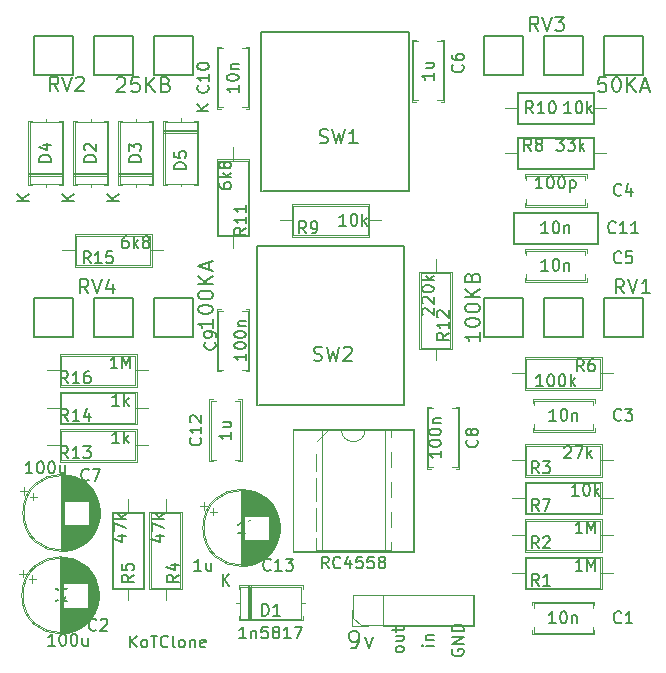
<source format=gto>
G04 #@! TF.GenerationSoftware,KiCad,Pcbnew,7.0.11+dfsg-1build4*
G04 #@! TF.CreationDate,2026-01-27T20:44:15-05:00*
G04 #@! TF.ProjectId,Overdrive-01-KoT,4f766572-6472-4697-9665-2d30312d4b6f,rev?*
G04 #@! TF.SameCoordinates,Original*
G04 #@! TF.FileFunction,Legend,Top*
G04 #@! TF.FilePolarity,Positive*
%FSLAX46Y46*%
G04 Gerber Fmt 4.6, Leading zero omitted, Abs format (unit mm)*
G04 Created by KiCad (PCBNEW 7.0.11+dfsg-1build4) date 2026-01-27 20:44:15*
%MOMM*%
%LPD*%
G01*
G04 APERTURE LIST*
%ADD10C,0.150000*%
%ADD11C,0.152400*%
%ADD12C,0.100000*%
%ADD13C,0.120000*%
%ADD14C,0.127000*%
%ADD15C,1.600000*%
%ADD16O,1.600000X1.600000*%
%ADD17R,1.600000X1.600000*%
%ADD18R,1.700000X1.700000*%
%ADD19O,1.700000X1.700000*%
%ADD20O,4.203200X2.619200*%
%ADD21C,2.743200*%
%ADD22R,1.800000X1.800000*%
%ADD23O,1.800000X1.800000*%
G04 APERTURE END LIST*
D10*
X101736779Y-116169819D02*
X101736779Y-115169819D01*
X102308207Y-116169819D02*
X101879636Y-115598390D01*
X102308207Y-115169819D02*
X101736779Y-115741247D01*
X102879636Y-116169819D02*
X102784398Y-116122200D01*
X102784398Y-116122200D02*
X102736779Y-116074580D01*
X102736779Y-116074580D02*
X102689160Y-115979342D01*
X102689160Y-115979342D02*
X102689160Y-115693628D01*
X102689160Y-115693628D02*
X102736779Y-115598390D01*
X102736779Y-115598390D02*
X102784398Y-115550771D01*
X102784398Y-115550771D02*
X102879636Y-115503152D01*
X102879636Y-115503152D02*
X103022493Y-115503152D01*
X103022493Y-115503152D02*
X103117731Y-115550771D01*
X103117731Y-115550771D02*
X103165350Y-115598390D01*
X103165350Y-115598390D02*
X103212969Y-115693628D01*
X103212969Y-115693628D02*
X103212969Y-115979342D01*
X103212969Y-115979342D02*
X103165350Y-116074580D01*
X103165350Y-116074580D02*
X103117731Y-116122200D01*
X103117731Y-116122200D02*
X103022493Y-116169819D01*
X103022493Y-116169819D02*
X102879636Y-116169819D01*
X103498684Y-115169819D02*
X104070112Y-115169819D01*
X103784398Y-116169819D02*
X103784398Y-115169819D01*
X104974874Y-116074580D02*
X104927255Y-116122200D01*
X104927255Y-116122200D02*
X104784398Y-116169819D01*
X104784398Y-116169819D02*
X104689160Y-116169819D01*
X104689160Y-116169819D02*
X104546303Y-116122200D01*
X104546303Y-116122200D02*
X104451065Y-116026961D01*
X104451065Y-116026961D02*
X104403446Y-115931723D01*
X104403446Y-115931723D02*
X104355827Y-115741247D01*
X104355827Y-115741247D02*
X104355827Y-115598390D01*
X104355827Y-115598390D02*
X104403446Y-115407914D01*
X104403446Y-115407914D02*
X104451065Y-115312676D01*
X104451065Y-115312676D02*
X104546303Y-115217438D01*
X104546303Y-115217438D02*
X104689160Y-115169819D01*
X104689160Y-115169819D02*
X104784398Y-115169819D01*
X104784398Y-115169819D02*
X104927255Y-115217438D01*
X104927255Y-115217438D02*
X104974874Y-115265057D01*
X105546303Y-116169819D02*
X105451065Y-116122200D01*
X105451065Y-116122200D02*
X105403446Y-116026961D01*
X105403446Y-116026961D02*
X105403446Y-115169819D01*
X106070113Y-116169819D02*
X105974875Y-116122200D01*
X105974875Y-116122200D02*
X105927256Y-116074580D01*
X105927256Y-116074580D02*
X105879637Y-115979342D01*
X105879637Y-115979342D02*
X105879637Y-115693628D01*
X105879637Y-115693628D02*
X105927256Y-115598390D01*
X105927256Y-115598390D02*
X105974875Y-115550771D01*
X105974875Y-115550771D02*
X106070113Y-115503152D01*
X106070113Y-115503152D02*
X106212970Y-115503152D01*
X106212970Y-115503152D02*
X106308208Y-115550771D01*
X106308208Y-115550771D02*
X106355827Y-115598390D01*
X106355827Y-115598390D02*
X106403446Y-115693628D01*
X106403446Y-115693628D02*
X106403446Y-115979342D01*
X106403446Y-115979342D02*
X106355827Y-116074580D01*
X106355827Y-116074580D02*
X106308208Y-116122200D01*
X106308208Y-116122200D02*
X106212970Y-116169819D01*
X106212970Y-116169819D02*
X106070113Y-116169819D01*
X106832018Y-115503152D02*
X106832018Y-116169819D01*
X106832018Y-115598390D02*
X106879637Y-115550771D01*
X106879637Y-115550771D02*
X106974875Y-115503152D01*
X106974875Y-115503152D02*
X107117732Y-115503152D01*
X107117732Y-115503152D02*
X107212970Y-115550771D01*
X107212970Y-115550771D02*
X107260589Y-115646009D01*
X107260589Y-115646009D02*
X107260589Y-116169819D01*
X108117732Y-116122200D02*
X108022494Y-116169819D01*
X108022494Y-116169819D02*
X107832018Y-116169819D01*
X107832018Y-116169819D02*
X107736780Y-116122200D01*
X107736780Y-116122200D02*
X107689161Y-116026961D01*
X107689161Y-116026961D02*
X107689161Y-115646009D01*
X107689161Y-115646009D02*
X107736780Y-115550771D01*
X107736780Y-115550771D02*
X107832018Y-115503152D01*
X107832018Y-115503152D02*
X108022494Y-115503152D01*
X108022494Y-115503152D02*
X108117732Y-115550771D01*
X108117732Y-115550771D02*
X108165351Y-115646009D01*
X108165351Y-115646009D02*
X108165351Y-115741247D01*
X108165351Y-115741247D02*
X107689161Y-115836485D01*
X120427857Y-116256128D02*
X120713571Y-116256128D01*
X120713571Y-116256128D02*
X120856428Y-116184700D01*
X120856428Y-116184700D02*
X120927857Y-116113271D01*
X120927857Y-116113271D02*
X121070714Y-115898985D01*
X121070714Y-115898985D02*
X121142143Y-115613271D01*
X121142143Y-115613271D02*
X121142143Y-115041842D01*
X121142143Y-115041842D02*
X121070714Y-114898985D01*
X121070714Y-114898985D02*
X120999286Y-114827557D01*
X120999286Y-114827557D02*
X120856428Y-114756128D01*
X120856428Y-114756128D02*
X120570714Y-114756128D01*
X120570714Y-114756128D02*
X120427857Y-114827557D01*
X120427857Y-114827557D02*
X120356428Y-114898985D01*
X120356428Y-114898985D02*
X120285000Y-115041842D01*
X120285000Y-115041842D02*
X120285000Y-115398985D01*
X120285000Y-115398985D02*
X120356428Y-115541842D01*
X120356428Y-115541842D02*
X120427857Y-115613271D01*
X120427857Y-115613271D02*
X120570714Y-115684700D01*
X120570714Y-115684700D02*
X120856428Y-115684700D01*
X120856428Y-115684700D02*
X120999286Y-115613271D01*
X120999286Y-115613271D02*
X121070714Y-115541842D01*
X121070714Y-115541842D02*
X121142143Y-115398985D01*
X121642142Y-115256128D02*
X121999285Y-116256128D01*
X121999285Y-116256128D02*
X122356428Y-115256128D01*
X127454819Y-116022380D02*
X126788152Y-116022380D01*
X126454819Y-116022380D02*
X126502438Y-116069999D01*
X126502438Y-116069999D02*
X126550057Y-116022380D01*
X126550057Y-116022380D02*
X126502438Y-115974761D01*
X126502438Y-115974761D02*
X126454819Y-116022380D01*
X126454819Y-116022380D02*
X126550057Y-116022380D01*
X126788152Y-115546190D02*
X127454819Y-115546190D01*
X126883390Y-115546190D02*
X126835771Y-115498571D01*
X126835771Y-115498571D02*
X126788152Y-115403333D01*
X126788152Y-115403333D02*
X126788152Y-115260476D01*
X126788152Y-115260476D02*
X126835771Y-115165238D01*
X126835771Y-115165238D02*
X126931009Y-115117619D01*
X126931009Y-115117619D02*
X127454819Y-115117619D01*
X124914819Y-116379523D02*
X124867200Y-116474761D01*
X124867200Y-116474761D02*
X124819580Y-116522380D01*
X124819580Y-116522380D02*
X124724342Y-116569999D01*
X124724342Y-116569999D02*
X124438628Y-116569999D01*
X124438628Y-116569999D02*
X124343390Y-116522380D01*
X124343390Y-116522380D02*
X124295771Y-116474761D01*
X124295771Y-116474761D02*
X124248152Y-116379523D01*
X124248152Y-116379523D02*
X124248152Y-116236666D01*
X124248152Y-116236666D02*
X124295771Y-116141428D01*
X124295771Y-116141428D02*
X124343390Y-116093809D01*
X124343390Y-116093809D02*
X124438628Y-116046190D01*
X124438628Y-116046190D02*
X124724342Y-116046190D01*
X124724342Y-116046190D02*
X124819580Y-116093809D01*
X124819580Y-116093809D02*
X124867200Y-116141428D01*
X124867200Y-116141428D02*
X124914819Y-116236666D01*
X124914819Y-116236666D02*
X124914819Y-116379523D01*
X124248152Y-115189047D02*
X124914819Y-115189047D01*
X124248152Y-115617618D02*
X124771961Y-115617618D01*
X124771961Y-115617618D02*
X124867200Y-115569999D01*
X124867200Y-115569999D02*
X124914819Y-115474761D01*
X124914819Y-115474761D02*
X124914819Y-115331904D01*
X124914819Y-115331904D02*
X124867200Y-115236666D01*
X124867200Y-115236666D02*
X124819580Y-115189047D01*
X124248152Y-114855713D02*
X124248152Y-114474761D01*
X123914819Y-114712856D02*
X124771961Y-114712856D01*
X124771961Y-114712856D02*
X124867200Y-114665237D01*
X124867200Y-114665237D02*
X124914819Y-114569999D01*
X124914819Y-114569999D02*
X124914819Y-114474761D01*
X129042438Y-116331904D02*
X128994819Y-116427142D01*
X128994819Y-116427142D02*
X128994819Y-116569999D01*
X128994819Y-116569999D02*
X129042438Y-116712856D01*
X129042438Y-116712856D02*
X129137676Y-116808094D01*
X129137676Y-116808094D02*
X129232914Y-116855713D01*
X129232914Y-116855713D02*
X129423390Y-116903332D01*
X129423390Y-116903332D02*
X129566247Y-116903332D01*
X129566247Y-116903332D02*
X129756723Y-116855713D01*
X129756723Y-116855713D02*
X129851961Y-116808094D01*
X129851961Y-116808094D02*
X129947200Y-116712856D01*
X129947200Y-116712856D02*
X129994819Y-116569999D01*
X129994819Y-116569999D02*
X129994819Y-116474761D01*
X129994819Y-116474761D02*
X129947200Y-116331904D01*
X129947200Y-116331904D02*
X129899580Y-116284285D01*
X129899580Y-116284285D02*
X129566247Y-116284285D01*
X129566247Y-116284285D02*
X129566247Y-116474761D01*
X129994819Y-115855713D02*
X128994819Y-115855713D01*
X128994819Y-115855713D02*
X129994819Y-115284285D01*
X129994819Y-115284285D02*
X128994819Y-115284285D01*
X129994819Y-114808094D02*
X128994819Y-114808094D01*
X128994819Y-114808094D02*
X128994819Y-114569999D01*
X128994819Y-114569999D02*
X129042438Y-114427142D01*
X129042438Y-114427142D02*
X129137676Y-114331904D01*
X129137676Y-114331904D02*
X129232914Y-114284285D01*
X129232914Y-114284285D02*
X129423390Y-114236666D01*
X129423390Y-114236666D02*
X129566247Y-114236666D01*
X129566247Y-114236666D02*
X129756723Y-114284285D01*
X129756723Y-114284285D02*
X129851961Y-114331904D01*
X129851961Y-114331904D02*
X129947200Y-114427142D01*
X129947200Y-114427142D02*
X129994819Y-114569999D01*
X129994819Y-114569999D02*
X129994819Y-114808094D01*
X136358333Y-101419819D02*
X136025000Y-100943628D01*
X135786905Y-101419819D02*
X135786905Y-100419819D01*
X135786905Y-100419819D02*
X136167857Y-100419819D01*
X136167857Y-100419819D02*
X136263095Y-100467438D01*
X136263095Y-100467438D02*
X136310714Y-100515057D01*
X136310714Y-100515057D02*
X136358333Y-100610295D01*
X136358333Y-100610295D02*
X136358333Y-100753152D01*
X136358333Y-100753152D02*
X136310714Y-100848390D01*
X136310714Y-100848390D02*
X136263095Y-100896009D01*
X136263095Y-100896009D02*
X136167857Y-100943628D01*
X136167857Y-100943628D02*
X135786905Y-100943628D01*
X136691667Y-100419819D02*
X137310714Y-100419819D01*
X137310714Y-100419819D02*
X136977381Y-100800771D01*
X136977381Y-100800771D02*
X137120238Y-100800771D01*
X137120238Y-100800771D02*
X137215476Y-100848390D01*
X137215476Y-100848390D02*
X137263095Y-100896009D01*
X137263095Y-100896009D02*
X137310714Y-100991247D01*
X137310714Y-100991247D02*
X137310714Y-101229342D01*
X137310714Y-101229342D02*
X137263095Y-101324580D01*
X137263095Y-101324580D02*
X137215476Y-101372200D01*
X137215476Y-101372200D02*
X137120238Y-101419819D01*
X137120238Y-101419819D02*
X136834524Y-101419819D01*
X136834524Y-101419819D02*
X136739286Y-101372200D01*
X136739286Y-101372200D02*
X136691667Y-101324580D01*
X138533333Y-99245057D02*
X138580952Y-99197438D01*
X138580952Y-99197438D02*
X138676190Y-99149819D01*
X138676190Y-99149819D02*
X138914285Y-99149819D01*
X138914285Y-99149819D02*
X139009523Y-99197438D01*
X139009523Y-99197438D02*
X139057142Y-99245057D01*
X139057142Y-99245057D02*
X139104761Y-99340295D01*
X139104761Y-99340295D02*
X139104761Y-99435533D01*
X139104761Y-99435533D02*
X139057142Y-99578390D01*
X139057142Y-99578390D02*
X138485714Y-100149819D01*
X138485714Y-100149819D02*
X139104761Y-100149819D01*
X139438095Y-99149819D02*
X140104761Y-99149819D01*
X140104761Y-99149819D02*
X139676190Y-100149819D01*
X140485714Y-100149819D02*
X140485714Y-99149819D01*
X140580952Y-99768866D02*
X140866666Y-100149819D01*
X140866666Y-99483152D02*
X140485714Y-99864104D01*
X98258333Y-101959580D02*
X98210714Y-102007200D01*
X98210714Y-102007200D02*
X98067857Y-102054819D01*
X98067857Y-102054819D02*
X97972619Y-102054819D01*
X97972619Y-102054819D02*
X97829762Y-102007200D01*
X97829762Y-102007200D02*
X97734524Y-101911961D01*
X97734524Y-101911961D02*
X97686905Y-101816723D01*
X97686905Y-101816723D02*
X97639286Y-101626247D01*
X97639286Y-101626247D02*
X97639286Y-101483390D01*
X97639286Y-101483390D02*
X97686905Y-101292914D01*
X97686905Y-101292914D02*
X97734524Y-101197676D01*
X97734524Y-101197676D02*
X97829762Y-101102438D01*
X97829762Y-101102438D02*
X97972619Y-101054819D01*
X97972619Y-101054819D02*
X98067857Y-101054819D01*
X98067857Y-101054819D02*
X98210714Y-101102438D01*
X98210714Y-101102438D02*
X98258333Y-101150057D01*
X98591667Y-101054819D02*
X99258333Y-101054819D01*
X99258333Y-101054819D02*
X98829762Y-102054819D01*
X93495952Y-101419819D02*
X92924524Y-101419819D01*
X93210238Y-101419819D02*
X93210238Y-100419819D01*
X93210238Y-100419819D02*
X93115000Y-100562676D01*
X93115000Y-100562676D02*
X93019762Y-100657914D01*
X93019762Y-100657914D02*
X92924524Y-100705533D01*
X94115000Y-100419819D02*
X94210238Y-100419819D01*
X94210238Y-100419819D02*
X94305476Y-100467438D01*
X94305476Y-100467438D02*
X94353095Y-100515057D01*
X94353095Y-100515057D02*
X94400714Y-100610295D01*
X94400714Y-100610295D02*
X94448333Y-100800771D01*
X94448333Y-100800771D02*
X94448333Y-101038866D01*
X94448333Y-101038866D02*
X94400714Y-101229342D01*
X94400714Y-101229342D02*
X94353095Y-101324580D01*
X94353095Y-101324580D02*
X94305476Y-101372200D01*
X94305476Y-101372200D02*
X94210238Y-101419819D01*
X94210238Y-101419819D02*
X94115000Y-101419819D01*
X94115000Y-101419819D02*
X94019762Y-101372200D01*
X94019762Y-101372200D02*
X93972143Y-101324580D01*
X93972143Y-101324580D02*
X93924524Y-101229342D01*
X93924524Y-101229342D02*
X93876905Y-101038866D01*
X93876905Y-101038866D02*
X93876905Y-100800771D01*
X93876905Y-100800771D02*
X93924524Y-100610295D01*
X93924524Y-100610295D02*
X93972143Y-100515057D01*
X93972143Y-100515057D02*
X94019762Y-100467438D01*
X94019762Y-100467438D02*
X94115000Y-100419819D01*
X95067381Y-100419819D02*
X95162619Y-100419819D01*
X95162619Y-100419819D02*
X95257857Y-100467438D01*
X95257857Y-100467438D02*
X95305476Y-100515057D01*
X95305476Y-100515057D02*
X95353095Y-100610295D01*
X95353095Y-100610295D02*
X95400714Y-100800771D01*
X95400714Y-100800771D02*
X95400714Y-101038866D01*
X95400714Y-101038866D02*
X95353095Y-101229342D01*
X95353095Y-101229342D02*
X95305476Y-101324580D01*
X95305476Y-101324580D02*
X95257857Y-101372200D01*
X95257857Y-101372200D02*
X95162619Y-101419819D01*
X95162619Y-101419819D02*
X95067381Y-101419819D01*
X95067381Y-101419819D02*
X94972143Y-101372200D01*
X94972143Y-101372200D02*
X94924524Y-101324580D01*
X94924524Y-101324580D02*
X94876905Y-101229342D01*
X94876905Y-101229342D02*
X94829286Y-101038866D01*
X94829286Y-101038866D02*
X94829286Y-100800771D01*
X94829286Y-100800771D02*
X94876905Y-100610295D01*
X94876905Y-100610295D02*
X94924524Y-100515057D01*
X94924524Y-100515057D02*
X94972143Y-100467438D01*
X94972143Y-100467438D02*
X95067381Y-100419819D01*
X96257857Y-100753152D02*
X96257857Y-101419819D01*
X95829286Y-100753152D02*
X95829286Y-101276961D01*
X95829286Y-101276961D02*
X95876905Y-101372200D01*
X95876905Y-101372200D02*
X95972143Y-101419819D01*
X95972143Y-101419819D02*
X96115000Y-101419819D01*
X96115000Y-101419819D02*
X96210238Y-101372200D01*
X96210238Y-101372200D02*
X96257857Y-101324580D01*
X116673333Y-81099819D02*
X116340000Y-80623628D01*
X116101905Y-81099819D02*
X116101905Y-80099819D01*
X116101905Y-80099819D02*
X116482857Y-80099819D01*
X116482857Y-80099819D02*
X116578095Y-80147438D01*
X116578095Y-80147438D02*
X116625714Y-80195057D01*
X116625714Y-80195057D02*
X116673333Y-80290295D01*
X116673333Y-80290295D02*
X116673333Y-80433152D01*
X116673333Y-80433152D02*
X116625714Y-80528390D01*
X116625714Y-80528390D02*
X116578095Y-80576009D01*
X116578095Y-80576009D02*
X116482857Y-80623628D01*
X116482857Y-80623628D02*
X116101905Y-80623628D01*
X117149524Y-81099819D02*
X117340000Y-81099819D01*
X117340000Y-81099819D02*
X117435238Y-81052200D01*
X117435238Y-81052200D02*
X117482857Y-81004580D01*
X117482857Y-81004580D02*
X117578095Y-80861723D01*
X117578095Y-80861723D02*
X117625714Y-80671247D01*
X117625714Y-80671247D02*
X117625714Y-80290295D01*
X117625714Y-80290295D02*
X117578095Y-80195057D01*
X117578095Y-80195057D02*
X117530476Y-80147438D01*
X117530476Y-80147438D02*
X117435238Y-80099819D01*
X117435238Y-80099819D02*
X117244762Y-80099819D01*
X117244762Y-80099819D02*
X117149524Y-80147438D01*
X117149524Y-80147438D02*
X117101905Y-80195057D01*
X117101905Y-80195057D02*
X117054286Y-80290295D01*
X117054286Y-80290295D02*
X117054286Y-80528390D01*
X117054286Y-80528390D02*
X117101905Y-80623628D01*
X117101905Y-80623628D02*
X117149524Y-80671247D01*
X117149524Y-80671247D02*
X117244762Y-80718866D01*
X117244762Y-80718866D02*
X117435238Y-80718866D01*
X117435238Y-80718866D02*
X117530476Y-80671247D01*
X117530476Y-80671247D02*
X117578095Y-80623628D01*
X117578095Y-80623628D02*
X117625714Y-80528390D01*
X120054761Y-80464819D02*
X119483333Y-80464819D01*
X119769047Y-80464819D02*
X119769047Y-79464819D01*
X119769047Y-79464819D02*
X119673809Y-79607676D01*
X119673809Y-79607676D02*
X119578571Y-79702914D01*
X119578571Y-79702914D02*
X119483333Y-79750533D01*
X120673809Y-79464819D02*
X120769047Y-79464819D01*
X120769047Y-79464819D02*
X120864285Y-79512438D01*
X120864285Y-79512438D02*
X120911904Y-79560057D01*
X120911904Y-79560057D02*
X120959523Y-79655295D01*
X120959523Y-79655295D02*
X121007142Y-79845771D01*
X121007142Y-79845771D02*
X121007142Y-80083866D01*
X121007142Y-80083866D02*
X120959523Y-80274342D01*
X120959523Y-80274342D02*
X120911904Y-80369580D01*
X120911904Y-80369580D02*
X120864285Y-80417200D01*
X120864285Y-80417200D02*
X120769047Y-80464819D01*
X120769047Y-80464819D02*
X120673809Y-80464819D01*
X120673809Y-80464819D02*
X120578571Y-80417200D01*
X120578571Y-80417200D02*
X120530952Y-80369580D01*
X120530952Y-80369580D02*
X120483333Y-80274342D01*
X120483333Y-80274342D02*
X120435714Y-80083866D01*
X120435714Y-80083866D02*
X120435714Y-79845771D01*
X120435714Y-79845771D02*
X120483333Y-79655295D01*
X120483333Y-79655295D02*
X120530952Y-79560057D01*
X120530952Y-79560057D02*
X120578571Y-79512438D01*
X120578571Y-79512438D02*
X120673809Y-79464819D01*
X121435714Y-80464819D02*
X121435714Y-79464819D01*
X121530952Y-80083866D02*
X121816666Y-80464819D01*
X121816666Y-79798152D02*
X121435714Y-80179104D01*
X111579819Y-80652857D02*
X111103628Y-80986190D01*
X111579819Y-81224285D02*
X110579819Y-81224285D01*
X110579819Y-81224285D02*
X110579819Y-80843333D01*
X110579819Y-80843333D02*
X110627438Y-80748095D01*
X110627438Y-80748095D02*
X110675057Y-80700476D01*
X110675057Y-80700476D02*
X110770295Y-80652857D01*
X110770295Y-80652857D02*
X110913152Y-80652857D01*
X110913152Y-80652857D02*
X111008390Y-80700476D01*
X111008390Y-80700476D02*
X111056009Y-80748095D01*
X111056009Y-80748095D02*
X111103628Y-80843333D01*
X111103628Y-80843333D02*
X111103628Y-81224285D01*
X111579819Y-79700476D02*
X111579819Y-80271904D01*
X111579819Y-79986190D02*
X110579819Y-79986190D01*
X110579819Y-79986190D02*
X110722676Y-80081428D01*
X110722676Y-80081428D02*
X110817914Y-80176666D01*
X110817914Y-80176666D02*
X110865533Y-80271904D01*
X111579819Y-78748095D02*
X111579819Y-79319523D01*
X111579819Y-79033809D02*
X110579819Y-79033809D01*
X110579819Y-79033809D02*
X110722676Y-79129047D01*
X110722676Y-79129047D02*
X110817914Y-79224285D01*
X110817914Y-79224285D02*
X110865533Y-79319523D01*
X109309819Y-76890476D02*
X109309819Y-77080952D01*
X109309819Y-77080952D02*
X109357438Y-77176190D01*
X109357438Y-77176190D02*
X109405057Y-77223809D01*
X109405057Y-77223809D02*
X109547914Y-77319047D01*
X109547914Y-77319047D02*
X109738390Y-77366666D01*
X109738390Y-77366666D02*
X110119342Y-77366666D01*
X110119342Y-77366666D02*
X110214580Y-77319047D01*
X110214580Y-77319047D02*
X110262200Y-77271428D01*
X110262200Y-77271428D02*
X110309819Y-77176190D01*
X110309819Y-77176190D02*
X110309819Y-76985714D01*
X110309819Y-76985714D02*
X110262200Y-76890476D01*
X110262200Y-76890476D02*
X110214580Y-76842857D01*
X110214580Y-76842857D02*
X110119342Y-76795238D01*
X110119342Y-76795238D02*
X109881247Y-76795238D01*
X109881247Y-76795238D02*
X109786009Y-76842857D01*
X109786009Y-76842857D02*
X109738390Y-76890476D01*
X109738390Y-76890476D02*
X109690771Y-76985714D01*
X109690771Y-76985714D02*
X109690771Y-77176190D01*
X109690771Y-77176190D02*
X109738390Y-77271428D01*
X109738390Y-77271428D02*
X109786009Y-77319047D01*
X109786009Y-77319047D02*
X109881247Y-77366666D01*
X110309819Y-76366666D02*
X109309819Y-76366666D01*
X109928866Y-76271428D02*
X110309819Y-75985714D01*
X109643152Y-75985714D02*
X110024104Y-76366666D01*
X109738390Y-75414285D02*
X109690771Y-75509523D01*
X109690771Y-75509523D02*
X109643152Y-75557142D01*
X109643152Y-75557142D02*
X109547914Y-75604761D01*
X109547914Y-75604761D02*
X109500295Y-75604761D01*
X109500295Y-75604761D02*
X109405057Y-75557142D01*
X109405057Y-75557142D02*
X109357438Y-75509523D01*
X109357438Y-75509523D02*
X109309819Y-75414285D01*
X109309819Y-75414285D02*
X109309819Y-75223809D01*
X109309819Y-75223809D02*
X109357438Y-75128571D01*
X109357438Y-75128571D02*
X109405057Y-75080952D01*
X109405057Y-75080952D02*
X109500295Y-75033333D01*
X109500295Y-75033333D02*
X109547914Y-75033333D01*
X109547914Y-75033333D02*
X109643152Y-75080952D01*
X109643152Y-75080952D02*
X109690771Y-75128571D01*
X109690771Y-75128571D02*
X109738390Y-75223809D01*
X109738390Y-75223809D02*
X109738390Y-75414285D01*
X109738390Y-75414285D02*
X109786009Y-75509523D01*
X109786009Y-75509523D02*
X109833628Y-75557142D01*
X109833628Y-75557142D02*
X109928866Y-75604761D01*
X109928866Y-75604761D02*
X110119342Y-75604761D01*
X110119342Y-75604761D02*
X110214580Y-75557142D01*
X110214580Y-75557142D02*
X110262200Y-75509523D01*
X110262200Y-75509523D02*
X110309819Y-75414285D01*
X110309819Y-75414285D02*
X110309819Y-75223809D01*
X110309819Y-75223809D02*
X110262200Y-75128571D01*
X110262200Y-75128571D02*
X110214580Y-75080952D01*
X110214580Y-75080952D02*
X110119342Y-75033333D01*
X110119342Y-75033333D02*
X109928866Y-75033333D01*
X109928866Y-75033333D02*
X109833628Y-75080952D01*
X109833628Y-75080952D02*
X109786009Y-75128571D01*
X109786009Y-75128571D02*
X109738390Y-75223809D01*
X98893333Y-114659580D02*
X98845714Y-114707200D01*
X98845714Y-114707200D02*
X98702857Y-114754819D01*
X98702857Y-114754819D02*
X98607619Y-114754819D01*
X98607619Y-114754819D02*
X98464762Y-114707200D01*
X98464762Y-114707200D02*
X98369524Y-114611961D01*
X98369524Y-114611961D02*
X98321905Y-114516723D01*
X98321905Y-114516723D02*
X98274286Y-114326247D01*
X98274286Y-114326247D02*
X98274286Y-114183390D01*
X98274286Y-114183390D02*
X98321905Y-113992914D01*
X98321905Y-113992914D02*
X98369524Y-113897676D01*
X98369524Y-113897676D02*
X98464762Y-113802438D01*
X98464762Y-113802438D02*
X98607619Y-113754819D01*
X98607619Y-113754819D02*
X98702857Y-113754819D01*
X98702857Y-113754819D02*
X98845714Y-113802438D01*
X98845714Y-113802438D02*
X98893333Y-113850057D01*
X99274286Y-113850057D02*
X99321905Y-113802438D01*
X99321905Y-113802438D02*
X99417143Y-113754819D01*
X99417143Y-113754819D02*
X99655238Y-113754819D01*
X99655238Y-113754819D02*
X99750476Y-113802438D01*
X99750476Y-113802438D02*
X99798095Y-113850057D01*
X99798095Y-113850057D02*
X99845714Y-113945295D01*
X99845714Y-113945295D02*
X99845714Y-114040533D01*
X99845714Y-114040533D02*
X99798095Y-114183390D01*
X99798095Y-114183390D02*
X99226667Y-114754819D01*
X99226667Y-114754819D02*
X99845714Y-114754819D01*
X95400952Y-116024819D02*
X94829524Y-116024819D01*
X95115238Y-116024819D02*
X95115238Y-115024819D01*
X95115238Y-115024819D02*
X95020000Y-115167676D01*
X95020000Y-115167676D02*
X94924762Y-115262914D01*
X94924762Y-115262914D02*
X94829524Y-115310533D01*
X96020000Y-115024819D02*
X96115238Y-115024819D01*
X96115238Y-115024819D02*
X96210476Y-115072438D01*
X96210476Y-115072438D02*
X96258095Y-115120057D01*
X96258095Y-115120057D02*
X96305714Y-115215295D01*
X96305714Y-115215295D02*
X96353333Y-115405771D01*
X96353333Y-115405771D02*
X96353333Y-115643866D01*
X96353333Y-115643866D02*
X96305714Y-115834342D01*
X96305714Y-115834342D02*
X96258095Y-115929580D01*
X96258095Y-115929580D02*
X96210476Y-115977200D01*
X96210476Y-115977200D02*
X96115238Y-116024819D01*
X96115238Y-116024819D02*
X96020000Y-116024819D01*
X96020000Y-116024819D02*
X95924762Y-115977200D01*
X95924762Y-115977200D02*
X95877143Y-115929580D01*
X95877143Y-115929580D02*
X95829524Y-115834342D01*
X95829524Y-115834342D02*
X95781905Y-115643866D01*
X95781905Y-115643866D02*
X95781905Y-115405771D01*
X95781905Y-115405771D02*
X95829524Y-115215295D01*
X95829524Y-115215295D02*
X95877143Y-115120057D01*
X95877143Y-115120057D02*
X95924762Y-115072438D01*
X95924762Y-115072438D02*
X96020000Y-115024819D01*
X96972381Y-115024819D02*
X97067619Y-115024819D01*
X97067619Y-115024819D02*
X97162857Y-115072438D01*
X97162857Y-115072438D02*
X97210476Y-115120057D01*
X97210476Y-115120057D02*
X97258095Y-115215295D01*
X97258095Y-115215295D02*
X97305714Y-115405771D01*
X97305714Y-115405771D02*
X97305714Y-115643866D01*
X97305714Y-115643866D02*
X97258095Y-115834342D01*
X97258095Y-115834342D02*
X97210476Y-115929580D01*
X97210476Y-115929580D02*
X97162857Y-115977200D01*
X97162857Y-115977200D02*
X97067619Y-116024819D01*
X97067619Y-116024819D02*
X96972381Y-116024819D01*
X96972381Y-116024819D02*
X96877143Y-115977200D01*
X96877143Y-115977200D02*
X96829524Y-115929580D01*
X96829524Y-115929580D02*
X96781905Y-115834342D01*
X96781905Y-115834342D02*
X96734286Y-115643866D01*
X96734286Y-115643866D02*
X96734286Y-115405771D01*
X96734286Y-115405771D02*
X96781905Y-115215295D01*
X96781905Y-115215295D02*
X96829524Y-115120057D01*
X96829524Y-115120057D02*
X96877143Y-115072438D01*
X96877143Y-115072438D02*
X96972381Y-115024819D01*
X98162857Y-115358152D02*
X98162857Y-116024819D01*
X97734286Y-115358152D02*
X97734286Y-115881961D01*
X97734286Y-115881961D02*
X97781905Y-115977200D01*
X97781905Y-115977200D02*
X97877143Y-116024819D01*
X97877143Y-116024819D02*
X98020000Y-116024819D01*
X98020000Y-116024819D02*
X98115238Y-115977200D01*
X98115238Y-115977200D02*
X98162857Y-115929580D01*
X95698333Y-112119580D02*
X95650714Y-112167200D01*
X95650714Y-112167200D02*
X95507857Y-112214819D01*
X95507857Y-112214819D02*
X95412619Y-112214819D01*
X95412619Y-112214819D02*
X95269762Y-112167200D01*
X95269762Y-112167200D02*
X95174524Y-112071961D01*
X95174524Y-112071961D02*
X95126905Y-111976723D01*
X95126905Y-111976723D02*
X95079286Y-111786247D01*
X95079286Y-111786247D02*
X95079286Y-111643390D01*
X95079286Y-111643390D02*
X95126905Y-111452914D01*
X95126905Y-111452914D02*
X95174524Y-111357676D01*
X95174524Y-111357676D02*
X95269762Y-111262438D01*
X95269762Y-111262438D02*
X95412619Y-111214819D01*
X95412619Y-111214819D02*
X95507857Y-111214819D01*
X95507857Y-111214819D02*
X95650714Y-111262438D01*
X95650714Y-111262438D02*
X95698333Y-111310057D01*
X96079286Y-111310057D02*
X96126905Y-111262438D01*
X96126905Y-111262438D02*
X96222143Y-111214819D01*
X96222143Y-111214819D02*
X96460238Y-111214819D01*
X96460238Y-111214819D02*
X96555476Y-111262438D01*
X96555476Y-111262438D02*
X96603095Y-111310057D01*
X96603095Y-111310057D02*
X96650714Y-111405295D01*
X96650714Y-111405295D02*
X96650714Y-111500533D01*
X96650714Y-111500533D02*
X96603095Y-111643390D01*
X96603095Y-111643390D02*
X96031667Y-112214819D01*
X96031667Y-112214819D02*
X96650714Y-112214819D01*
D11*
X117325072Y-91861970D02*
X117497429Y-91919422D01*
X117497429Y-91919422D02*
X117784691Y-91919422D01*
X117784691Y-91919422D02*
X117899596Y-91861970D01*
X117899596Y-91861970D02*
X117957048Y-91804517D01*
X117957048Y-91804517D02*
X118014501Y-91689612D01*
X118014501Y-91689612D02*
X118014501Y-91574708D01*
X118014501Y-91574708D02*
X117957048Y-91459803D01*
X117957048Y-91459803D02*
X117899596Y-91402350D01*
X117899596Y-91402350D02*
X117784691Y-91344898D01*
X117784691Y-91344898D02*
X117554882Y-91287446D01*
X117554882Y-91287446D02*
X117439977Y-91229993D01*
X117439977Y-91229993D02*
X117382524Y-91172541D01*
X117382524Y-91172541D02*
X117325072Y-91057636D01*
X117325072Y-91057636D02*
X117325072Y-90942731D01*
X117325072Y-90942731D02*
X117382524Y-90827827D01*
X117382524Y-90827827D02*
X117439977Y-90770374D01*
X117439977Y-90770374D02*
X117554882Y-90712922D01*
X117554882Y-90712922D02*
X117842143Y-90712922D01*
X117842143Y-90712922D02*
X118014501Y-90770374D01*
X118416668Y-90712922D02*
X118703930Y-91919422D01*
X118703930Y-91919422D02*
X118933739Y-91057636D01*
X118933739Y-91057636D02*
X119163549Y-91919422D01*
X119163549Y-91919422D02*
X119450811Y-90712922D01*
X119852977Y-90827827D02*
X119910429Y-90770374D01*
X119910429Y-90770374D02*
X120025334Y-90712922D01*
X120025334Y-90712922D02*
X120312596Y-90712922D01*
X120312596Y-90712922D02*
X120427501Y-90770374D01*
X120427501Y-90770374D02*
X120484953Y-90827827D01*
X120484953Y-90827827D02*
X120542406Y-90942731D01*
X120542406Y-90942731D02*
X120542406Y-91057636D01*
X120542406Y-91057636D02*
X120484953Y-91229993D01*
X120484953Y-91229993D02*
X119795525Y-91919422D01*
X119795525Y-91919422D02*
X120542406Y-91919422D01*
D10*
X136358333Y-104594819D02*
X136025000Y-104118628D01*
X135786905Y-104594819D02*
X135786905Y-103594819D01*
X135786905Y-103594819D02*
X136167857Y-103594819D01*
X136167857Y-103594819D02*
X136263095Y-103642438D01*
X136263095Y-103642438D02*
X136310714Y-103690057D01*
X136310714Y-103690057D02*
X136358333Y-103785295D01*
X136358333Y-103785295D02*
X136358333Y-103928152D01*
X136358333Y-103928152D02*
X136310714Y-104023390D01*
X136310714Y-104023390D02*
X136263095Y-104071009D01*
X136263095Y-104071009D02*
X136167857Y-104118628D01*
X136167857Y-104118628D02*
X135786905Y-104118628D01*
X136691667Y-103594819D02*
X137358333Y-103594819D01*
X137358333Y-103594819D02*
X136929762Y-104594819D01*
X139739761Y-103324819D02*
X139168333Y-103324819D01*
X139454047Y-103324819D02*
X139454047Y-102324819D01*
X139454047Y-102324819D02*
X139358809Y-102467676D01*
X139358809Y-102467676D02*
X139263571Y-102562914D01*
X139263571Y-102562914D02*
X139168333Y-102610533D01*
X140358809Y-102324819D02*
X140454047Y-102324819D01*
X140454047Y-102324819D02*
X140549285Y-102372438D01*
X140549285Y-102372438D02*
X140596904Y-102420057D01*
X140596904Y-102420057D02*
X140644523Y-102515295D01*
X140644523Y-102515295D02*
X140692142Y-102705771D01*
X140692142Y-102705771D02*
X140692142Y-102943866D01*
X140692142Y-102943866D02*
X140644523Y-103134342D01*
X140644523Y-103134342D02*
X140596904Y-103229580D01*
X140596904Y-103229580D02*
X140549285Y-103277200D01*
X140549285Y-103277200D02*
X140454047Y-103324819D01*
X140454047Y-103324819D02*
X140358809Y-103324819D01*
X140358809Y-103324819D02*
X140263571Y-103277200D01*
X140263571Y-103277200D02*
X140215952Y-103229580D01*
X140215952Y-103229580D02*
X140168333Y-103134342D01*
X140168333Y-103134342D02*
X140120714Y-102943866D01*
X140120714Y-102943866D02*
X140120714Y-102705771D01*
X140120714Y-102705771D02*
X140168333Y-102515295D01*
X140168333Y-102515295D02*
X140215952Y-102420057D01*
X140215952Y-102420057D02*
X140263571Y-102372438D01*
X140263571Y-102372438D02*
X140358809Y-102324819D01*
X141120714Y-103324819D02*
X141120714Y-102324819D01*
X141215952Y-102943866D02*
X141501666Y-103324819D01*
X141501666Y-102658152D02*
X141120714Y-103039104D01*
X143343333Y-96879580D02*
X143295714Y-96927200D01*
X143295714Y-96927200D02*
X143152857Y-96974819D01*
X143152857Y-96974819D02*
X143057619Y-96974819D01*
X143057619Y-96974819D02*
X142914762Y-96927200D01*
X142914762Y-96927200D02*
X142819524Y-96831961D01*
X142819524Y-96831961D02*
X142771905Y-96736723D01*
X142771905Y-96736723D02*
X142724286Y-96546247D01*
X142724286Y-96546247D02*
X142724286Y-96403390D01*
X142724286Y-96403390D02*
X142771905Y-96212914D01*
X142771905Y-96212914D02*
X142819524Y-96117676D01*
X142819524Y-96117676D02*
X142914762Y-96022438D01*
X142914762Y-96022438D02*
X143057619Y-95974819D01*
X143057619Y-95974819D02*
X143152857Y-95974819D01*
X143152857Y-95974819D02*
X143295714Y-96022438D01*
X143295714Y-96022438D02*
X143343333Y-96070057D01*
X143676667Y-95974819D02*
X144295714Y-95974819D01*
X144295714Y-95974819D02*
X143962381Y-96355771D01*
X143962381Y-96355771D02*
X144105238Y-96355771D01*
X144105238Y-96355771D02*
X144200476Y-96403390D01*
X144200476Y-96403390D02*
X144248095Y-96451009D01*
X144248095Y-96451009D02*
X144295714Y-96546247D01*
X144295714Y-96546247D02*
X144295714Y-96784342D01*
X144295714Y-96784342D02*
X144248095Y-96879580D01*
X144248095Y-96879580D02*
X144200476Y-96927200D01*
X144200476Y-96927200D02*
X144105238Y-96974819D01*
X144105238Y-96974819D02*
X143819524Y-96974819D01*
X143819524Y-96974819D02*
X143724286Y-96927200D01*
X143724286Y-96927200D02*
X143676667Y-96879580D01*
X137827142Y-96974819D02*
X137255714Y-96974819D01*
X137541428Y-96974819D02*
X137541428Y-95974819D01*
X137541428Y-95974819D02*
X137446190Y-96117676D01*
X137446190Y-96117676D02*
X137350952Y-96212914D01*
X137350952Y-96212914D02*
X137255714Y-96260533D01*
X138446190Y-95974819D02*
X138541428Y-95974819D01*
X138541428Y-95974819D02*
X138636666Y-96022438D01*
X138636666Y-96022438D02*
X138684285Y-96070057D01*
X138684285Y-96070057D02*
X138731904Y-96165295D01*
X138731904Y-96165295D02*
X138779523Y-96355771D01*
X138779523Y-96355771D02*
X138779523Y-96593866D01*
X138779523Y-96593866D02*
X138731904Y-96784342D01*
X138731904Y-96784342D02*
X138684285Y-96879580D01*
X138684285Y-96879580D02*
X138636666Y-96927200D01*
X138636666Y-96927200D02*
X138541428Y-96974819D01*
X138541428Y-96974819D02*
X138446190Y-96974819D01*
X138446190Y-96974819D02*
X138350952Y-96927200D01*
X138350952Y-96927200D02*
X138303333Y-96879580D01*
X138303333Y-96879580D02*
X138255714Y-96784342D01*
X138255714Y-96784342D02*
X138208095Y-96593866D01*
X138208095Y-96593866D02*
X138208095Y-96355771D01*
X138208095Y-96355771D02*
X138255714Y-96165295D01*
X138255714Y-96165295D02*
X138303333Y-96070057D01*
X138303333Y-96070057D02*
X138350952Y-96022438D01*
X138350952Y-96022438D02*
X138446190Y-95974819D01*
X139208095Y-96308152D02*
X139208095Y-96974819D01*
X139208095Y-96403390D02*
X139255714Y-96355771D01*
X139255714Y-96355771D02*
X139350952Y-96308152D01*
X139350952Y-96308152D02*
X139493809Y-96308152D01*
X139493809Y-96308152D02*
X139589047Y-96355771D01*
X139589047Y-96355771D02*
X139636666Y-96451009D01*
X139636666Y-96451009D02*
X139636666Y-96974819D01*
D11*
X98231953Y-86204422D02*
X97829786Y-85629898D01*
X97542524Y-86204422D02*
X97542524Y-84997922D01*
X97542524Y-84997922D02*
X98002143Y-84997922D01*
X98002143Y-84997922D02*
X98117048Y-85055374D01*
X98117048Y-85055374D02*
X98174501Y-85112827D01*
X98174501Y-85112827D02*
X98231953Y-85227731D01*
X98231953Y-85227731D02*
X98231953Y-85400089D01*
X98231953Y-85400089D02*
X98174501Y-85514993D01*
X98174501Y-85514993D02*
X98117048Y-85572446D01*
X98117048Y-85572446D02*
X98002143Y-85629898D01*
X98002143Y-85629898D02*
X97542524Y-85629898D01*
X98576667Y-84997922D02*
X98978834Y-86204422D01*
X98978834Y-86204422D02*
X99381001Y-84997922D01*
X100300239Y-85400089D02*
X100300239Y-86204422D01*
X100012977Y-84940470D02*
X99725715Y-85802255D01*
X99725715Y-85802255D02*
X100472596Y-85802255D01*
D10*
X108783726Y-88385951D02*
X108783726Y-89111666D01*
X108783726Y-88748809D02*
X107513726Y-88748809D01*
X107513726Y-88748809D02*
X107695154Y-88869761D01*
X107695154Y-88869761D02*
X107816107Y-88990713D01*
X107816107Y-88990713D02*
X107876583Y-89111666D01*
X107513726Y-87599761D02*
X107513726Y-87478808D01*
X107513726Y-87478808D02*
X107574202Y-87357856D01*
X107574202Y-87357856D02*
X107634678Y-87297380D01*
X107634678Y-87297380D02*
X107755630Y-87236904D01*
X107755630Y-87236904D02*
X107997535Y-87176427D01*
X107997535Y-87176427D02*
X108299916Y-87176427D01*
X108299916Y-87176427D02*
X108541821Y-87236904D01*
X108541821Y-87236904D02*
X108662773Y-87297380D01*
X108662773Y-87297380D02*
X108723250Y-87357856D01*
X108723250Y-87357856D02*
X108783726Y-87478808D01*
X108783726Y-87478808D02*
X108783726Y-87599761D01*
X108783726Y-87599761D02*
X108723250Y-87720713D01*
X108723250Y-87720713D02*
X108662773Y-87781189D01*
X108662773Y-87781189D02*
X108541821Y-87841666D01*
X108541821Y-87841666D02*
X108299916Y-87902142D01*
X108299916Y-87902142D02*
X107997535Y-87902142D01*
X107997535Y-87902142D02*
X107755630Y-87841666D01*
X107755630Y-87841666D02*
X107634678Y-87781189D01*
X107634678Y-87781189D02*
X107574202Y-87720713D01*
X107574202Y-87720713D02*
X107513726Y-87599761D01*
X107513726Y-86390237D02*
X107513726Y-86269284D01*
X107513726Y-86269284D02*
X107574202Y-86148332D01*
X107574202Y-86148332D02*
X107634678Y-86087856D01*
X107634678Y-86087856D02*
X107755630Y-86027380D01*
X107755630Y-86027380D02*
X107997535Y-85966903D01*
X107997535Y-85966903D02*
X108299916Y-85966903D01*
X108299916Y-85966903D02*
X108541821Y-86027380D01*
X108541821Y-86027380D02*
X108662773Y-86087856D01*
X108662773Y-86087856D02*
X108723250Y-86148332D01*
X108723250Y-86148332D02*
X108783726Y-86269284D01*
X108783726Y-86269284D02*
X108783726Y-86390237D01*
X108783726Y-86390237D02*
X108723250Y-86511189D01*
X108723250Y-86511189D02*
X108662773Y-86571665D01*
X108662773Y-86571665D02*
X108541821Y-86632142D01*
X108541821Y-86632142D02*
X108299916Y-86692618D01*
X108299916Y-86692618D02*
X107997535Y-86692618D01*
X107997535Y-86692618D02*
X107755630Y-86632142D01*
X107755630Y-86632142D02*
X107634678Y-86571665D01*
X107634678Y-86571665D02*
X107574202Y-86511189D01*
X107574202Y-86511189D02*
X107513726Y-86390237D01*
X108783726Y-85422618D02*
X107513726Y-85422618D01*
X108783726Y-84696903D02*
X108058011Y-85241189D01*
X107513726Y-84696903D02*
X108239440Y-85422618D01*
X108420869Y-84213094D02*
X108420869Y-83608332D01*
X108783726Y-84334046D02*
X107513726Y-83910713D01*
X107513726Y-83910713D02*
X108783726Y-83487379D01*
X98879819Y-75033094D02*
X97879819Y-75033094D01*
X97879819Y-75033094D02*
X97879819Y-74794999D01*
X97879819Y-74794999D02*
X97927438Y-74652142D01*
X97927438Y-74652142D02*
X98022676Y-74556904D01*
X98022676Y-74556904D02*
X98117914Y-74509285D01*
X98117914Y-74509285D02*
X98308390Y-74461666D01*
X98308390Y-74461666D02*
X98451247Y-74461666D01*
X98451247Y-74461666D02*
X98641723Y-74509285D01*
X98641723Y-74509285D02*
X98736961Y-74556904D01*
X98736961Y-74556904D02*
X98832200Y-74652142D01*
X98832200Y-74652142D02*
X98879819Y-74794999D01*
X98879819Y-74794999D02*
X98879819Y-75033094D01*
X97975057Y-74080713D02*
X97927438Y-74033094D01*
X97927438Y-74033094D02*
X97879819Y-73937856D01*
X97879819Y-73937856D02*
X97879819Y-73699761D01*
X97879819Y-73699761D02*
X97927438Y-73604523D01*
X97927438Y-73604523D02*
X97975057Y-73556904D01*
X97975057Y-73556904D02*
X98070295Y-73509285D01*
X98070295Y-73509285D02*
X98165533Y-73509285D01*
X98165533Y-73509285D02*
X98308390Y-73556904D01*
X98308390Y-73556904D02*
X98879819Y-74128332D01*
X98879819Y-74128332D02*
X98879819Y-73509285D01*
X96979819Y-78366904D02*
X95979819Y-78366904D01*
X96979819Y-77795476D02*
X96408390Y-78224047D01*
X95979819Y-77795476D02*
X96551247Y-78366904D01*
X102689819Y-75033094D02*
X101689819Y-75033094D01*
X101689819Y-75033094D02*
X101689819Y-74794999D01*
X101689819Y-74794999D02*
X101737438Y-74652142D01*
X101737438Y-74652142D02*
X101832676Y-74556904D01*
X101832676Y-74556904D02*
X101927914Y-74509285D01*
X101927914Y-74509285D02*
X102118390Y-74461666D01*
X102118390Y-74461666D02*
X102261247Y-74461666D01*
X102261247Y-74461666D02*
X102451723Y-74509285D01*
X102451723Y-74509285D02*
X102546961Y-74556904D01*
X102546961Y-74556904D02*
X102642200Y-74652142D01*
X102642200Y-74652142D02*
X102689819Y-74794999D01*
X102689819Y-74794999D02*
X102689819Y-75033094D01*
X101689819Y-74128332D02*
X101689819Y-73509285D01*
X101689819Y-73509285D02*
X102070771Y-73842618D01*
X102070771Y-73842618D02*
X102070771Y-73699761D01*
X102070771Y-73699761D02*
X102118390Y-73604523D01*
X102118390Y-73604523D02*
X102166009Y-73556904D01*
X102166009Y-73556904D02*
X102261247Y-73509285D01*
X102261247Y-73509285D02*
X102499342Y-73509285D01*
X102499342Y-73509285D02*
X102594580Y-73556904D01*
X102594580Y-73556904D02*
X102642200Y-73604523D01*
X102642200Y-73604523D02*
X102689819Y-73699761D01*
X102689819Y-73699761D02*
X102689819Y-73985475D01*
X102689819Y-73985475D02*
X102642200Y-74080713D01*
X102642200Y-74080713D02*
X102594580Y-74128332D01*
X100789819Y-78366904D02*
X99789819Y-78366904D01*
X100789819Y-77795476D02*
X100218390Y-78224047D01*
X99789819Y-77795476D02*
X100361247Y-78366904D01*
X96512142Y-96974819D02*
X96178809Y-96498628D01*
X95940714Y-96974819D02*
X95940714Y-95974819D01*
X95940714Y-95974819D02*
X96321666Y-95974819D01*
X96321666Y-95974819D02*
X96416904Y-96022438D01*
X96416904Y-96022438D02*
X96464523Y-96070057D01*
X96464523Y-96070057D02*
X96512142Y-96165295D01*
X96512142Y-96165295D02*
X96512142Y-96308152D01*
X96512142Y-96308152D02*
X96464523Y-96403390D01*
X96464523Y-96403390D02*
X96416904Y-96451009D01*
X96416904Y-96451009D02*
X96321666Y-96498628D01*
X96321666Y-96498628D02*
X95940714Y-96498628D01*
X97464523Y-96974819D02*
X96893095Y-96974819D01*
X97178809Y-96974819D02*
X97178809Y-95974819D01*
X97178809Y-95974819D02*
X97083571Y-96117676D01*
X97083571Y-96117676D02*
X96988333Y-96212914D01*
X96988333Y-96212914D02*
X96893095Y-96260533D01*
X98321666Y-96308152D02*
X98321666Y-96974819D01*
X98083571Y-95927200D02*
X97845476Y-96641485D01*
X97845476Y-96641485D02*
X98464523Y-96641485D01*
X100845952Y-95704819D02*
X100274524Y-95704819D01*
X100560238Y-95704819D02*
X100560238Y-94704819D01*
X100560238Y-94704819D02*
X100465000Y-94847676D01*
X100465000Y-94847676D02*
X100369762Y-94942914D01*
X100369762Y-94942914D02*
X100274524Y-94990533D01*
X101274524Y-95704819D02*
X101274524Y-94704819D01*
X101369762Y-95323866D02*
X101655476Y-95704819D01*
X101655476Y-95038152D02*
X101274524Y-95419104D01*
X96512142Y-100149819D02*
X96178809Y-99673628D01*
X95940714Y-100149819D02*
X95940714Y-99149819D01*
X95940714Y-99149819D02*
X96321666Y-99149819D01*
X96321666Y-99149819D02*
X96416904Y-99197438D01*
X96416904Y-99197438D02*
X96464523Y-99245057D01*
X96464523Y-99245057D02*
X96512142Y-99340295D01*
X96512142Y-99340295D02*
X96512142Y-99483152D01*
X96512142Y-99483152D02*
X96464523Y-99578390D01*
X96464523Y-99578390D02*
X96416904Y-99626009D01*
X96416904Y-99626009D02*
X96321666Y-99673628D01*
X96321666Y-99673628D02*
X95940714Y-99673628D01*
X97464523Y-100149819D02*
X96893095Y-100149819D01*
X97178809Y-100149819D02*
X97178809Y-99149819D01*
X97178809Y-99149819D02*
X97083571Y-99292676D01*
X97083571Y-99292676D02*
X96988333Y-99387914D01*
X96988333Y-99387914D02*
X96893095Y-99435533D01*
X97797857Y-99149819D02*
X98416904Y-99149819D01*
X98416904Y-99149819D02*
X98083571Y-99530771D01*
X98083571Y-99530771D02*
X98226428Y-99530771D01*
X98226428Y-99530771D02*
X98321666Y-99578390D01*
X98321666Y-99578390D02*
X98369285Y-99626009D01*
X98369285Y-99626009D02*
X98416904Y-99721247D01*
X98416904Y-99721247D02*
X98416904Y-99959342D01*
X98416904Y-99959342D02*
X98369285Y-100054580D01*
X98369285Y-100054580D02*
X98321666Y-100102200D01*
X98321666Y-100102200D02*
X98226428Y-100149819D01*
X98226428Y-100149819D02*
X97940714Y-100149819D01*
X97940714Y-100149819D02*
X97845476Y-100102200D01*
X97845476Y-100102200D02*
X97797857Y-100054580D01*
X100845952Y-98879819D02*
X100274524Y-98879819D01*
X100560238Y-98879819D02*
X100560238Y-97879819D01*
X100560238Y-97879819D02*
X100465000Y-98022676D01*
X100465000Y-98022676D02*
X100369762Y-98117914D01*
X100369762Y-98117914D02*
X100274524Y-98165533D01*
X101274524Y-98879819D02*
X101274524Y-97879819D01*
X101369762Y-98498866D02*
X101655476Y-98879819D01*
X101655476Y-98213152D02*
X101274524Y-98594104D01*
X143343333Y-114024580D02*
X143295714Y-114072200D01*
X143295714Y-114072200D02*
X143152857Y-114119819D01*
X143152857Y-114119819D02*
X143057619Y-114119819D01*
X143057619Y-114119819D02*
X142914762Y-114072200D01*
X142914762Y-114072200D02*
X142819524Y-113976961D01*
X142819524Y-113976961D02*
X142771905Y-113881723D01*
X142771905Y-113881723D02*
X142724286Y-113691247D01*
X142724286Y-113691247D02*
X142724286Y-113548390D01*
X142724286Y-113548390D02*
X142771905Y-113357914D01*
X142771905Y-113357914D02*
X142819524Y-113262676D01*
X142819524Y-113262676D02*
X142914762Y-113167438D01*
X142914762Y-113167438D02*
X143057619Y-113119819D01*
X143057619Y-113119819D02*
X143152857Y-113119819D01*
X143152857Y-113119819D02*
X143295714Y-113167438D01*
X143295714Y-113167438D02*
X143343333Y-113215057D01*
X144295714Y-114119819D02*
X143724286Y-114119819D01*
X144010000Y-114119819D02*
X144010000Y-113119819D01*
X144010000Y-113119819D02*
X143914762Y-113262676D01*
X143914762Y-113262676D02*
X143819524Y-113357914D01*
X143819524Y-113357914D02*
X143724286Y-113405533D01*
X137787142Y-114119819D02*
X137215714Y-114119819D01*
X137501428Y-114119819D02*
X137501428Y-113119819D01*
X137501428Y-113119819D02*
X137406190Y-113262676D01*
X137406190Y-113262676D02*
X137310952Y-113357914D01*
X137310952Y-113357914D02*
X137215714Y-113405533D01*
X138406190Y-113119819D02*
X138501428Y-113119819D01*
X138501428Y-113119819D02*
X138596666Y-113167438D01*
X138596666Y-113167438D02*
X138644285Y-113215057D01*
X138644285Y-113215057D02*
X138691904Y-113310295D01*
X138691904Y-113310295D02*
X138739523Y-113500771D01*
X138739523Y-113500771D02*
X138739523Y-113738866D01*
X138739523Y-113738866D02*
X138691904Y-113929342D01*
X138691904Y-113929342D02*
X138644285Y-114024580D01*
X138644285Y-114024580D02*
X138596666Y-114072200D01*
X138596666Y-114072200D02*
X138501428Y-114119819D01*
X138501428Y-114119819D02*
X138406190Y-114119819D01*
X138406190Y-114119819D02*
X138310952Y-114072200D01*
X138310952Y-114072200D02*
X138263333Y-114024580D01*
X138263333Y-114024580D02*
X138215714Y-113929342D01*
X138215714Y-113929342D02*
X138168095Y-113738866D01*
X138168095Y-113738866D02*
X138168095Y-113500771D01*
X138168095Y-113500771D02*
X138215714Y-113310295D01*
X138215714Y-113310295D02*
X138263333Y-113215057D01*
X138263333Y-113215057D02*
X138310952Y-113167438D01*
X138310952Y-113167438D02*
X138406190Y-113119819D01*
X139168095Y-113453152D02*
X139168095Y-114119819D01*
X139168095Y-113548390D02*
X139215714Y-113500771D01*
X139215714Y-113500771D02*
X139310952Y-113453152D01*
X139310952Y-113453152D02*
X139453809Y-113453152D01*
X139453809Y-113453152D02*
X139549047Y-113500771D01*
X139549047Y-113500771D02*
X139596666Y-113596009D01*
X139596666Y-113596009D02*
X139596666Y-114119819D01*
D11*
X136331953Y-63979422D02*
X135929786Y-63404898D01*
X135642524Y-63979422D02*
X135642524Y-62772922D01*
X135642524Y-62772922D02*
X136102143Y-62772922D01*
X136102143Y-62772922D02*
X136217048Y-62830374D01*
X136217048Y-62830374D02*
X136274501Y-62887827D01*
X136274501Y-62887827D02*
X136331953Y-63002731D01*
X136331953Y-63002731D02*
X136331953Y-63175089D01*
X136331953Y-63175089D02*
X136274501Y-63289993D01*
X136274501Y-63289993D02*
X136217048Y-63347446D01*
X136217048Y-63347446D02*
X136102143Y-63404898D01*
X136102143Y-63404898D02*
X135642524Y-63404898D01*
X136676667Y-62772922D02*
X137078834Y-63979422D01*
X137078834Y-63979422D02*
X137481001Y-62772922D01*
X137768263Y-62772922D02*
X138515144Y-62772922D01*
X138515144Y-62772922D02*
X138112977Y-63232541D01*
X138112977Y-63232541D02*
X138285334Y-63232541D01*
X138285334Y-63232541D02*
X138400239Y-63289993D01*
X138400239Y-63289993D02*
X138457691Y-63347446D01*
X138457691Y-63347446D02*
X138515144Y-63462350D01*
X138515144Y-63462350D02*
X138515144Y-63749612D01*
X138515144Y-63749612D02*
X138457691Y-63864517D01*
X138457691Y-63864517D02*
X138400239Y-63921970D01*
X138400239Y-63921970D02*
X138285334Y-63979422D01*
X138285334Y-63979422D02*
X137940620Y-63979422D01*
X137940620Y-63979422D02*
X137825715Y-63921970D01*
X137825715Y-63921970D02*
X137768263Y-63864517D01*
D10*
X142028333Y-67889726D02*
X141423571Y-67889726D01*
X141423571Y-67889726D02*
X141363095Y-68494488D01*
X141363095Y-68494488D02*
X141423571Y-68434011D01*
X141423571Y-68434011D02*
X141544524Y-68373535D01*
X141544524Y-68373535D02*
X141846905Y-68373535D01*
X141846905Y-68373535D02*
X141967857Y-68434011D01*
X141967857Y-68434011D02*
X142028333Y-68494488D01*
X142028333Y-68494488D02*
X142088810Y-68615440D01*
X142088810Y-68615440D02*
X142088810Y-68917821D01*
X142088810Y-68917821D02*
X142028333Y-69038773D01*
X142028333Y-69038773D02*
X141967857Y-69099250D01*
X141967857Y-69099250D02*
X141846905Y-69159726D01*
X141846905Y-69159726D02*
X141544524Y-69159726D01*
X141544524Y-69159726D02*
X141423571Y-69099250D01*
X141423571Y-69099250D02*
X141363095Y-69038773D01*
X142875000Y-67889726D02*
X142995953Y-67889726D01*
X142995953Y-67889726D02*
X143116905Y-67950202D01*
X143116905Y-67950202D02*
X143177381Y-68010678D01*
X143177381Y-68010678D02*
X143237857Y-68131630D01*
X143237857Y-68131630D02*
X143298334Y-68373535D01*
X143298334Y-68373535D02*
X143298334Y-68675916D01*
X143298334Y-68675916D02*
X143237857Y-68917821D01*
X143237857Y-68917821D02*
X143177381Y-69038773D01*
X143177381Y-69038773D02*
X143116905Y-69099250D01*
X143116905Y-69099250D02*
X142995953Y-69159726D01*
X142995953Y-69159726D02*
X142875000Y-69159726D01*
X142875000Y-69159726D02*
X142754048Y-69099250D01*
X142754048Y-69099250D02*
X142693572Y-69038773D01*
X142693572Y-69038773D02*
X142633095Y-68917821D01*
X142633095Y-68917821D02*
X142572619Y-68675916D01*
X142572619Y-68675916D02*
X142572619Y-68373535D01*
X142572619Y-68373535D02*
X142633095Y-68131630D01*
X142633095Y-68131630D02*
X142693572Y-68010678D01*
X142693572Y-68010678D02*
X142754048Y-67950202D01*
X142754048Y-67950202D02*
X142875000Y-67889726D01*
X143842619Y-69159726D02*
X143842619Y-67889726D01*
X144568334Y-69159726D02*
X144024048Y-68434011D01*
X144568334Y-67889726D02*
X143842619Y-68615440D01*
X145052143Y-68796869D02*
X145656905Y-68796869D01*
X144931191Y-69159726D02*
X145354524Y-67889726D01*
X145354524Y-67889726D02*
X145777858Y-69159726D01*
X102054819Y-110021666D02*
X101578628Y-110354999D01*
X102054819Y-110593094D02*
X101054819Y-110593094D01*
X101054819Y-110593094D02*
X101054819Y-110212142D01*
X101054819Y-110212142D02*
X101102438Y-110116904D01*
X101102438Y-110116904D02*
X101150057Y-110069285D01*
X101150057Y-110069285D02*
X101245295Y-110021666D01*
X101245295Y-110021666D02*
X101388152Y-110021666D01*
X101388152Y-110021666D02*
X101483390Y-110069285D01*
X101483390Y-110069285D02*
X101531009Y-110116904D01*
X101531009Y-110116904D02*
X101578628Y-110212142D01*
X101578628Y-110212142D02*
X101578628Y-110593094D01*
X101054819Y-109116904D02*
X101054819Y-109593094D01*
X101054819Y-109593094D02*
X101531009Y-109640713D01*
X101531009Y-109640713D02*
X101483390Y-109593094D01*
X101483390Y-109593094D02*
X101435771Y-109497856D01*
X101435771Y-109497856D02*
X101435771Y-109259761D01*
X101435771Y-109259761D02*
X101483390Y-109164523D01*
X101483390Y-109164523D02*
X101531009Y-109116904D01*
X101531009Y-109116904D02*
X101626247Y-109069285D01*
X101626247Y-109069285D02*
X101864342Y-109069285D01*
X101864342Y-109069285D02*
X101959580Y-109116904D01*
X101959580Y-109116904D02*
X102007200Y-109164523D01*
X102007200Y-109164523D02*
X102054819Y-109259761D01*
X102054819Y-109259761D02*
X102054819Y-109497856D01*
X102054819Y-109497856D02*
X102007200Y-109593094D01*
X102007200Y-109593094D02*
X101959580Y-109640713D01*
X100753152Y-106735476D02*
X101419819Y-106735476D01*
X100372200Y-106973571D02*
X101086485Y-107211666D01*
X101086485Y-107211666D02*
X101086485Y-106592619D01*
X100419819Y-106306904D02*
X100419819Y-105640238D01*
X100419819Y-105640238D02*
X101419819Y-106068809D01*
X101419819Y-105259285D02*
X100419819Y-105259285D01*
X101038866Y-105164047D02*
X101419819Y-104878333D01*
X100753152Y-104878333D02*
X101134104Y-105259285D01*
X108349580Y-68587857D02*
X108397200Y-68635476D01*
X108397200Y-68635476D02*
X108444819Y-68778333D01*
X108444819Y-68778333D02*
X108444819Y-68873571D01*
X108444819Y-68873571D02*
X108397200Y-69016428D01*
X108397200Y-69016428D02*
X108301961Y-69111666D01*
X108301961Y-69111666D02*
X108206723Y-69159285D01*
X108206723Y-69159285D02*
X108016247Y-69206904D01*
X108016247Y-69206904D02*
X107873390Y-69206904D01*
X107873390Y-69206904D02*
X107682914Y-69159285D01*
X107682914Y-69159285D02*
X107587676Y-69111666D01*
X107587676Y-69111666D02*
X107492438Y-69016428D01*
X107492438Y-69016428D02*
X107444819Y-68873571D01*
X107444819Y-68873571D02*
X107444819Y-68778333D01*
X107444819Y-68778333D02*
X107492438Y-68635476D01*
X107492438Y-68635476D02*
X107540057Y-68587857D01*
X108444819Y-67635476D02*
X108444819Y-68206904D01*
X108444819Y-67921190D02*
X107444819Y-67921190D01*
X107444819Y-67921190D02*
X107587676Y-68016428D01*
X107587676Y-68016428D02*
X107682914Y-68111666D01*
X107682914Y-68111666D02*
X107730533Y-68206904D01*
X107444819Y-67016428D02*
X107444819Y-66921190D01*
X107444819Y-66921190D02*
X107492438Y-66825952D01*
X107492438Y-66825952D02*
X107540057Y-66778333D01*
X107540057Y-66778333D02*
X107635295Y-66730714D01*
X107635295Y-66730714D02*
X107825771Y-66683095D01*
X107825771Y-66683095D02*
X108063866Y-66683095D01*
X108063866Y-66683095D02*
X108254342Y-66730714D01*
X108254342Y-66730714D02*
X108349580Y-66778333D01*
X108349580Y-66778333D02*
X108397200Y-66825952D01*
X108397200Y-66825952D02*
X108444819Y-66921190D01*
X108444819Y-66921190D02*
X108444819Y-67016428D01*
X108444819Y-67016428D02*
X108397200Y-67111666D01*
X108397200Y-67111666D02*
X108349580Y-67159285D01*
X108349580Y-67159285D02*
X108254342Y-67206904D01*
X108254342Y-67206904D02*
X108063866Y-67254523D01*
X108063866Y-67254523D02*
X107825771Y-67254523D01*
X107825771Y-67254523D02*
X107635295Y-67206904D01*
X107635295Y-67206904D02*
X107540057Y-67159285D01*
X107540057Y-67159285D02*
X107492438Y-67111666D01*
X107492438Y-67111666D02*
X107444819Y-67016428D01*
X110944819Y-68587857D02*
X110944819Y-69159285D01*
X110944819Y-68873571D02*
X109944819Y-68873571D01*
X109944819Y-68873571D02*
X110087676Y-68968809D01*
X110087676Y-68968809D02*
X110182914Y-69064047D01*
X110182914Y-69064047D02*
X110230533Y-69159285D01*
X109944819Y-67968809D02*
X109944819Y-67873571D01*
X109944819Y-67873571D02*
X109992438Y-67778333D01*
X109992438Y-67778333D02*
X110040057Y-67730714D01*
X110040057Y-67730714D02*
X110135295Y-67683095D01*
X110135295Y-67683095D02*
X110325771Y-67635476D01*
X110325771Y-67635476D02*
X110563866Y-67635476D01*
X110563866Y-67635476D02*
X110754342Y-67683095D01*
X110754342Y-67683095D02*
X110849580Y-67730714D01*
X110849580Y-67730714D02*
X110897200Y-67778333D01*
X110897200Y-67778333D02*
X110944819Y-67873571D01*
X110944819Y-67873571D02*
X110944819Y-67968809D01*
X110944819Y-67968809D02*
X110897200Y-68064047D01*
X110897200Y-68064047D02*
X110849580Y-68111666D01*
X110849580Y-68111666D02*
X110754342Y-68159285D01*
X110754342Y-68159285D02*
X110563866Y-68206904D01*
X110563866Y-68206904D02*
X110325771Y-68206904D01*
X110325771Y-68206904D02*
X110135295Y-68159285D01*
X110135295Y-68159285D02*
X110040057Y-68111666D01*
X110040057Y-68111666D02*
X109992438Y-68064047D01*
X109992438Y-68064047D02*
X109944819Y-67968809D01*
X110278152Y-67206904D02*
X110944819Y-67206904D01*
X110373390Y-67206904D02*
X110325771Y-67159285D01*
X110325771Y-67159285D02*
X110278152Y-67064047D01*
X110278152Y-67064047D02*
X110278152Y-66921190D01*
X110278152Y-66921190D02*
X110325771Y-66825952D01*
X110325771Y-66825952D02*
X110421009Y-66778333D01*
X110421009Y-66778333D02*
X110944819Y-66778333D01*
X135882142Y-70939819D02*
X135548809Y-70463628D01*
X135310714Y-70939819D02*
X135310714Y-69939819D01*
X135310714Y-69939819D02*
X135691666Y-69939819D01*
X135691666Y-69939819D02*
X135786904Y-69987438D01*
X135786904Y-69987438D02*
X135834523Y-70035057D01*
X135834523Y-70035057D02*
X135882142Y-70130295D01*
X135882142Y-70130295D02*
X135882142Y-70273152D01*
X135882142Y-70273152D02*
X135834523Y-70368390D01*
X135834523Y-70368390D02*
X135786904Y-70416009D01*
X135786904Y-70416009D02*
X135691666Y-70463628D01*
X135691666Y-70463628D02*
X135310714Y-70463628D01*
X136834523Y-70939819D02*
X136263095Y-70939819D01*
X136548809Y-70939819D02*
X136548809Y-69939819D01*
X136548809Y-69939819D02*
X136453571Y-70082676D01*
X136453571Y-70082676D02*
X136358333Y-70177914D01*
X136358333Y-70177914D02*
X136263095Y-70225533D01*
X137453571Y-69939819D02*
X137548809Y-69939819D01*
X137548809Y-69939819D02*
X137644047Y-69987438D01*
X137644047Y-69987438D02*
X137691666Y-70035057D01*
X137691666Y-70035057D02*
X137739285Y-70130295D01*
X137739285Y-70130295D02*
X137786904Y-70320771D01*
X137786904Y-70320771D02*
X137786904Y-70558866D01*
X137786904Y-70558866D02*
X137739285Y-70749342D01*
X137739285Y-70749342D02*
X137691666Y-70844580D01*
X137691666Y-70844580D02*
X137644047Y-70892200D01*
X137644047Y-70892200D02*
X137548809Y-70939819D01*
X137548809Y-70939819D02*
X137453571Y-70939819D01*
X137453571Y-70939819D02*
X137358333Y-70892200D01*
X137358333Y-70892200D02*
X137310714Y-70844580D01*
X137310714Y-70844580D02*
X137263095Y-70749342D01*
X137263095Y-70749342D02*
X137215476Y-70558866D01*
X137215476Y-70558866D02*
X137215476Y-70320771D01*
X137215476Y-70320771D02*
X137263095Y-70130295D01*
X137263095Y-70130295D02*
X137310714Y-70035057D01*
X137310714Y-70035057D02*
X137358333Y-69987438D01*
X137358333Y-69987438D02*
X137453571Y-69939819D01*
X139104761Y-70939819D02*
X138533333Y-70939819D01*
X138819047Y-70939819D02*
X138819047Y-69939819D01*
X138819047Y-69939819D02*
X138723809Y-70082676D01*
X138723809Y-70082676D02*
X138628571Y-70177914D01*
X138628571Y-70177914D02*
X138533333Y-70225533D01*
X139723809Y-69939819D02*
X139819047Y-69939819D01*
X139819047Y-69939819D02*
X139914285Y-69987438D01*
X139914285Y-69987438D02*
X139961904Y-70035057D01*
X139961904Y-70035057D02*
X140009523Y-70130295D01*
X140009523Y-70130295D02*
X140057142Y-70320771D01*
X140057142Y-70320771D02*
X140057142Y-70558866D01*
X140057142Y-70558866D02*
X140009523Y-70749342D01*
X140009523Y-70749342D02*
X139961904Y-70844580D01*
X139961904Y-70844580D02*
X139914285Y-70892200D01*
X139914285Y-70892200D02*
X139819047Y-70939819D01*
X139819047Y-70939819D02*
X139723809Y-70939819D01*
X139723809Y-70939819D02*
X139628571Y-70892200D01*
X139628571Y-70892200D02*
X139580952Y-70844580D01*
X139580952Y-70844580D02*
X139533333Y-70749342D01*
X139533333Y-70749342D02*
X139485714Y-70558866D01*
X139485714Y-70558866D02*
X139485714Y-70320771D01*
X139485714Y-70320771D02*
X139533333Y-70130295D01*
X139533333Y-70130295D02*
X139580952Y-70035057D01*
X139580952Y-70035057D02*
X139628571Y-69987438D01*
X139628571Y-69987438D02*
X139723809Y-69939819D01*
X140485714Y-70939819D02*
X140485714Y-69939819D01*
X140580952Y-70558866D02*
X140866666Y-70939819D01*
X140866666Y-70273152D02*
X140485714Y-70654104D01*
X113657142Y-109579580D02*
X113609523Y-109627200D01*
X113609523Y-109627200D02*
X113466666Y-109674819D01*
X113466666Y-109674819D02*
X113371428Y-109674819D01*
X113371428Y-109674819D02*
X113228571Y-109627200D01*
X113228571Y-109627200D02*
X113133333Y-109531961D01*
X113133333Y-109531961D02*
X113085714Y-109436723D01*
X113085714Y-109436723D02*
X113038095Y-109246247D01*
X113038095Y-109246247D02*
X113038095Y-109103390D01*
X113038095Y-109103390D02*
X113085714Y-108912914D01*
X113085714Y-108912914D02*
X113133333Y-108817676D01*
X113133333Y-108817676D02*
X113228571Y-108722438D01*
X113228571Y-108722438D02*
X113371428Y-108674819D01*
X113371428Y-108674819D02*
X113466666Y-108674819D01*
X113466666Y-108674819D02*
X113609523Y-108722438D01*
X113609523Y-108722438D02*
X113657142Y-108770057D01*
X114609523Y-109674819D02*
X114038095Y-109674819D01*
X114323809Y-109674819D02*
X114323809Y-108674819D01*
X114323809Y-108674819D02*
X114228571Y-108817676D01*
X114228571Y-108817676D02*
X114133333Y-108912914D01*
X114133333Y-108912914D02*
X114038095Y-108960533D01*
X114942857Y-108674819D02*
X115561904Y-108674819D01*
X115561904Y-108674819D02*
X115228571Y-109055771D01*
X115228571Y-109055771D02*
X115371428Y-109055771D01*
X115371428Y-109055771D02*
X115466666Y-109103390D01*
X115466666Y-109103390D02*
X115514285Y-109151009D01*
X115514285Y-109151009D02*
X115561904Y-109246247D01*
X115561904Y-109246247D02*
X115561904Y-109484342D01*
X115561904Y-109484342D02*
X115514285Y-109579580D01*
X115514285Y-109579580D02*
X115466666Y-109627200D01*
X115466666Y-109627200D02*
X115371428Y-109674819D01*
X115371428Y-109674819D02*
X115085714Y-109674819D01*
X115085714Y-109674819D02*
X114990476Y-109627200D01*
X114990476Y-109627200D02*
X114942857Y-109579580D01*
X107783333Y-109674819D02*
X107211905Y-109674819D01*
X107497619Y-109674819D02*
X107497619Y-108674819D01*
X107497619Y-108674819D02*
X107402381Y-108817676D01*
X107402381Y-108817676D02*
X107307143Y-108912914D01*
X107307143Y-108912914D02*
X107211905Y-108960533D01*
X108640476Y-109008152D02*
X108640476Y-109674819D01*
X108211905Y-109008152D02*
X108211905Y-109531961D01*
X108211905Y-109531961D02*
X108259524Y-109627200D01*
X108259524Y-109627200D02*
X108354762Y-109674819D01*
X108354762Y-109674819D02*
X108497619Y-109674819D01*
X108497619Y-109674819D02*
X108592857Y-109627200D01*
X108592857Y-109627200D02*
X108640476Y-109579580D01*
X110549763Y-106404580D02*
X110502144Y-106452200D01*
X110502144Y-106452200D02*
X110359287Y-106499819D01*
X110359287Y-106499819D02*
X110264049Y-106499819D01*
X110264049Y-106499819D02*
X110121192Y-106452200D01*
X110121192Y-106452200D02*
X110025954Y-106356961D01*
X110025954Y-106356961D02*
X109978335Y-106261723D01*
X109978335Y-106261723D02*
X109930716Y-106071247D01*
X109930716Y-106071247D02*
X109930716Y-105928390D01*
X109930716Y-105928390D02*
X109978335Y-105737914D01*
X109978335Y-105737914D02*
X110025954Y-105642676D01*
X110025954Y-105642676D02*
X110121192Y-105547438D01*
X110121192Y-105547438D02*
X110264049Y-105499819D01*
X110264049Y-105499819D02*
X110359287Y-105499819D01*
X110359287Y-105499819D02*
X110502144Y-105547438D01*
X110502144Y-105547438D02*
X110549763Y-105595057D01*
X111502144Y-106499819D02*
X110930716Y-106499819D01*
X111216430Y-106499819D02*
X111216430Y-105499819D01*
X111216430Y-105499819D02*
X111121192Y-105642676D01*
X111121192Y-105642676D02*
X111025954Y-105737914D01*
X111025954Y-105737914D02*
X110930716Y-105785533D01*
X111835478Y-105499819D02*
X112454525Y-105499819D01*
X112454525Y-105499819D02*
X112121192Y-105880771D01*
X112121192Y-105880771D02*
X112264049Y-105880771D01*
X112264049Y-105880771D02*
X112359287Y-105928390D01*
X112359287Y-105928390D02*
X112406906Y-105976009D01*
X112406906Y-105976009D02*
X112454525Y-106071247D01*
X112454525Y-106071247D02*
X112454525Y-106309342D01*
X112454525Y-106309342D02*
X112406906Y-106404580D01*
X112406906Y-106404580D02*
X112359287Y-106452200D01*
X112359287Y-106452200D02*
X112264049Y-106499819D01*
X112264049Y-106499819D02*
X111978335Y-106499819D01*
X111978335Y-106499819D02*
X111883097Y-106452200D01*
X111883097Y-106452200D02*
X111835478Y-106404580D01*
D11*
X117805072Y-73446970D02*
X117977429Y-73504422D01*
X117977429Y-73504422D02*
X118264691Y-73504422D01*
X118264691Y-73504422D02*
X118379596Y-73446970D01*
X118379596Y-73446970D02*
X118437048Y-73389517D01*
X118437048Y-73389517D02*
X118494501Y-73274612D01*
X118494501Y-73274612D02*
X118494501Y-73159708D01*
X118494501Y-73159708D02*
X118437048Y-73044803D01*
X118437048Y-73044803D02*
X118379596Y-72987350D01*
X118379596Y-72987350D02*
X118264691Y-72929898D01*
X118264691Y-72929898D02*
X118034882Y-72872446D01*
X118034882Y-72872446D02*
X117919977Y-72814993D01*
X117919977Y-72814993D02*
X117862524Y-72757541D01*
X117862524Y-72757541D02*
X117805072Y-72642636D01*
X117805072Y-72642636D02*
X117805072Y-72527731D01*
X117805072Y-72527731D02*
X117862524Y-72412827D01*
X117862524Y-72412827D02*
X117919977Y-72355374D01*
X117919977Y-72355374D02*
X118034882Y-72297922D01*
X118034882Y-72297922D02*
X118322143Y-72297922D01*
X118322143Y-72297922D02*
X118494501Y-72355374D01*
X118896668Y-72297922D02*
X119183930Y-73504422D01*
X119183930Y-73504422D02*
X119413739Y-72642636D01*
X119413739Y-72642636D02*
X119643549Y-73504422D01*
X119643549Y-73504422D02*
X119930811Y-72297922D01*
X121022406Y-73504422D02*
X120332977Y-73504422D01*
X120677691Y-73504422D02*
X120677691Y-72297922D01*
X120677691Y-72297922D02*
X120562787Y-72470279D01*
X120562787Y-72470279D02*
X120447882Y-72585184D01*
X120447882Y-72585184D02*
X120332977Y-72642636D01*
D10*
X105864819Y-110021666D02*
X105388628Y-110354999D01*
X105864819Y-110593094D02*
X104864819Y-110593094D01*
X104864819Y-110593094D02*
X104864819Y-110212142D01*
X104864819Y-110212142D02*
X104912438Y-110116904D01*
X104912438Y-110116904D02*
X104960057Y-110069285D01*
X104960057Y-110069285D02*
X105055295Y-110021666D01*
X105055295Y-110021666D02*
X105198152Y-110021666D01*
X105198152Y-110021666D02*
X105293390Y-110069285D01*
X105293390Y-110069285D02*
X105341009Y-110116904D01*
X105341009Y-110116904D02*
X105388628Y-110212142D01*
X105388628Y-110212142D02*
X105388628Y-110593094D01*
X105198152Y-109164523D02*
X105864819Y-109164523D01*
X104817200Y-109402618D02*
X105531485Y-109640713D01*
X105531485Y-109640713D02*
X105531485Y-109021666D01*
X103928152Y-106735476D02*
X104594819Y-106735476D01*
X103547200Y-106973571D02*
X104261485Y-107211666D01*
X104261485Y-107211666D02*
X104261485Y-106592619D01*
X103594819Y-106306904D02*
X103594819Y-105640238D01*
X103594819Y-105640238D02*
X104594819Y-106068809D01*
X104594819Y-105259285D02*
X103594819Y-105259285D01*
X104213866Y-105164047D02*
X104594819Y-104878333D01*
X103928152Y-104878333D02*
X104309104Y-105259285D01*
D11*
X95691953Y-69059422D02*
X95289786Y-68484898D01*
X95002524Y-69059422D02*
X95002524Y-67852922D01*
X95002524Y-67852922D02*
X95462143Y-67852922D01*
X95462143Y-67852922D02*
X95577048Y-67910374D01*
X95577048Y-67910374D02*
X95634501Y-67967827D01*
X95634501Y-67967827D02*
X95691953Y-68082731D01*
X95691953Y-68082731D02*
X95691953Y-68255089D01*
X95691953Y-68255089D02*
X95634501Y-68369993D01*
X95634501Y-68369993D02*
X95577048Y-68427446D01*
X95577048Y-68427446D02*
X95462143Y-68484898D01*
X95462143Y-68484898D02*
X95002524Y-68484898D01*
X96036667Y-67852922D02*
X96438834Y-69059422D01*
X96438834Y-69059422D02*
X96841001Y-67852922D01*
X97185715Y-67967827D02*
X97243167Y-67910374D01*
X97243167Y-67910374D02*
X97358072Y-67852922D01*
X97358072Y-67852922D02*
X97645334Y-67852922D01*
X97645334Y-67852922D02*
X97760239Y-67910374D01*
X97760239Y-67910374D02*
X97817691Y-67967827D01*
X97817691Y-67967827D02*
X97875144Y-68082731D01*
X97875144Y-68082731D02*
X97875144Y-68197636D01*
X97875144Y-68197636D02*
X97817691Y-68369993D01*
X97817691Y-68369993D02*
X97128263Y-69059422D01*
X97128263Y-69059422D02*
X97875144Y-69059422D01*
D10*
X100632380Y-68010678D02*
X100692856Y-67950202D01*
X100692856Y-67950202D02*
X100813809Y-67889726D01*
X100813809Y-67889726D02*
X101116190Y-67889726D01*
X101116190Y-67889726D02*
X101237142Y-67950202D01*
X101237142Y-67950202D02*
X101297618Y-68010678D01*
X101297618Y-68010678D02*
X101358095Y-68131630D01*
X101358095Y-68131630D02*
X101358095Y-68252583D01*
X101358095Y-68252583D02*
X101297618Y-68434011D01*
X101297618Y-68434011D02*
X100571904Y-69159726D01*
X100571904Y-69159726D02*
X101358095Y-69159726D01*
X102507142Y-67889726D02*
X101902380Y-67889726D01*
X101902380Y-67889726D02*
X101841904Y-68494488D01*
X101841904Y-68494488D02*
X101902380Y-68434011D01*
X101902380Y-68434011D02*
X102023333Y-68373535D01*
X102023333Y-68373535D02*
X102325714Y-68373535D01*
X102325714Y-68373535D02*
X102446666Y-68434011D01*
X102446666Y-68434011D02*
X102507142Y-68494488D01*
X102507142Y-68494488D02*
X102567619Y-68615440D01*
X102567619Y-68615440D02*
X102567619Y-68917821D01*
X102567619Y-68917821D02*
X102507142Y-69038773D01*
X102507142Y-69038773D02*
X102446666Y-69099250D01*
X102446666Y-69099250D02*
X102325714Y-69159726D01*
X102325714Y-69159726D02*
X102023333Y-69159726D01*
X102023333Y-69159726D02*
X101902380Y-69099250D01*
X101902380Y-69099250D02*
X101841904Y-69038773D01*
X103111904Y-69159726D02*
X103111904Y-67889726D01*
X103837619Y-69159726D02*
X103293333Y-68434011D01*
X103837619Y-67889726D02*
X103111904Y-68615440D01*
X104805238Y-68494488D02*
X104986666Y-68554964D01*
X104986666Y-68554964D02*
X105047143Y-68615440D01*
X105047143Y-68615440D02*
X105107619Y-68736392D01*
X105107619Y-68736392D02*
X105107619Y-68917821D01*
X105107619Y-68917821D02*
X105047143Y-69038773D01*
X105047143Y-69038773D02*
X104986666Y-69099250D01*
X104986666Y-69099250D02*
X104865714Y-69159726D01*
X104865714Y-69159726D02*
X104381904Y-69159726D01*
X104381904Y-69159726D02*
X104381904Y-67889726D01*
X104381904Y-67889726D02*
X104805238Y-67889726D01*
X104805238Y-67889726D02*
X104926190Y-67950202D01*
X104926190Y-67950202D02*
X104986666Y-68010678D01*
X104986666Y-68010678D02*
X105047143Y-68131630D01*
X105047143Y-68131630D02*
X105047143Y-68252583D01*
X105047143Y-68252583D02*
X104986666Y-68373535D01*
X104986666Y-68373535D02*
X104926190Y-68434011D01*
X104926190Y-68434011D02*
X104805238Y-68494488D01*
X104805238Y-68494488D02*
X104381904Y-68494488D01*
X107714580Y-98432857D02*
X107762200Y-98480476D01*
X107762200Y-98480476D02*
X107809819Y-98623333D01*
X107809819Y-98623333D02*
X107809819Y-98718571D01*
X107809819Y-98718571D02*
X107762200Y-98861428D01*
X107762200Y-98861428D02*
X107666961Y-98956666D01*
X107666961Y-98956666D02*
X107571723Y-99004285D01*
X107571723Y-99004285D02*
X107381247Y-99051904D01*
X107381247Y-99051904D02*
X107238390Y-99051904D01*
X107238390Y-99051904D02*
X107047914Y-99004285D01*
X107047914Y-99004285D02*
X106952676Y-98956666D01*
X106952676Y-98956666D02*
X106857438Y-98861428D01*
X106857438Y-98861428D02*
X106809819Y-98718571D01*
X106809819Y-98718571D02*
X106809819Y-98623333D01*
X106809819Y-98623333D02*
X106857438Y-98480476D01*
X106857438Y-98480476D02*
X106905057Y-98432857D01*
X107809819Y-97480476D02*
X107809819Y-98051904D01*
X107809819Y-97766190D02*
X106809819Y-97766190D01*
X106809819Y-97766190D02*
X106952676Y-97861428D01*
X106952676Y-97861428D02*
X107047914Y-97956666D01*
X107047914Y-97956666D02*
X107095533Y-98051904D01*
X106905057Y-97099523D02*
X106857438Y-97051904D01*
X106857438Y-97051904D02*
X106809819Y-96956666D01*
X106809819Y-96956666D02*
X106809819Y-96718571D01*
X106809819Y-96718571D02*
X106857438Y-96623333D01*
X106857438Y-96623333D02*
X106905057Y-96575714D01*
X106905057Y-96575714D02*
X107000295Y-96528095D01*
X107000295Y-96528095D02*
X107095533Y-96528095D01*
X107095533Y-96528095D02*
X107238390Y-96575714D01*
X107238390Y-96575714D02*
X107809819Y-97147142D01*
X107809819Y-97147142D02*
X107809819Y-96528095D01*
X110309819Y-97956666D02*
X110309819Y-98528094D01*
X110309819Y-98242380D02*
X109309819Y-98242380D01*
X109309819Y-98242380D02*
X109452676Y-98337618D01*
X109452676Y-98337618D02*
X109547914Y-98432856D01*
X109547914Y-98432856D02*
X109595533Y-98528094D01*
X109643152Y-97099523D02*
X110309819Y-97099523D01*
X109643152Y-97528094D02*
X110166961Y-97528094D01*
X110166961Y-97528094D02*
X110262200Y-97480475D01*
X110262200Y-97480475D02*
X110309819Y-97385237D01*
X110309819Y-97385237D02*
X110309819Y-97242380D01*
X110309819Y-97242380D02*
X110262200Y-97147142D01*
X110262200Y-97147142D02*
X110214580Y-97099523D01*
X143343333Y-83544580D02*
X143295714Y-83592200D01*
X143295714Y-83592200D02*
X143152857Y-83639819D01*
X143152857Y-83639819D02*
X143057619Y-83639819D01*
X143057619Y-83639819D02*
X142914762Y-83592200D01*
X142914762Y-83592200D02*
X142819524Y-83496961D01*
X142819524Y-83496961D02*
X142771905Y-83401723D01*
X142771905Y-83401723D02*
X142724286Y-83211247D01*
X142724286Y-83211247D02*
X142724286Y-83068390D01*
X142724286Y-83068390D02*
X142771905Y-82877914D01*
X142771905Y-82877914D02*
X142819524Y-82782676D01*
X142819524Y-82782676D02*
X142914762Y-82687438D01*
X142914762Y-82687438D02*
X143057619Y-82639819D01*
X143057619Y-82639819D02*
X143152857Y-82639819D01*
X143152857Y-82639819D02*
X143295714Y-82687438D01*
X143295714Y-82687438D02*
X143343333Y-82735057D01*
X144248095Y-82639819D02*
X143771905Y-82639819D01*
X143771905Y-82639819D02*
X143724286Y-83116009D01*
X143724286Y-83116009D02*
X143771905Y-83068390D01*
X143771905Y-83068390D02*
X143867143Y-83020771D01*
X143867143Y-83020771D02*
X144105238Y-83020771D01*
X144105238Y-83020771D02*
X144200476Y-83068390D01*
X144200476Y-83068390D02*
X144248095Y-83116009D01*
X144248095Y-83116009D02*
X144295714Y-83211247D01*
X144295714Y-83211247D02*
X144295714Y-83449342D01*
X144295714Y-83449342D02*
X144248095Y-83544580D01*
X144248095Y-83544580D02*
X144200476Y-83592200D01*
X144200476Y-83592200D02*
X144105238Y-83639819D01*
X144105238Y-83639819D02*
X143867143Y-83639819D01*
X143867143Y-83639819D02*
X143771905Y-83592200D01*
X143771905Y-83592200D02*
X143724286Y-83544580D01*
X137152142Y-84274819D02*
X136580714Y-84274819D01*
X136866428Y-84274819D02*
X136866428Y-83274819D01*
X136866428Y-83274819D02*
X136771190Y-83417676D01*
X136771190Y-83417676D02*
X136675952Y-83512914D01*
X136675952Y-83512914D02*
X136580714Y-83560533D01*
X137771190Y-83274819D02*
X137866428Y-83274819D01*
X137866428Y-83274819D02*
X137961666Y-83322438D01*
X137961666Y-83322438D02*
X138009285Y-83370057D01*
X138009285Y-83370057D02*
X138056904Y-83465295D01*
X138056904Y-83465295D02*
X138104523Y-83655771D01*
X138104523Y-83655771D02*
X138104523Y-83893866D01*
X138104523Y-83893866D02*
X138056904Y-84084342D01*
X138056904Y-84084342D02*
X138009285Y-84179580D01*
X138009285Y-84179580D02*
X137961666Y-84227200D01*
X137961666Y-84227200D02*
X137866428Y-84274819D01*
X137866428Y-84274819D02*
X137771190Y-84274819D01*
X137771190Y-84274819D02*
X137675952Y-84227200D01*
X137675952Y-84227200D02*
X137628333Y-84179580D01*
X137628333Y-84179580D02*
X137580714Y-84084342D01*
X137580714Y-84084342D02*
X137533095Y-83893866D01*
X137533095Y-83893866D02*
X137533095Y-83655771D01*
X137533095Y-83655771D02*
X137580714Y-83465295D01*
X137580714Y-83465295D02*
X137628333Y-83370057D01*
X137628333Y-83370057D02*
X137675952Y-83322438D01*
X137675952Y-83322438D02*
X137771190Y-83274819D01*
X138533095Y-83608152D02*
X138533095Y-84274819D01*
X138533095Y-83703390D02*
X138580714Y-83655771D01*
X138580714Y-83655771D02*
X138675952Y-83608152D01*
X138675952Y-83608152D02*
X138818809Y-83608152D01*
X138818809Y-83608152D02*
X138914047Y-83655771D01*
X138914047Y-83655771D02*
X138961666Y-83751009D01*
X138961666Y-83751009D02*
X138961666Y-84274819D01*
X129899580Y-66841666D02*
X129947200Y-66889285D01*
X129947200Y-66889285D02*
X129994819Y-67032142D01*
X129994819Y-67032142D02*
X129994819Y-67127380D01*
X129994819Y-67127380D02*
X129947200Y-67270237D01*
X129947200Y-67270237D02*
X129851961Y-67365475D01*
X129851961Y-67365475D02*
X129756723Y-67413094D01*
X129756723Y-67413094D02*
X129566247Y-67460713D01*
X129566247Y-67460713D02*
X129423390Y-67460713D01*
X129423390Y-67460713D02*
X129232914Y-67413094D01*
X129232914Y-67413094D02*
X129137676Y-67365475D01*
X129137676Y-67365475D02*
X129042438Y-67270237D01*
X129042438Y-67270237D02*
X128994819Y-67127380D01*
X128994819Y-67127380D02*
X128994819Y-67032142D01*
X128994819Y-67032142D02*
X129042438Y-66889285D01*
X129042438Y-66889285D02*
X129090057Y-66841666D01*
X128994819Y-65984523D02*
X128994819Y-66174999D01*
X128994819Y-66174999D02*
X129042438Y-66270237D01*
X129042438Y-66270237D02*
X129090057Y-66317856D01*
X129090057Y-66317856D02*
X129232914Y-66413094D01*
X129232914Y-66413094D02*
X129423390Y-66460713D01*
X129423390Y-66460713D02*
X129804342Y-66460713D01*
X129804342Y-66460713D02*
X129899580Y-66413094D01*
X129899580Y-66413094D02*
X129947200Y-66365475D01*
X129947200Y-66365475D02*
X129994819Y-66270237D01*
X129994819Y-66270237D02*
X129994819Y-66079761D01*
X129994819Y-66079761D02*
X129947200Y-65984523D01*
X129947200Y-65984523D02*
X129899580Y-65936904D01*
X129899580Y-65936904D02*
X129804342Y-65889285D01*
X129804342Y-65889285D02*
X129566247Y-65889285D01*
X129566247Y-65889285D02*
X129471009Y-65936904D01*
X129471009Y-65936904D02*
X129423390Y-65984523D01*
X129423390Y-65984523D02*
X129375771Y-66079761D01*
X129375771Y-66079761D02*
X129375771Y-66270237D01*
X129375771Y-66270237D02*
X129423390Y-66365475D01*
X129423390Y-66365475D02*
X129471009Y-66413094D01*
X129471009Y-66413094D02*
X129566247Y-66460713D01*
X127454819Y-67516666D02*
X127454819Y-68088094D01*
X127454819Y-67802380D02*
X126454819Y-67802380D01*
X126454819Y-67802380D02*
X126597676Y-67897618D01*
X126597676Y-67897618D02*
X126692914Y-67992856D01*
X126692914Y-67992856D02*
X126740533Y-68088094D01*
X126788152Y-66659523D02*
X127454819Y-66659523D01*
X126788152Y-67088094D02*
X127311961Y-67088094D01*
X127311961Y-67088094D02*
X127407200Y-67040475D01*
X127407200Y-67040475D02*
X127454819Y-66945237D01*
X127454819Y-66945237D02*
X127454819Y-66802380D01*
X127454819Y-66802380D02*
X127407200Y-66707142D01*
X127407200Y-66707142D02*
X127359580Y-66659523D01*
X131129580Y-98591666D02*
X131177200Y-98639285D01*
X131177200Y-98639285D02*
X131224819Y-98782142D01*
X131224819Y-98782142D02*
X131224819Y-98877380D01*
X131224819Y-98877380D02*
X131177200Y-99020237D01*
X131177200Y-99020237D02*
X131081961Y-99115475D01*
X131081961Y-99115475D02*
X130986723Y-99163094D01*
X130986723Y-99163094D02*
X130796247Y-99210713D01*
X130796247Y-99210713D02*
X130653390Y-99210713D01*
X130653390Y-99210713D02*
X130462914Y-99163094D01*
X130462914Y-99163094D02*
X130367676Y-99115475D01*
X130367676Y-99115475D02*
X130272438Y-99020237D01*
X130272438Y-99020237D02*
X130224819Y-98877380D01*
X130224819Y-98877380D02*
X130224819Y-98782142D01*
X130224819Y-98782142D02*
X130272438Y-98639285D01*
X130272438Y-98639285D02*
X130320057Y-98591666D01*
X130653390Y-98020237D02*
X130605771Y-98115475D01*
X130605771Y-98115475D02*
X130558152Y-98163094D01*
X130558152Y-98163094D02*
X130462914Y-98210713D01*
X130462914Y-98210713D02*
X130415295Y-98210713D01*
X130415295Y-98210713D02*
X130320057Y-98163094D01*
X130320057Y-98163094D02*
X130272438Y-98115475D01*
X130272438Y-98115475D02*
X130224819Y-98020237D01*
X130224819Y-98020237D02*
X130224819Y-97829761D01*
X130224819Y-97829761D02*
X130272438Y-97734523D01*
X130272438Y-97734523D02*
X130320057Y-97686904D01*
X130320057Y-97686904D02*
X130415295Y-97639285D01*
X130415295Y-97639285D02*
X130462914Y-97639285D01*
X130462914Y-97639285D02*
X130558152Y-97686904D01*
X130558152Y-97686904D02*
X130605771Y-97734523D01*
X130605771Y-97734523D02*
X130653390Y-97829761D01*
X130653390Y-97829761D02*
X130653390Y-98020237D01*
X130653390Y-98020237D02*
X130701009Y-98115475D01*
X130701009Y-98115475D02*
X130748628Y-98163094D01*
X130748628Y-98163094D02*
X130843866Y-98210713D01*
X130843866Y-98210713D02*
X131034342Y-98210713D01*
X131034342Y-98210713D02*
X131129580Y-98163094D01*
X131129580Y-98163094D02*
X131177200Y-98115475D01*
X131177200Y-98115475D02*
X131224819Y-98020237D01*
X131224819Y-98020237D02*
X131224819Y-97829761D01*
X131224819Y-97829761D02*
X131177200Y-97734523D01*
X131177200Y-97734523D02*
X131129580Y-97686904D01*
X131129580Y-97686904D02*
X131034342Y-97639285D01*
X131034342Y-97639285D02*
X130843866Y-97639285D01*
X130843866Y-97639285D02*
X130748628Y-97686904D01*
X130748628Y-97686904D02*
X130701009Y-97734523D01*
X130701009Y-97734523D02*
X130653390Y-97829761D01*
X128089819Y-99544047D02*
X128089819Y-100115475D01*
X128089819Y-99829761D02*
X127089819Y-99829761D01*
X127089819Y-99829761D02*
X127232676Y-99924999D01*
X127232676Y-99924999D02*
X127327914Y-100020237D01*
X127327914Y-100020237D02*
X127375533Y-100115475D01*
X127089819Y-98924999D02*
X127089819Y-98829761D01*
X127089819Y-98829761D02*
X127137438Y-98734523D01*
X127137438Y-98734523D02*
X127185057Y-98686904D01*
X127185057Y-98686904D02*
X127280295Y-98639285D01*
X127280295Y-98639285D02*
X127470771Y-98591666D01*
X127470771Y-98591666D02*
X127708866Y-98591666D01*
X127708866Y-98591666D02*
X127899342Y-98639285D01*
X127899342Y-98639285D02*
X127994580Y-98686904D01*
X127994580Y-98686904D02*
X128042200Y-98734523D01*
X128042200Y-98734523D02*
X128089819Y-98829761D01*
X128089819Y-98829761D02*
X128089819Y-98924999D01*
X128089819Y-98924999D02*
X128042200Y-99020237D01*
X128042200Y-99020237D02*
X127994580Y-99067856D01*
X127994580Y-99067856D02*
X127899342Y-99115475D01*
X127899342Y-99115475D02*
X127708866Y-99163094D01*
X127708866Y-99163094D02*
X127470771Y-99163094D01*
X127470771Y-99163094D02*
X127280295Y-99115475D01*
X127280295Y-99115475D02*
X127185057Y-99067856D01*
X127185057Y-99067856D02*
X127137438Y-99020237D01*
X127137438Y-99020237D02*
X127089819Y-98924999D01*
X127089819Y-97972618D02*
X127089819Y-97877380D01*
X127089819Y-97877380D02*
X127137438Y-97782142D01*
X127137438Y-97782142D02*
X127185057Y-97734523D01*
X127185057Y-97734523D02*
X127280295Y-97686904D01*
X127280295Y-97686904D02*
X127470771Y-97639285D01*
X127470771Y-97639285D02*
X127708866Y-97639285D01*
X127708866Y-97639285D02*
X127899342Y-97686904D01*
X127899342Y-97686904D02*
X127994580Y-97734523D01*
X127994580Y-97734523D02*
X128042200Y-97782142D01*
X128042200Y-97782142D02*
X128089819Y-97877380D01*
X128089819Y-97877380D02*
X128089819Y-97972618D01*
X128089819Y-97972618D02*
X128042200Y-98067856D01*
X128042200Y-98067856D02*
X127994580Y-98115475D01*
X127994580Y-98115475D02*
X127899342Y-98163094D01*
X127899342Y-98163094D02*
X127708866Y-98210713D01*
X127708866Y-98210713D02*
X127470771Y-98210713D01*
X127470771Y-98210713D02*
X127280295Y-98163094D01*
X127280295Y-98163094D02*
X127185057Y-98115475D01*
X127185057Y-98115475D02*
X127137438Y-98067856D01*
X127137438Y-98067856D02*
X127089819Y-97972618D01*
X127423152Y-97210713D02*
X128089819Y-97210713D01*
X127518390Y-97210713D02*
X127470771Y-97163094D01*
X127470771Y-97163094D02*
X127423152Y-97067856D01*
X127423152Y-97067856D02*
X127423152Y-96924999D01*
X127423152Y-96924999D02*
X127470771Y-96829761D01*
X127470771Y-96829761D02*
X127566009Y-96782142D01*
X127566009Y-96782142D02*
X128089819Y-96782142D01*
X140168333Y-92783819D02*
X139835000Y-92307628D01*
X139596905Y-92783819D02*
X139596905Y-91783819D01*
X139596905Y-91783819D02*
X139977857Y-91783819D01*
X139977857Y-91783819D02*
X140073095Y-91831438D01*
X140073095Y-91831438D02*
X140120714Y-91879057D01*
X140120714Y-91879057D02*
X140168333Y-91974295D01*
X140168333Y-91974295D02*
X140168333Y-92117152D01*
X140168333Y-92117152D02*
X140120714Y-92212390D01*
X140120714Y-92212390D02*
X140073095Y-92260009D01*
X140073095Y-92260009D02*
X139977857Y-92307628D01*
X139977857Y-92307628D02*
X139596905Y-92307628D01*
X141025476Y-91783819D02*
X140835000Y-91783819D01*
X140835000Y-91783819D02*
X140739762Y-91831438D01*
X140739762Y-91831438D02*
X140692143Y-91879057D01*
X140692143Y-91879057D02*
X140596905Y-92021914D01*
X140596905Y-92021914D02*
X140549286Y-92212390D01*
X140549286Y-92212390D02*
X140549286Y-92593342D01*
X140549286Y-92593342D02*
X140596905Y-92688580D01*
X140596905Y-92688580D02*
X140644524Y-92736200D01*
X140644524Y-92736200D02*
X140739762Y-92783819D01*
X140739762Y-92783819D02*
X140930238Y-92783819D01*
X140930238Y-92783819D02*
X141025476Y-92736200D01*
X141025476Y-92736200D02*
X141073095Y-92688580D01*
X141073095Y-92688580D02*
X141120714Y-92593342D01*
X141120714Y-92593342D02*
X141120714Y-92355247D01*
X141120714Y-92355247D02*
X141073095Y-92260009D01*
X141073095Y-92260009D02*
X141025476Y-92212390D01*
X141025476Y-92212390D02*
X140930238Y-92164771D01*
X140930238Y-92164771D02*
X140739762Y-92164771D01*
X140739762Y-92164771D02*
X140644524Y-92212390D01*
X140644524Y-92212390D02*
X140596905Y-92260009D01*
X140596905Y-92260009D02*
X140549286Y-92355247D01*
X136723571Y-94053819D02*
X136152143Y-94053819D01*
X136437857Y-94053819D02*
X136437857Y-93053819D01*
X136437857Y-93053819D02*
X136342619Y-93196676D01*
X136342619Y-93196676D02*
X136247381Y-93291914D01*
X136247381Y-93291914D02*
X136152143Y-93339533D01*
X137342619Y-93053819D02*
X137437857Y-93053819D01*
X137437857Y-93053819D02*
X137533095Y-93101438D01*
X137533095Y-93101438D02*
X137580714Y-93149057D01*
X137580714Y-93149057D02*
X137628333Y-93244295D01*
X137628333Y-93244295D02*
X137675952Y-93434771D01*
X137675952Y-93434771D02*
X137675952Y-93672866D01*
X137675952Y-93672866D02*
X137628333Y-93863342D01*
X137628333Y-93863342D02*
X137580714Y-93958580D01*
X137580714Y-93958580D02*
X137533095Y-94006200D01*
X137533095Y-94006200D02*
X137437857Y-94053819D01*
X137437857Y-94053819D02*
X137342619Y-94053819D01*
X137342619Y-94053819D02*
X137247381Y-94006200D01*
X137247381Y-94006200D02*
X137199762Y-93958580D01*
X137199762Y-93958580D02*
X137152143Y-93863342D01*
X137152143Y-93863342D02*
X137104524Y-93672866D01*
X137104524Y-93672866D02*
X137104524Y-93434771D01*
X137104524Y-93434771D02*
X137152143Y-93244295D01*
X137152143Y-93244295D02*
X137199762Y-93149057D01*
X137199762Y-93149057D02*
X137247381Y-93101438D01*
X137247381Y-93101438D02*
X137342619Y-93053819D01*
X138295000Y-93053819D02*
X138390238Y-93053819D01*
X138390238Y-93053819D02*
X138485476Y-93101438D01*
X138485476Y-93101438D02*
X138533095Y-93149057D01*
X138533095Y-93149057D02*
X138580714Y-93244295D01*
X138580714Y-93244295D02*
X138628333Y-93434771D01*
X138628333Y-93434771D02*
X138628333Y-93672866D01*
X138628333Y-93672866D02*
X138580714Y-93863342D01*
X138580714Y-93863342D02*
X138533095Y-93958580D01*
X138533095Y-93958580D02*
X138485476Y-94006200D01*
X138485476Y-94006200D02*
X138390238Y-94053819D01*
X138390238Y-94053819D02*
X138295000Y-94053819D01*
X138295000Y-94053819D02*
X138199762Y-94006200D01*
X138199762Y-94006200D02*
X138152143Y-93958580D01*
X138152143Y-93958580D02*
X138104524Y-93863342D01*
X138104524Y-93863342D02*
X138056905Y-93672866D01*
X138056905Y-93672866D02*
X138056905Y-93434771D01*
X138056905Y-93434771D02*
X138104524Y-93244295D01*
X138104524Y-93244295D02*
X138152143Y-93149057D01*
X138152143Y-93149057D02*
X138199762Y-93101438D01*
X138199762Y-93101438D02*
X138295000Y-93053819D01*
X139056905Y-94053819D02*
X139056905Y-93053819D01*
X139152143Y-93672866D02*
X139437857Y-94053819D01*
X139437857Y-93387152D02*
X139056905Y-93768104D01*
X142867142Y-81004580D02*
X142819523Y-81052200D01*
X142819523Y-81052200D02*
X142676666Y-81099819D01*
X142676666Y-81099819D02*
X142581428Y-81099819D01*
X142581428Y-81099819D02*
X142438571Y-81052200D01*
X142438571Y-81052200D02*
X142343333Y-80956961D01*
X142343333Y-80956961D02*
X142295714Y-80861723D01*
X142295714Y-80861723D02*
X142248095Y-80671247D01*
X142248095Y-80671247D02*
X142248095Y-80528390D01*
X142248095Y-80528390D02*
X142295714Y-80337914D01*
X142295714Y-80337914D02*
X142343333Y-80242676D01*
X142343333Y-80242676D02*
X142438571Y-80147438D01*
X142438571Y-80147438D02*
X142581428Y-80099819D01*
X142581428Y-80099819D02*
X142676666Y-80099819D01*
X142676666Y-80099819D02*
X142819523Y-80147438D01*
X142819523Y-80147438D02*
X142867142Y-80195057D01*
X143819523Y-81099819D02*
X143248095Y-81099819D01*
X143533809Y-81099819D02*
X143533809Y-80099819D01*
X143533809Y-80099819D02*
X143438571Y-80242676D01*
X143438571Y-80242676D02*
X143343333Y-80337914D01*
X143343333Y-80337914D02*
X143248095Y-80385533D01*
X144771904Y-81099819D02*
X144200476Y-81099819D01*
X144486190Y-81099819D02*
X144486190Y-80099819D01*
X144486190Y-80099819D02*
X144390952Y-80242676D01*
X144390952Y-80242676D02*
X144295714Y-80337914D01*
X144295714Y-80337914D02*
X144200476Y-80385533D01*
X137152142Y-81099819D02*
X136580714Y-81099819D01*
X136866428Y-81099819D02*
X136866428Y-80099819D01*
X136866428Y-80099819D02*
X136771190Y-80242676D01*
X136771190Y-80242676D02*
X136675952Y-80337914D01*
X136675952Y-80337914D02*
X136580714Y-80385533D01*
X137771190Y-80099819D02*
X137866428Y-80099819D01*
X137866428Y-80099819D02*
X137961666Y-80147438D01*
X137961666Y-80147438D02*
X138009285Y-80195057D01*
X138009285Y-80195057D02*
X138056904Y-80290295D01*
X138056904Y-80290295D02*
X138104523Y-80480771D01*
X138104523Y-80480771D02*
X138104523Y-80718866D01*
X138104523Y-80718866D02*
X138056904Y-80909342D01*
X138056904Y-80909342D02*
X138009285Y-81004580D01*
X138009285Y-81004580D02*
X137961666Y-81052200D01*
X137961666Y-81052200D02*
X137866428Y-81099819D01*
X137866428Y-81099819D02*
X137771190Y-81099819D01*
X137771190Y-81099819D02*
X137675952Y-81052200D01*
X137675952Y-81052200D02*
X137628333Y-81004580D01*
X137628333Y-81004580D02*
X137580714Y-80909342D01*
X137580714Y-80909342D02*
X137533095Y-80718866D01*
X137533095Y-80718866D02*
X137533095Y-80480771D01*
X137533095Y-80480771D02*
X137580714Y-80290295D01*
X137580714Y-80290295D02*
X137628333Y-80195057D01*
X137628333Y-80195057D02*
X137675952Y-80147438D01*
X137675952Y-80147438D02*
X137771190Y-80099819D01*
X138533095Y-80433152D02*
X138533095Y-81099819D01*
X138533095Y-80528390D02*
X138580714Y-80480771D01*
X138580714Y-80480771D02*
X138675952Y-80433152D01*
X138675952Y-80433152D02*
X138818809Y-80433152D01*
X138818809Y-80433152D02*
X138914047Y-80480771D01*
X138914047Y-80480771D02*
X138961666Y-80576009D01*
X138961666Y-80576009D02*
X138961666Y-81099819D01*
X96512142Y-93799819D02*
X96178809Y-93323628D01*
X95940714Y-93799819D02*
X95940714Y-92799819D01*
X95940714Y-92799819D02*
X96321666Y-92799819D01*
X96321666Y-92799819D02*
X96416904Y-92847438D01*
X96416904Y-92847438D02*
X96464523Y-92895057D01*
X96464523Y-92895057D02*
X96512142Y-92990295D01*
X96512142Y-92990295D02*
X96512142Y-93133152D01*
X96512142Y-93133152D02*
X96464523Y-93228390D01*
X96464523Y-93228390D02*
X96416904Y-93276009D01*
X96416904Y-93276009D02*
X96321666Y-93323628D01*
X96321666Y-93323628D02*
X95940714Y-93323628D01*
X97464523Y-93799819D02*
X96893095Y-93799819D01*
X97178809Y-93799819D02*
X97178809Y-92799819D01*
X97178809Y-92799819D02*
X97083571Y-92942676D01*
X97083571Y-92942676D02*
X96988333Y-93037914D01*
X96988333Y-93037914D02*
X96893095Y-93085533D01*
X98321666Y-92799819D02*
X98131190Y-92799819D01*
X98131190Y-92799819D02*
X98035952Y-92847438D01*
X98035952Y-92847438D02*
X97988333Y-92895057D01*
X97988333Y-92895057D02*
X97893095Y-93037914D01*
X97893095Y-93037914D02*
X97845476Y-93228390D01*
X97845476Y-93228390D02*
X97845476Y-93609342D01*
X97845476Y-93609342D02*
X97893095Y-93704580D01*
X97893095Y-93704580D02*
X97940714Y-93752200D01*
X97940714Y-93752200D02*
X98035952Y-93799819D01*
X98035952Y-93799819D02*
X98226428Y-93799819D01*
X98226428Y-93799819D02*
X98321666Y-93752200D01*
X98321666Y-93752200D02*
X98369285Y-93704580D01*
X98369285Y-93704580D02*
X98416904Y-93609342D01*
X98416904Y-93609342D02*
X98416904Y-93371247D01*
X98416904Y-93371247D02*
X98369285Y-93276009D01*
X98369285Y-93276009D02*
X98321666Y-93228390D01*
X98321666Y-93228390D02*
X98226428Y-93180771D01*
X98226428Y-93180771D02*
X98035952Y-93180771D01*
X98035952Y-93180771D02*
X97940714Y-93228390D01*
X97940714Y-93228390D02*
X97893095Y-93276009D01*
X97893095Y-93276009D02*
X97845476Y-93371247D01*
X100679285Y-92529819D02*
X100107857Y-92529819D01*
X100393571Y-92529819D02*
X100393571Y-91529819D01*
X100393571Y-91529819D02*
X100298333Y-91672676D01*
X100298333Y-91672676D02*
X100203095Y-91767914D01*
X100203095Y-91767914D02*
X100107857Y-91815533D01*
X101107857Y-92529819D02*
X101107857Y-91529819D01*
X101107857Y-91529819D02*
X101441190Y-92244104D01*
X101441190Y-92244104D02*
X101774523Y-91529819D01*
X101774523Y-91529819D02*
X101774523Y-92529819D01*
X95069819Y-75033094D02*
X94069819Y-75033094D01*
X94069819Y-75033094D02*
X94069819Y-74794999D01*
X94069819Y-74794999D02*
X94117438Y-74652142D01*
X94117438Y-74652142D02*
X94212676Y-74556904D01*
X94212676Y-74556904D02*
X94307914Y-74509285D01*
X94307914Y-74509285D02*
X94498390Y-74461666D01*
X94498390Y-74461666D02*
X94641247Y-74461666D01*
X94641247Y-74461666D02*
X94831723Y-74509285D01*
X94831723Y-74509285D02*
X94926961Y-74556904D01*
X94926961Y-74556904D02*
X95022200Y-74652142D01*
X95022200Y-74652142D02*
X95069819Y-74794999D01*
X95069819Y-74794999D02*
X95069819Y-75033094D01*
X94403152Y-73604523D02*
X95069819Y-73604523D01*
X94022200Y-73842618D02*
X94736485Y-74080713D01*
X94736485Y-74080713D02*
X94736485Y-73461666D01*
X93169819Y-78366904D02*
X92169819Y-78366904D01*
X93169819Y-77795476D02*
X92598390Y-78224047D01*
X92169819Y-77795476D02*
X92741247Y-78366904D01*
X136358333Y-110944819D02*
X136025000Y-110468628D01*
X135786905Y-110944819D02*
X135786905Y-109944819D01*
X135786905Y-109944819D02*
X136167857Y-109944819D01*
X136167857Y-109944819D02*
X136263095Y-109992438D01*
X136263095Y-109992438D02*
X136310714Y-110040057D01*
X136310714Y-110040057D02*
X136358333Y-110135295D01*
X136358333Y-110135295D02*
X136358333Y-110278152D01*
X136358333Y-110278152D02*
X136310714Y-110373390D01*
X136310714Y-110373390D02*
X136263095Y-110421009D01*
X136263095Y-110421009D02*
X136167857Y-110468628D01*
X136167857Y-110468628D02*
X135786905Y-110468628D01*
X137310714Y-110944819D02*
X136739286Y-110944819D01*
X137025000Y-110944819D02*
X137025000Y-109944819D01*
X137025000Y-109944819D02*
X136929762Y-110087676D01*
X136929762Y-110087676D02*
X136834524Y-110182914D01*
X136834524Y-110182914D02*
X136739286Y-110230533D01*
X140049285Y-109674819D02*
X139477857Y-109674819D01*
X139763571Y-109674819D02*
X139763571Y-108674819D01*
X139763571Y-108674819D02*
X139668333Y-108817676D01*
X139668333Y-108817676D02*
X139573095Y-108912914D01*
X139573095Y-108912914D02*
X139477857Y-108960533D01*
X140477857Y-109674819D02*
X140477857Y-108674819D01*
X140477857Y-108674819D02*
X140811190Y-109389104D01*
X140811190Y-109389104D02*
X141144523Y-108674819D01*
X141144523Y-108674819D02*
X141144523Y-109674819D01*
X118564761Y-109474819D02*
X118231428Y-108998628D01*
X117993333Y-109474819D02*
X117993333Y-108474819D01*
X117993333Y-108474819D02*
X118374285Y-108474819D01*
X118374285Y-108474819D02*
X118469523Y-108522438D01*
X118469523Y-108522438D02*
X118517142Y-108570057D01*
X118517142Y-108570057D02*
X118564761Y-108665295D01*
X118564761Y-108665295D02*
X118564761Y-108808152D01*
X118564761Y-108808152D02*
X118517142Y-108903390D01*
X118517142Y-108903390D02*
X118469523Y-108951009D01*
X118469523Y-108951009D02*
X118374285Y-108998628D01*
X118374285Y-108998628D02*
X117993333Y-108998628D01*
X119564761Y-109379580D02*
X119517142Y-109427200D01*
X119517142Y-109427200D02*
X119374285Y-109474819D01*
X119374285Y-109474819D02*
X119279047Y-109474819D01*
X119279047Y-109474819D02*
X119136190Y-109427200D01*
X119136190Y-109427200D02*
X119040952Y-109331961D01*
X119040952Y-109331961D02*
X118993333Y-109236723D01*
X118993333Y-109236723D02*
X118945714Y-109046247D01*
X118945714Y-109046247D02*
X118945714Y-108903390D01*
X118945714Y-108903390D02*
X118993333Y-108712914D01*
X118993333Y-108712914D02*
X119040952Y-108617676D01*
X119040952Y-108617676D02*
X119136190Y-108522438D01*
X119136190Y-108522438D02*
X119279047Y-108474819D01*
X119279047Y-108474819D02*
X119374285Y-108474819D01*
X119374285Y-108474819D02*
X119517142Y-108522438D01*
X119517142Y-108522438D02*
X119564761Y-108570057D01*
X120421904Y-108808152D02*
X120421904Y-109474819D01*
X120183809Y-108427200D02*
X119945714Y-109141485D01*
X119945714Y-109141485D02*
X120564761Y-109141485D01*
X121421904Y-108474819D02*
X120945714Y-108474819D01*
X120945714Y-108474819D02*
X120898095Y-108951009D01*
X120898095Y-108951009D02*
X120945714Y-108903390D01*
X120945714Y-108903390D02*
X121040952Y-108855771D01*
X121040952Y-108855771D02*
X121279047Y-108855771D01*
X121279047Y-108855771D02*
X121374285Y-108903390D01*
X121374285Y-108903390D02*
X121421904Y-108951009D01*
X121421904Y-108951009D02*
X121469523Y-109046247D01*
X121469523Y-109046247D02*
X121469523Y-109284342D01*
X121469523Y-109284342D02*
X121421904Y-109379580D01*
X121421904Y-109379580D02*
X121374285Y-109427200D01*
X121374285Y-109427200D02*
X121279047Y-109474819D01*
X121279047Y-109474819D02*
X121040952Y-109474819D01*
X121040952Y-109474819D02*
X120945714Y-109427200D01*
X120945714Y-109427200D02*
X120898095Y-109379580D01*
X122374285Y-108474819D02*
X121898095Y-108474819D01*
X121898095Y-108474819D02*
X121850476Y-108951009D01*
X121850476Y-108951009D02*
X121898095Y-108903390D01*
X121898095Y-108903390D02*
X121993333Y-108855771D01*
X121993333Y-108855771D02*
X122231428Y-108855771D01*
X122231428Y-108855771D02*
X122326666Y-108903390D01*
X122326666Y-108903390D02*
X122374285Y-108951009D01*
X122374285Y-108951009D02*
X122421904Y-109046247D01*
X122421904Y-109046247D02*
X122421904Y-109284342D01*
X122421904Y-109284342D02*
X122374285Y-109379580D01*
X122374285Y-109379580D02*
X122326666Y-109427200D01*
X122326666Y-109427200D02*
X122231428Y-109474819D01*
X122231428Y-109474819D02*
X121993333Y-109474819D01*
X121993333Y-109474819D02*
X121898095Y-109427200D01*
X121898095Y-109427200D02*
X121850476Y-109379580D01*
X122993333Y-108903390D02*
X122898095Y-108855771D01*
X122898095Y-108855771D02*
X122850476Y-108808152D01*
X122850476Y-108808152D02*
X122802857Y-108712914D01*
X122802857Y-108712914D02*
X122802857Y-108665295D01*
X122802857Y-108665295D02*
X122850476Y-108570057D01*
X122850476Y-108570057D02*
X122898095Y-108522438D01*
X122898095Y-108522438D02*
X122993333Y-108474819D01*
X122993333Y-108474819D02*
X123183809Y-108474819D01*
X123183809Y-108474819D02*
X123279047Y-108522438D01*
X123279047Y-108522438D02*
X123326666Y-108570057D01*
X123326666Y-108570057D02*
X123374285Y-108665295D01*
X123374285Y-108665295D02*
X123374285Y-108712914D01*
X123374285Y-108712914D02*
X123326666Y-108808152D01*
X123326666Y-108808152D02*
X123279047Y-108855771D01*
X123279047Y-108855771D02*
X123183809Y-108903390D01*
X123183809Y-108903390D02*
X122993333Y-108903390D01*
X122993333Y-108903390D02*
X122898095Y-108951009D01*
X122898095Y-108951009D02*
X122850476Y-108998628D01*
X122850476Y-108998628D02*
X122802857Y-109093866D01*
X122802857Y-109093866D02*
X122802857Y-109284342D01*
X122802857Y-109284342D02*
X122850476Y-109379580D01*
X122850476Y-109379580D02*
X122898095Y-109427200D01*
X122898095Y-109427200D02*
X122993333Y-109474819D01*
X122993333Y-109474819D02*
X123183809Y-109474819D01*
X123183809Y-109474819D02*
X123279047Y-109427200D01*
X123279047Y-109427200D02*
X123326666Y-109379580D01*
X123326666Y-109379580D02*
X123374285Y-109284342D01*
X123374285Y-109284342D02*
X123374285Y-109093866D01*
X123374285Y-109093866D02*
X123326666Y-108998628D01*
X123326666Y-108998628D02*
X123279047Y-108951009D01*
X123279047Y-108951009D02*
X123183809Y-108903390D01*
X98417142Y-83639819D02*
X98083809Y-83163628D01*
X97845714Y-83639819D02*
X97845714Y-82639819D01*
X97845714Y-82639819D02*
X98226666Y-82639819D01*
X98226666Y-82639819D02*
X98321904Y-82687438D01*
X98321904Y-82687438D02*
X98369523Y-82735057D01*
X98369523Y-82735057D02*
X98417142Y-82830295D01*
X98417142Y-82830295D02*
X98417142Y-82973152D01*
X98417142Y-82973152D02*
X98369523Y-83068390D01*
X98369523Y-83068390D02*
X98321904Y-83116009D01*
X98321904Y-83116009D02*
X98226666Y-83163628D01*
X98226666Y-83163628D02*
X97845714Y-83163628D01*
X99369523Y-83639819D02*
X98798095Y-83639819D01*
X99083809Y-83639819D02*
X99083809Y-82639819D01*
X99083809Y-82639819D02*
X98988571Y-82782676D01*
X98988571Y-82782676D02*
X98893333Y-82877914D01*
X98893333Y-82877914D02*
X98798095Y-82925533D01*
X100274285Y-82639819D02*
X99798095Y-82639819D01*
X99798095Y-82639819D02*
X99750476Y-83116009D01*
X99750476Y-83116009D02*
X99798095Y-83068390D01*
X99798095Y-83068390D02*
X99893333Y-83020771D01*
X99893333Y-83020771D02*
X100131428Y-83020771D01*
X100131428Y-83020771D02*
X100226666Y-83068390D01*
X100226666Y-83068390D02*
X100274285Y-83116009D01*
X100274285Y-83116009D02*
X100321904Y-83211247D01*
X100321904Y-83211247D02*
X100321904Y-83449342D01*
X100321904Y-83449342D02*
X100274285Y-83544580D01*
X100274285Y-83544580D02*
X100226666Y-83592200D01*
X100226666Y-83592200D02*
X100131428Y-83639819D01*
X100131428Y-83639819D02*
X99893333Y-83639819D01*
X99893333Y-83639819D02*
X99798095Y-83592200D01*
X99798095Y-83592200D02*
X99750476Y-83544580D01*
X101544523Y-81369819D02*
X101354047Y-81369819D01*
X101354047Y-81369819D02*
X101258809Y-81417438D01*
X101258809Y-81417438D02*
X101211190Y-81465057D01*
X101211190Y-81465057D02*
X101115952Y-81607914D01*
X101115952Y-81607914D02*
X101068333Y-81798390D01*
X101068333Y-81798390D02*
X101068333Y-82179342D01*
X101068333Y-82179342D02*
X101115952Y-82274580D01*
X101115952Y-82274580D02*
X101163571Y-82322200D01*
X101163571Y-82322200D02*
X101258809Y-82369819D01*
X101258809Y-82369819D02*
X101449285Y-82369819D01*
X101449285Y-82369819D02*
X101544523Y-82322200D01*
X101544523Y-82322200D02*
X101592142Y-82274580D01*
X101592142Y-82274580D02*
X101639761Y-82179342D01*
X101639761Y-82179342D02*
X101639761Y-81941247D01*
X101639761Y-81941247D02*
X101592142Y-81846009D01*
X101592142Y-81846009D02*
X101544523Y-81798390D01*
X101544523Y-81798390D02*
X101449285Y-81750771D01*
X101449285Y-81750771D02*
X101258809Y-81750771D01*
X101258809Y-81750771D02*
X101163571Y-81798390D01*
X101163571Y-81798390D02*
X101115952Y-81846009D01*
X101115952Y-81846009D02*
X101068333Y-81941247D01*
X102068333Y-82369819D02*
X102068333Y-81369819D01*
X102163571Y-81988866D02*
X102449285Y-82369819D01*
X102449285Y-81703152D02*
X102068333Y-82084104D01*
X103020714Y-81798390D02*
X102925476Y-81750771D01*
X102925476Y-81750771D02*
X102877857Y-81703152D01*
X102877857Y-81703152D02*
X102830238Y-81607914D01*
X102830238Y-81607914D02*
X102830238Y-81560295D01*
X102830238Y-81560295D02*
X102877857Y-81465057D01*
X102877857Y-81465057D02*
X102925476Y-81417438D01*
X102925476Y-81417438D02*
X103020714Y-81369819D01*
X103020714Y-81369819D02*
X103211190Y-81369819D01*
X103211190Y-81369819D02*
X103306428Y-81417438D01*
X103306428Y-81417438D02*
X103354047Y-81465057D01*
X103354047Y-81465057D02*
X103401666Y-81560295D01*
X103401666Y-81560295D02*
X103401666Y-81607914D01*
X103401666Y-81607914D02*
X103354047Y-81703152D01*
X103354047Y-81703152D02*
X103306428Y-81750771D01*
X103306428Y-81750771D02*
X103211190Y-81798390D01*
X103211190Y-81798390D02*
X103020714Y-81798390D01*
X103020714Y-81798390D02*
X102925476Y-81846009D01*
X102925476Y-81846009D02*
X102877857Y-81893628D01*
X102877857Y-81893628D02*
X102830238Y-81988866D01*
X102830238Y-81988866D02*
X102830238Y-82179342D01*
X102830238Y-82179342D02*
X102877857Y-82274580D01*
X102877857Y-82274580D02*
X102925476Y-82322200D01*
X102925476Y-82322200D02*
X103020714Y-82369819D01*
X103020714Y-82369819D02*
X103211190Y-82369819D01*
X103211190Y-82369819D02*
X103306428Y-82322200D01*
X103306428Y-82322200D02*
X103354047Y-82274580D01*
X103354047Y-82274580D02*
X103401666Y-82179342D01*
X103401666Y-82179342D02*
X103401666Y-81988866D01*
X103401666Y-81988866D02*
X103354047Y-81893628D01*
X103354047Y-81893628D02*
X103306428Y-81846009D01*
X103306428Y-81846009D02*
X103211190Y-81798390D01*
X106499819Y-75668094D02*
X105499819Y-75668094D01*
X105499819Y-75668094D02*
X105499819Y-75429999D01*
X105499819Y-75429999D02*
X105547438Y-75287142D01*
X105547438Y-75287142D02*
X105642676Y-75191904D01*
X105642676Y-75191904D02*
X105737914Y-75144285D01*
X105737914Y-75144285D02*
X105928390Y-75096666D01*
X105928390Y-75096666D02*
X106071247Y-75096666D01*
X106071247Y-75096666D02*
X106261723Y-75144285D01*
X106261723Y-75144285D02*
X106356961Y-75191904D01*
X106356961Y-75191904D02*
X106452200Y-75287142D01*
X106452200Y-75287142D02*
X106499819Y-75429999D01*
X106499819Y-75429999D02*
X106499819Y-75668094D01*
X105499819Y-74191904D02*
X105499819Y-74668094D01*
X105499819Y-74668094D02*
X105976009Y-74715713D01*
X105976009Y-74715713D02*
X105928390Y-74668094D01*
X105928390Y-74668094D02*
X105880771Y-74572856D01*
X105880771Y-74572856D02*
X105880771Y-74334761D01*
X105880771Y-74334761D02*
X105928390Y-74239523D01*
X105928390Y-74239523D02*
X105976009Y-74191904D01*
X105976009Y-74191904D02*
X106071247Y-74144285D01*
X106071247Y-74144285D02*
X106309342Y-74144285D01*
X106309342Y-74144285D02*
X106404580Y-74191904D01*
X106404580Y-74191904D02*
X106452200Y-74239523D01*
X106452200Y-74239523D02*
X106499819Y-74334761D01*
X106499819Y-74334761D02*
X106499819Y-74572856D01*
X106499819Y-74572856D02*
X106452200Y-74668094D01*
X106452200Y-74668094D02*
X106404580Y-74715713D01*
X108399819Y-70746904D02*
X107399819Y-70746904D01*
X108399819Y-70175476D02*
X107828390Y-70604047D01*
X107399819Y-70175476D02*
X107971247Y-70746904D01*
X128724819Y-89542857D02*
X128248628Y-89876190D01*
X128724819Y-90114285D02*
X127724819Y-90114285D01*
X127724819Y-90114285D02*
X127724819Y-89733333D01*
X127724819Y-89733333D02*
X127772438Y-89638095D01*
X127772438Y-89638095D02*
X127820057Y-89590476D01*
X127820057Y-89590476D02*
X127915295Y-89542857D01*
X127915295Y-89542857D02*
X128058152Y-89542857D01*
X128058152Y-89542857D02*
X128153390Y-89590476D01*
X128153390Y-89590476D02*
X128201009Y-89638095D01*
X128201009Y-89638095D02*
X128248628Y-89733333D01*
X128248628Y-89733333D02*
X128248628Y-90114285D01*
X128724819Y-88590476D02*
X128724819Y-89161904D01*
X128724819Y-88876190D02*
X127724819Y-88876190D01*
X127724819Y-88876190D02*
X127867676Y-88971428D01*
X127867676Y-88971428D02*
X127962914Y-89066666D01*
X127962914Y-89066666D02*
X128010533Y-89161904D01*
X127820057Y-88209523D02*
X127772438Y-88161904D01*
X127772438Y-88161904D02*
X127724819Y-88066666D01*
X127724819Y-88066666D02*
X127724819Y-87828571D01*
X127724819Y-87828571D02*
X127772438Y-87733333D01*
X127772438Y-87733333D02*
X127820057Y-87685714D01*
X127820057Y-87685714D02*
X127915295Y-87638095D01*
X127915295Y-87638095D02*
X128010533Y-87638095D01*
X128010533Y-87638095D02*
X128153390Y-87685714D01*
X128153390Y-87685714D02*
X128724819Y-88257142D01*
X128724819Y-88257142D02*
X128724819Y-87638095D01*
X126550057Y-88002856D02*
X126502438Y-87955237D01*
X126502438Y-87955237D02*
X126454819Y-87859999D01*
X126454819Y-87859999D02*
X126454819Y-87621904D01*
X126454819Y-87621904D02*
X126502438Y-87526666D01*
X126502438Y-87526666D02*
X126550057Y-87479047D01*
X126550057Y-87479047D02*
X126645295Y-87431428D01*
X126645295Y-87431428D02*
X126740533Y-87431428D01*
X126740533Y-87431428D02*
X126883390Y-87479047D01*
X126883390Y-87479047D02*
X127454819Y-88050475D01*
X127454819Y-88050475D02*
X127454819Y-87431428D01*
X126550057Y-87050475D02*
X126502438Y-87002856D01*
X126502438Y-87002856D02*
X126454819Y-86907618D01*
X126454819Y-86907618D02*
X126454819Y-86669523D01*
X126454819Y-86669523D02*
X126502438Y-86574285D01*
X126502438Y-86574285D02*
X126550057Y-86526666D01*
X126550057Y-86526666D02*
X126645295Y-86479047D01*
X126645295Y-86479047D02*
X126740533Y-86479047D01*
X126740533Y-86479047D02*
X126883390Y-86526666D01*
X126883390Y-86526666D02*
X127454819Y-87098094D01*
X127454819Y-87098094D02*
X127454819Y-86479047D01*
X126454819Y-85859999D02*
X126454819Y-85764761D01*
X126454819Y-85764761D02*
X126502438Y-85669523D01*
X126502438Y-85669523D02*
X126550057Y-85621904D01*
X126550057Y-85621904D02*
X126645295Y-85574285D01*
X126645295Y-85574285D02*
X126835771Y-85526666D01*
X126835771Y-85526666D02*
X127073866Y-85526666D01*
X127073866Y-85526666D02*
X127264342Y-85574285D01*
X127264342Y-85574285D02*
X127359580Y-85621904D01*
X127359580Y-85621904D02*
X127407200Y-85669523D01*
X127407200Y-85669523D02*
X127454819Y-85764761D01*
X127454819Y-85764761D02*
X127454819Y-85859999D01*
X127454819Y-85859999D02*
X127407200Y-85955237D01*
X127407200Y-85955237D02*
X127359580Y-86002856D01*
X127359580Y-86002856D02*
X127264342Y-86050475D01*
X127264342Y-86050475D02*
X127073866Y-86098094D01*
X127073866Y-86098094D02*
X126835771Y-86098094D01*
X126835771Y-86098094D02*
X126645295Y-86050475D01*
X126645295Y-86050475D02*
X126550057Y-86002856D01*
X126550057Y-86002856D02*
X126502438Y-85955237D01*
X126502438Y-85955237D02*
X126454819Y-85859999D01*
X127454819Y-85098094D02*
X126454819Y-85098094D01*
X127073866Y-85002856D02*
X127454819Y-84717142D01*
X126788152Y-84717142D02*
X127169104Y-85098094D01*
X108944580Y-90336666D02*
X108992200Y-90384285D01*
X108992200Y-90384285D02*
X109039819Y-90527142D01*
X109039819Y-90527142D02*
X109039819Y-90622380D01*
X109039819Y-90622380D02*
X108992200Y-90765237D01*
X108992200Y-90765237D02*
X108896961Y-90860475D01*
X108896961Y-90860475D02*
X108801723Y-90908094D01*
X108801723Y-90908094D02*
X108611247Y-90955713D01*
X108611247Y-90955713D02*
X108468390Y-90955713D01*
X108468390Y-90955713D02*
X108277914Y-90908094D01*
X108277914Y-90908094D02*
X108182676Y-90860475D01*
X108182676Y-90860475D02*
X108087438Y-90765237D01*
X108087438Y-90765237D02*
X108039819Y-90622380D01*
X108039819Y-90622380D02*
X108039819Y-90527142D01*
X108039819Y-90527142D02*
X108087438Y-90384285D01*
X108087438Y-90384285D02*
X108135057Y-90336666D01*
X109039819Y-89860475D02*
X109039819Y-89669999D01*
X109039819Y-89669999D02*
X108992200Y-89574761D01*
X108992200Y-89574761D02*
X108944580Y-89527142D01*
X108944580Y-89527142D02*
X108801723Y-89431904D01*
X108801723Y-89431904D02*
X108611247Y-89384285D01*
X108611247Y-89384285D02*
X108230295Y-89384285D01*
X108230295Y-89384285D02*
X108135057Y-89431904D01*
X108135057Y-89431904D02*
X108087438Y-89479523D01*
X108087438Y-89479523D02*
X108039819Y-89574761D01*
X108039819Y-89574761D02*
X108039819Y-89765237D01*
X108039819Y-89765237D02*
X108087438Y-89860475D01*
X108087438Y-89860475D02*
X108135057Y-89908094D01*
X108135057Y-89908094D02*
X108230295Y-89955713D01*
X108230295Y-89955713D02*
X108468390Y-89955713D01*
X108468390Y-89955713D02*
X108563628Y-89908094D01*
X108563628Y-89908094D02*
X108611247Y-89860475D01*
X108611247Y-89860475D02*
X108658866Y-89765237D01*
X108658866Y-89765237D02*
X108658866Y-89574761D01*
X108658866Y-89574761D02*
X108611247Y-89479523D01*
X108611247Y-89479523D02*
X108563628Y-89431904D01*
X108563628Y-89431904D02*
X108468390Y-89384285D01*
X111579819Y-91289047D02*
X111579819Y-91860475D01*
X111579819Y-91574761D02*
X110579819Y-91574761D01*
X110579819Y-91574761D02*
X110722676Y-91669999D01*
X110722676Y-91669999D02*
X110817914Y-91765237D01*
X110817914Y-91765237D02*
X110865533Y-91860475D01*
X110579819Y-90669999D02*
X110579819Y-90574761D01*
X110579819Y-90574761D02*
X110627438Y-90479523D01*
X110627438Y-90479523D02*
X110675057Y-90431904D01*
X110675057Y-90431904D02*
X110770295Y-90384285D01*
X110770295Y-90384285D02*
X110960771Y-90336666D01*
X110960771Y-90336666D02*
X111198866Y-90336666D01*
X111198866Y-90336666D02*
X111389342Y-90384285D01*
X111389342Y-90384285D02*
X111484580Y-90431904D01*
X111484580Y-90431904D02*
X111532200Y-90479523D01*
X111532200Y-90479523D02*
X111579819Y-90574761D01*
X111579819Y-90574761D02*
X111579819Y-90669999D01*
X111579819Y-90669999D02*
X111532200Y-90765237D01*
X111532200Y-90765237D02*
X111484580Y-90812856D01*
X111484580Y-90812856D02*
X111389342Y-90860475D01*
X111389342Y-90860475D02*
X111198866Y-90908094D01*
X111198866Y-90908094D02*
X110960771Y-90908094D01*
X110960771Y-90908094D02*
X110770295Y-90860475D01*
X110770295Y-90860475D02*
X110675057Y-90812856D01*
X110675057Y-90812856D02*
X110627438Y-90765237D01*
X110627438Y-90765237D02*
X110579819Y-90669999D01*
X110579819Y-89717618D02*
X110579819Y-89622380D01*
X110579819Y-89622380D02*
X110627438Y-89527142D01*
X110627438Y-89527142D02*
X110675057Y-89479523D01*
X110675057Y-89479523D02*
X110770295Y-89431904D01*
X110770295Y-89431904D02*
X110960771Y-89384285D01*
X110960771Y-89384285D02*
X111198866Y-89384285D01*
X111198866Y-89384285D02*
X111389342Y-89431904D01*
X111389342Y-89431904D02*
X111484580Y-89479523D01*
X111484580Y-89479523D02*
X111532200Y-89527142D01*
X111532200Y-89527142D02*
X111579819Y-89622380D01*
X111579819Y-89622380D02*
X111579819Y-89717618D01*
X111579819Y-89717618D02*
X111532200Y-89812856D01*
X111532200Y-89812856D02*
X111484580Y-89860475D01*
X111484580Y-89860475D02*
X111389342Y-89908094D01*
X111389342Y-89908094D02*
X111198866Y-89955713D01*
X111198866Y-89955713D02*
X110960771Y-89955713D01*
X110960771Y-89955713D02*
X110770295Y-89908094D01*
X110770295Y-89908094D02*
X110675057Y-89860475D01*
X110675057Y-89860475D02*
X110627438Y-89812856D01*
X110627438Y-89812856D02*
X110579819Y-89717618D01*
X110913152Y-88955713D02*
X111579819Y-88955713D01*
X111008390Y-88955713D02*
X110960771Y-88908094D01*
X110960771Y-88908094D02*
X110913152Y-88812856D01*
X110913152Y-88812856D02*
X110913152Y-88669999D01*
X110913152Y-88669999D02*
X110960771Y-88574761D01*
X110960771Y-88574761D02*
X111056009Y-88527142D01*
X111056009Y-88527142D02*
X111579819Y-88527142D01*
D11*
X143570953Y-86204422D02*
X143168786Y-85629898D01*
X142881524Y-86204422D02*
X142881524Y-84997922D01*
X142881524Y-84997922D02*
X143341143Y-84997922D01*
X143341143Y-84997922D02*
X143456048Y-85055374D01*
X143456048Y-85055374D02*
X143513501Y-85112827D01*
X143513501Y-85112827D02*
X143570953Y-85227731D01*
X143570953Y-85227731D02*
X143570953Y-85400089D01*
X143570953Y-85400089D02*
X143513501Y-85514993D01*
X143513501Y-85514993D02*
X143456048Y-85572446D01*
X143456048Y-85572446D02*
X143341143Y-85629898D01*
X143341143Y-85629898D02*
X142881524Y-85629898D01*
X143915667Y-84997922D02*
X144317834Y-86204422D01*
X144317834Y-86204422D02*
X144720001Y-84997922D01*
X145754144Y-86204422D02*
X145064715Y-86204422D01*
X145409429Y-86204422D02*
X145409429Y-84997922D01*
X145409429Y-84997922D02*
X145294525Y-85170279D01*
X145294525Y-85170279D02*
X145179620Y-85285184D01*
X145179620Y-85285184D02*
X145064715Y-85342636D01*
D10*
X131389726Y-89492666D02*
X131389726Y-90218381D01*
X131389726Y-89855524D02*
X130119726Y-89855524D01*
X130119726Y-89855524D02*
X130301154Y-89976476D01*
X130301154Y-89976476D02*
X130422107Y-90097428D01*
X130422107Y-90097428D02*
X130482583Y-90218381D01*
X130119726Y-88706476D02*
X130119726Y-88585523D01*
X130119726Y-88585523D02*
X130180202Y-88464571D01*
X130180202Y-88464571D02*
X130240678Y-88404095D01*
X130240678Y-88404095D02*
X130361630Y-88343619D01*
X130361630Y-88343619D02*
X130603535Y-88283142D01*
X130603535Y-88283142D02*
X130905916Y-88283142D01*
X130905916Y-88283142D02*
X131147821Y-88343619D01*
X131147821Y-88343619D02*
X131268773Y-88404095D01*
X131268773Y-88404095D02*
X131329250Y-88464571D01*
X131329250Y-88464571D02*
X131389726Y-88585523D01*
X131389726Y-88585523D02*
X131389726Y-88706476D01*
X131389726Y-88706476D02*
X131329250Y-88827428D01*
X131329250Y-88827428D02*
X131268773Y-88887904D01*
X131268773Y-88887904D02*
X131147821Y-88948381D01*
X131147821Y-88948381D02*
X130905916Y-89008857D01*
X130905916Y-89008857D02*
X130603535Y-89008857D01*
X130603535Y-89008857D02*
X130361630Y-88948381D01*
X130361630Y-88948381D02*
X130240678Y-88887904D01*
X130240678Y-88887904D02*
X130180202Y-88827428D01*
X130180202Y-88827428D02*
X130119726Y-88706476D01*
X130119726Y-87496952D02*
X130119726Y-87375999D01*
X130119726Y-87375999D02*
X130180202Y-87255047D01*
X130180202Y-87255047D02*
X130240678Y-87194571D01*
X130240678Y-87194571D02*
X130361630Y-87134095D01*
X130361630Y-87134095D02*
X130603535Y-87073618D01*
X130603535Y-87073618D02*
X130905916Y-87073618D01*
X130905916Y-87073618D02*
X131147821Y-87134095D01*
X131147821Y-87134095D02*
X131268773Y-87194571D01*
X131268773Y-87194571D02*
X131329250Y-87255047D01*
X131329250Y-87255047D02*
X131389726Y-87375999D01*
X131389726Y-87375999D02*
X131389726Y-87496952D01*
X131389726Y-87496952D02*
X131329250Y-87617904D01*
X131329250Y-87617904D02*
X131268773Y-87678380D01*
X131268773Y-87678380D02*
X131147821Y-87738857D01*
X131147821Y-87738857D02*
X130905916Y-87799333D01*
X130905916Y-87799333D02*
X130603535Y-87799333D01*
X130603535Y-87799333D02*
X130361630Y-87738857D01*
X130361630Y-87738857D02*
X130240678Y-87678380D01*
X130240678Y-87678380D02*
X130180202Y-87617904D01*
X130180202Y-87617904D02*
X130119726Y-87496952D01*
X131389726Y-86529333D02*
X130119726Y-86529333D01*
X131389726Y-85803618D02*
X130664011Y-86347904D01*
X130119726Y-85803618D02*
X130845440Y-86529333D01*
X130724488Y-84835999D02*
X130784964Y-84654571D01*
X130784964Y-84654571D02*
X130845440Y-84594094D01*
X130845440Y-84594094D02*
X130966392Y-84533618D01*
X130966392Y-84533618D02*
X131147821Y-84533618D01*
X131147821Y-84533618D02*
X131268773Y-84594094D01*
X131268773Y-84594094D02*
X131329250Y-84654571D01*
X131329250Y-84654571D02*
X131389726Y-84775523D01*
X131389726Y-84775523D02*
X131389726Y-85259333D01*
X131389726Y-85259333D02*
X130119726Y-85259333D01*
X130119726Y-85259333D02*
X130119726Y-84835999D01*
X130119726Y-84835999D02*
X130180202Y-84715047D01*
X130180202Y-84715047D02*
X130240678Y-84654571D01*
X130240678Y-84654571D02*
X130361630Y-84594094D01*
X130361630Y-84594094D02*
X130482583Y-84594094D01*
X130482583Y-84594094D02*
X130603535Y-84654571D01*
X130603535Y-84654571D02*
X130664011Y-84715047D01*
X130664011Y-84715047D02*
X130724488Y-84835999D01*
X130724488Y-84835999D02*
X130724488Y-85259333D01*
X136358333Y-107769819D02*
X136025000Y-107293628D01*
X135786905Y-107769819D02*
X135786905Y-106769819D01*
X135786905Y-106769819D02*
X136167857Y-106769819D01*
X136167857Y-106769819D02*
X136263095Y-106817438D01*
X136263095Y-106817438D02*
X136310714Y-106865057D01*
X136310714Y-106865057D02*
X136358333Y-106960295D01*
X136358333Y-106960295D02*
X136358333Y-107103152D01*
X136358333Y-107103152D02*
X136310714Y-107198390D01*
X136310714Y-107198390D02*
X136263095Y-107246009D01*
X136263095Y-107246009D02*
X136167857Y-107293628D01*
X136167857Y-107293628D02*
X135786905Y-107293628D01*
X136739286Y-106865057D02*
X136786905Y-106817438D01*
X136786905Y-106817438D02*
X136882143Y-106769819D01*
X136882143Y-106769819D02*
X137120238Y-106769819D01*
X137120238Y-106769819D02*
X137215476Y-106817438D01*
X137215476Y-106817438D02*
X137263095Y-106865057D01*
X137263095Y-106865057D02*
X137310714Y-106960295D01*
X137310714Y-106960295D02*
X137310714Y-107055533D01*
X137310714Y-107055533D02*
X137263095Y-107198390D01*
X137263095Y-107198390D02*
X136691667Y-107769819D01*
X136691667Y-107769819D02*
X137310714Y-107769819D01*
X140049285Y-106499819D02*
X139477857Y-106499819D01*
X139763571Y-106499819D02*
X139763571Y-105499819D01*
X139763571Y-105499819D02*
X139668333Y-105642676D01*
X139668333Y-105642676D02*
X139573095Y-105737914D01*
X139573095Y-105737914D02*
X139477857Y-105785533D01*
X140477857Y-106499819D02*
X140477857Y-105499819D01*
X140477857Y-105499819D02*
X140811190Y-106214104D01*
X140811190Y-106214104D02*
X141144523Y-105499819D01*
X141144523Y-105499819D02*
X141144523Y-106499819D01*
X143343333Y-77829580D02*
X143295714Y-77877200D01*
X143295714Y-77877200D02*
X143152857Y-77924819D01*
X143152857Y-77924819D02*
X143057619Y-77924819D01*
X143057619Y-77924819D02*
X142914762Y-77877200D01*
X142914762Y-77877200D02*
X142819524Y-77781961D01*
X142819524Y-77781961D02*
X142771905Y-77686723D01*
X142771905Y-77686723D02*
X142724286Y-77496247D01*
X142724286Y-77496247D02*
X142724286Y-77353390D01*
X142724286Y-77353390D02*
X142771905Y-77162914D01*
X142771905Y-77162914D02*
X142819524Y-77067676D01*
X142819524Y-77067676D02*
X142914762Y-76972438D01*
X142914762Y-76972438D02*
X143057619Y-76924819D01*
X143057619Y-76924819D02*
X143152857Y-76924819D01*
X143152857Y-76924819D02*
X143295714Y-76972438D01*
X143295714Y-76972438D02*
X143343333Y-77020057D01*
X144200476Y-77258152D02*
X144200476Y-77924819D01*
X143962381Y-76877200D02*
X143724286Y-77591485D01*
X143724286Y-77591485D02*
X144343333Y-77591485D01*
X136675952Y-77289819D02*
X136104524Y-77289819D01*
X136390238Y-77289819D02*
X136390238Y-76289819D01*
X136390238Y-76289819D02*
X136295000Y-76432676D01*
X136295000Y-76432676D02*
X136199762Y-76527914D01*
X136199762Y-76527914D02*
X136104524Y-76575533D01*
X137295000Y-76289819D02*
X137390238Y-76289819D01*
X137390238Y-76289819D02*
X137485476Y-76337438D01*
X137485476Y-76337438D02*
X137533095Y-76385057D01*
X137533095Y-76385057D02*
X137580714Y-76480295D01*
X137580714Y-76480295D02*
X137628333Y-76670771D01*
X137628333Y-76670771D02*
X137628333Y-76908866D01*
X137628333Y-76908866D02*
X137580714Y-77099342D01*
X137580714Y-77099342D02*
X137533095Y-77194580D01*
X137533095Y-77194580D02*
X137485476Y-77242200D01*
X137485476Y-77242200D02*
X137390238Y-77289819D01*
X137390238Y-77289819D02*
X137295000Y-77289819D01*
X137295000Y-77289819D02*
X137199762Y-77242200D01*
X137199762Y-77242200D02*
X137152143Y-77194580D01*
X137152143Y-77194580D02*
X137104524Y-77099342D01*
X137104524Y-77099342D02*
X137056905Y-76908866D01*
X137056905Y-76908866D02*
X137056905Y-76670771D01*
X137056905Y-76670771D02*
X137104524Y-76480295D01*
X137104524Y-76480295D02*
X137152143Y-76385057D01*
X137152143Y-76385057D02*
X137199762Y-76337438D01*
X137199762Y-76337438D02*
X137295000Y-76289819D01*
X138247381Y-76289819D02*
X138342619Y-76289819D01*
X138342619Y-76289819D02*
X138437857Y-76337438D01*
X138437857Y-76337438D02*
X138485476Y-76385057D01*
X138485476Y-76385057D02*
X138533095Y-76480295D01*
X138533095Y-76480295D02*
X138580714Y-76670771D01*
X138580714Y-76670771D02*
X138580714Y-76908866D01*
X138580714Y-76908866D02*
X138533095Y-77099342D01*
X138533095Y-77099342D02*
X138485476Y-77194580D01*
X138485476Y-77194580D02*
X138437857Y-77242200D01*
X138437857Y-77242200D02*
X138342619Y-77289819D01*
X138342619Y-77289819D02*
X138247381Y-77289819D01*
X138247381Y-77289819D02*
X138152143Y-77242200D01*
X138152143Y-77242200D02*
X138104524Y-77194580D01*
X138104524Y-77194580D02*
X138056905Y-77099342D01*
X138056905Y-77099342D02*
X138009286Y-76908866D01*
X138009286Y-76908866D02*
X138009286Y-76670771D01*
X138009286Y-76670771D02*
X138056905Y-76480295D01*
X138056905Y-76480295D02*
X138104524Y-76385057D01*
X138104524Y-76385057D02*
X138152143Y-76337438D01*
X138152143Y-76337438D02*
X138247381Y-76289819D01*
X139009286Y-76623152D02*
X139009286Y-77623152D01*
X139009286Y-76670771D02*
X139104524Y-76623152D01*
X139104524Y-76623152D02*
X139295000Y-76623152D01*
X139295000Y-76623152D02*
X139390238Y-76670771D01*
X139390238Y-76670771D02*
X139437857Y-76718390D01*
X139437857Y-76718390D02*
X139485476Y-76813628D01*
X139485476Y-76813628D02*
X139485476Y-77099342D01*
X139485476Y-77099342D02*
X139437857Y-77194580D01*
X139437857Y-77194580D02*
X139390238Y-77242200D01*
X139390238Y-77242200D02*
X139295000Y-77289819D01*
X139295000Y-77289819D02*
X139104524Y-77289819D01*
X139104524Y-77289819D02*
X139009286Y-77242200D01*
X112926905Y-113484819D02*
X112926905Y-112484819D01*
X112926905Y-112484819D02*
X113165000Y-112484819D01*
X113165000Y-112484819D02*
X113307857Y-112532438D01*
X113307857Y-112532438D02*
X113403095Y-112627676D01*
X113403095Y-112627676D02*
X113450714Y-112722914D01*
X113450714Y-112722914D02*
X113498333Y-112913390D01*
X113498333Y-112913390D02*
X113498333Y-113056247D01*
X113498333Y-113056247D02*
X113450714Y-113246723D01*
X113450714Y-113246723D02*
X113403095Y-113341961D01*
X113403095Y-113341961D02*
X113307857Y-113437200D01*
X113307857Y-113437200D02*
X113165000Y-113484819D01*
X113165000Y-113484819D02*
X112926905Y-113484819D01*
X114450714Y-113484819D02*
X113879286Y-113484819D01*
X114165000Y-113484819D02*
X114165000Y-112484819D01*
X114165000Y-112484819D02*
X114069762Y-112627676D01*
X114069762Y-112627676D02*
X113974524Y-112722914D01*
X113974524Y-112722914D02*
X113879286Y-112770533D01*
X111593571Y-115409819D02*
X111022143Y-115409819D01*
X111307857Y-115409819D02*
X111307857Y-114409819D01*
X111307857Y-114409819D02*
X111212619Y-114552676D01*
X111212619Y-114552676D02*
X111117381Y-114647914D01*
X111117381Y-114647914D02*
X111022143Y-114695533D01*
X112022143Y-114743152D02*
X112022143Y-115409819D01*
X112022143Y-114838390D02*
X112069762Y-114790771D01*
X112069762Y-114790771D02*
X112165000Y-114743152D01*
X112165000Y-114743152D02*
X112307857Y-114743152D01*
X112307857Y-114743152D02*
X112403095Y-114790771D01*
X112403095Y-114790771D02*
X112450714Y-114886009D01*
X112450714Y-114886009D02*
X112450714Y-115409819D01*
X113403095Y-114409819D02*
X112926905Y-114409819D01*
X112926905Y-114409819D02*
X112879286Y-114886009D01*
X112879286Y-114886009D02*
X112926905Y-114838390D01*
X112926905Y-114838390D02*
X113022143Y-114790771D01*
X113022143Y-114790771D02*
X113260238Y-114790771D01*
X113260238Y-114790771D02*
X113355476Y-114838390D01*
X113355476Y-114838390D02*
X113403095Y-114886009D01*
X113403095Y-114886009D02*
X113450714Y-114981247D01*
X113450714Y-114981247D02*
X113450714Y-115219342D01*
X113450714Y-115219342D02*
X113403095Y-115314580D01*
X113403095Y-115314580D02*
X113355476Y-115362200D01*
X113355476Y-115362200D02*
X113260238Y-115409819D01*
X113260238Y-115409819D02*
X113022143Y-115409819D01*
X113022143Y-115409819D02*
X112926905Y-115362200D01*
X112926905Y-115362200D02*
X112879286Y-115314580D01*
X114022143Y-114838390D02*
X113926905Y-114790771D01*
X113926905Y-114790771D02*
X113879286Y-114743152D01*
X113879286Y-114743152D02*
X113831667Y-114647914D01*
X113831667Y-114647914D02*
X113831667Y-114600295D01*
X113831667Y-114600295D02*
X113879286Y-114505057D01*
X113879286Y-114505057D02*
X113926905Y-114457438D01*
X113926905Y-114457438D02*
X114022143Y-114409819D01*
X114022143Y-114409819D02*
X114212619Y-114409819D01*
X114212619Y-114409819D02*
X114307857Y-114457438D01*
X114307857Y-114457438D02*
X114355476Y-114505057D01*
X114355476Y-114505057D02*
X114403095Y-114600295D01*
X114403095Y-114600295D02*
X114403095Y-114647914D01*
X114403095Y-114647914D02*
X114355476Y-114743152D01*
X114355476Y-114743152D02*
X114307857Y-114790771D01*
X114307857Y-114790771D02*
X114212619Y-114838390D01*
X114212619Y-114838390D02*
X114022143Y-114838390D01*
X114022143Y-114838390D02*
X113926905Y-114886009D01*
X113926905Y-114886009D02*
X113879286Y-114933628D01*
X113879286Y-114933628D02*
X113831667Y-115028866D01*
X113831667Y-115028866D02*
X113831667Y-115219342D01*
X113831667Y-115219342D02*
X113879286Y-115314580D01*
X113879286Y-115314580D02*
X113926905Y-115362200D01*
X113926905Y-115362200D02*
X114022143Y-115409819D01*
X114022143Y-115409819D02*
X114212619Y-115409819D01*
X114212619Y-115409819D02*
X114307857Y-115362200D01*
X114307857Y-115362200D02*
X114355476Y-115314580D01*
X114355476Y-115314580D02*
X114403095Y-115219342D01*
X114403095Y-115219342D02*
X114403095Y-115028866D01*
X114403095Y-115028866D02*
X114355476Y-114933628D01*
X114355476Y-114933628D02*
X114307857Y-114886009D01*
X114307857Y-114886009D02*
X114212619Y-114838390D01*
X115355476Y-115409819D02*
X114784048Y-115409819D01*
X115069762Y-115409819D02*
X115069762Y-114409819D01*
X115069762Y-114409819D02*
X114974524Y-114552676D01*
X114974524Y-114552676D02*
X114879286Y-114647914D01*
X114879286Y-114647914D02*
X114784048Y-114695533D01*
X115688810Y-114409819D02*
X116355476Y-114409819D01*
X116355476Y-114409819D02*
X115926905Y-115409819D01*
X109593095Y-110949819D02*
X109593095Y-109949819D01*
X110164523Y-110949819D02*
X109735952Y-110378390D01*
X110164523Y-109949819D02*
X109593095Y-110521247D01*
X135723333Y-74114819D02*
X135390000Y-73638628D01*
X135151905Y-74114819D02*
X135151905Y-73114819D01*
X135151905Y-73114819D02*
X135532857Y-73114819D01*
X135532857Y-73114819D02*
X135628095Y-73162438D01*
X135628095Y-73162438D02*
X135675714Y-73210057D01*
X135675714Y-73210057D02*
X135723333Y-73305295D01*
X135723333Y-73305295D02*
X135723333Y-73448152D01*
X135723333Y-73448152D02*
X135675714Y-73543390D01*
X135675714Y-73543390D02*
X135628095Y-73591009D01*
X135628095Y-73591009D02*
X135532857Y-73638628D01*
X135532857Y-73638628D02*
X135151905Y-73638628D01*
X136294762Y-73543390D02*
X136199524Y-73495771D01*
X136199524Y-73495771D02*
X136151905Y-73448152D01*
X136151905Y-73448152D02*
X136104286Y-73352914D01*
X136104286Y-73352914D02*
X136104286Y-73305295D01*
X136104286Y-73305295D02*
X136151905Y-73210057D01*
X136151905Y-73210057D02*
X136199524Y-73162438D01*
X136199524Y-73162438D02*
X136294762Y-73114819D01*
X136294762Y-73114819D02*
X136485238Y-73114819D01*
X136485238Y-73114819D02*
X136580476Y-73162438D01*
X136580476Y-73162438D02*
X136628095Y-73210057D01*
X136628095Y-73210057D02*
X136675714Y-73305295D01*
X136675714Y-73305295D02*
X136675714Y-73352914D01*
X136675714Y-73352914D02*
X136628095Y-73448152D01*
X136628095Y-73448152D02*
X136580476Y-73495771D01*
X136580476Y-73495771D02*
X136485238Y-73543390D01*
X136485238Y-73543390D02*
X136294762Y-73543390D01*
X136294762Y-73543390D02*
X136199524Y-73591009D01*
X136199524Y-73591009D02*
X136151905Y-73638628D01*
X136151905Y-73638628D02*
X136104286Y-73733866D01*
X136104286Y-73733866D02*
X136104286Y-73924342D01*
X136104286Y-73924342D02*
X136151905Y-74019580D01*
X136151905Y-74019580D02*
X136199524Y-74067200D01*
X136199524Y-74067200D02*
X136294762Y-74114819D01*
X136294762Y-74114819D02*
X136485238Y-74114819D01*
X136485238Y-74114819D02*
X136580476Y-74067200D01*
X136580476Y-74067200D02*
X136628095Y-74019580D01*
X136628095Y-74019580D02*
X136675714Y-73924342D01*
X136675714Y-73924342D02*
X136675714Y-73733866D01*
X136675714Y-73733866D02*
X136628095Y-73638628D01*
X136628095Y-73638628D02*
X136580476Y-73591009D01*
X136580476Y-73591009D02*
X136485238Y-73543390D01*
X137850714Y-73114819D02*
X138469761Y-73114819D01*
X138469761Y-73114819D02*
X138136428Y-73495771D01*
X138136428Y-73495771D02*
X138279285Y-73495771D01*
X138279285Y-73495771D02*
X138374523Y-73543390D01*
X138374523Y-73543390D02*
X138422142Y-73591009D01*
X138422142Y-73591009D02*
X138469761Y-73686247D01*
X138469761Y-73686247D02*
X138469761Y-73924342D01*
X138469761Y-73924342D02*
X138422142Y-74019580D01*
X138422142Y-74019580D02*
X138374523Y-74067200D01*
X138374523Y-74067200D02*
X138279285Y-74114819D01*
X138279285Y-74114819D02*
X137993571Y-74114819D01*
X137993571Y-74114819D02*
X137898333Y-74067200D01*
X137898333Y-74067200D02*
X137850714Y-74019580D01*
X138803095Y-73114819D02*
X139422142Y-73114819D01*
X139422142Y-73114819D02*
X139088809Y-73495771D01*
X139088809Y-73495771D02*
X139231666Y-73495771D01*
X139231666Y-73495771D02*
X139326904Y-73543390D01*
X139326904Y-73543390D02*
X139374523Y-73591009D01*
X139374523Y-73591009D02*
X139422142Y-73686247D01*
X139422142Y-73686247D02*
X139422142Y-73924342D01*
X139422142Y-73924342D02*
X139374523Y-74019580D01*
X139374523Y-74019580D02*
X139326904Y-74067200D01*
X139326904Y-74067200D02*
X139231666Y-74114819D01*
X139231666Y-74114819D02*
X138945952Y-74114819D01*
X138945952Y-74114819D02*
X138850714Y-74067200D01*
X138850714Y-74067200D02*
X138803095Y-74019580D01*
X139850714Y-74114819D02*
X139850714Y-73114819D01*
X139945952Y-73733866D02*
X140231666Y-74114819D01*
X140231666Y-73448152D02*
X139850714Y-73829104D01*
D12*
X141580000Y-101580000D02*
X141580000Y-99080000D01*
D13*
X141700000Y-101700000D02*
X141700000Y-98960000D01*
X141700000Y-98960000D02*
X135160000Y-98960000D01*
D12*
X133350000Y-100330000D02*
X135280000Y-100330000D01*
D13*
X135160000Y-98960000D02*
X135160000Y-101700000D01*
D12*
X143510000Y-100330000D02*
X141580000Y-100330000D01*
X135280000Y-101580000D02*
X141580000Y-101580000D01*
D13*
X135160000Y-101700000D02*
X141700000Y-101700000D01*
X134390000Y-100330000D02*
X135160000Y-100330000D01*
D12*
X141580000Y-99080000D02*
X135280000Y-99080000D01*
D13*
X142470000Y-100330000D02*
X141700000Y-100330000D01*
D12*
X135280000Y-99080000D02*
X135280000Y-101580000D01*
D13*
X97273621Y-101823000D02*
X97273621Y-103735000D01*
X99193621Y-104373000D02*
X99193621Y-105177000D01*
X92452380Y-102936000D02*
X93082380Y-102936000D01*
X97793621Y-102111000D02*
X97793621Y-103735000D01*
X98593621Y-102885000D02*
X98593621Y-106665000D01*
X96673621Y-105815000D02*
X96673621Y-107925000D01*
X96272621Y-105815000D02*
X96272621Y-107990000D01*
X96192621Y-105815000D02*
X96192621Y-107997000D01*
X97473621Y-101919000D02*
X97473621Y-103735000D01*
X98153621Y-102395000D02*
X98153621Y-103735000D01*
X97953621Y-102227000D02*
X97953621Y-103735000D01*
X96432621Y-105815000D02*
X96432621Y-107970000D01*
X96632621Y-105815000D02*
X96632621Y-107934000D01*
X96032621Y-101545000D02*
X96032621Y-108005000D01*
X97273621Y-105815000D02*
X97273621Y-107727000D01*
X97873621Y-105815000D02*
X97873621Y-107382000D01*
X96352621Y-101569000D02*
X96352621Y-103735000D01*
X97713621Y-102059000D02*
X97713621Y-103735000D01*
X97553621Y-105815000D02*
X97553621Y-107587000D01*
X98113621Y-105815000D02*
X98113621Y-107191000D01*
X96913621Y-101689000D02*
X96913621Y-103735000D01*
X96753621Y-101644000D02*
X96753621Y-103735000D01*
X97433621Y-101899000D02*
X97433621Y-103735000D01*
X97153621Y-101773000D02*
X97153621Y-103735000D01*
X96472621Y-105815000D02*
X96472621Y-107964000D01*
X97393621Y-101879000D02*
X97393621Y-103735000D01*
X96953621Y-105815000D02*
X96953621Y-107849000D01*
X96833621Y-105815000D02*
X96833621Y-107885000D01*
X95952621Y-101545000D02*
X95952621Y-108005000D01*
X97513621Y-101941000D02*
X97513621Y-103735000D01*
X96552621Y-101600000D02*
X96552621Y-103735000D01*
X96312621Y-105815000D02*
X96312621Y-107986000D01*
X96112621Y-101548000D02*
X96112621Y-108002000D01*
X97353621Y-105815000D02*
X97353621Y-107691000D01*
X98513621Y-102780000D02*
X98513621Y-106770000D01*
X97553621Y-101963000D02*
X97553621Y-103735000D01*
X96472621Y-101586000D02*
X96472621Y-103735000D01*
X97993621Y-105815000D02*
X97993621Y-107291000D01*
X98793621Y-103194000D02*
X98793621Y-106356000D01*
X96793621Y-105815000D02*
X96793621Y-107896000D01*
X98673621Y-102999000D02*
X98673621Y-106551000D01*
X96312621Y-101564000D02*
X96312621Y-103735000D01*
D12*
X93258649Y-103401500D02*
X93888649Y-103401500D01*
D13*
X96953621Y-101701000D02*
X96953621Y-103735000D01*
X96913621Y-105815000D02*
X96913621Y-107861000D01*
X95992621Y-101545000D02*
X95992621Y-108005000D01*
X97953621Y-105815000D02*
X97953621Y-107323000D01*
X96673621Y-101625000D02*
X96673621Y-103735000D01*
X96512621Y-105815000D02*
X96512621Y-107957000D01*
X97713621Y-105815000D02*
X97713621Y-107491000D01*
X96873621Y-101677000D02*
X96873621Y-103735000D01*
X97673621Y-102033000D02*
X97673621Y-103735000D01*
X96592621Y-101608000D02*
X96592621Y-103735000D01*
X98033621Y-102291000D02*
X98033621Y-103735000D01*
X97913621Y-102197000D02*
X97913621Y-103735000D01*
X96072621Y-101547000D02*
X96072621Y-108003000D01*
X96552621Y-105815000D02*
X96552621Y-107950000D01*
X96392621Y-105815000D02*
X96392621Y-107976000D01*
X97593621Y-105815000D02*
X97593621Y-107565000D01*
X97753621Y-105815000D02*
X97753621Y-107465000D01*
X97153621Y-105815000D02*
X97153621Y-107777000D01*
X99033621Y-103716000D02*
X99033621Y-105834000D01*
X97113621Y-105815000D02*
X97113621Y-107793000D01*
X97033621Y-105815000D02*
X97033621Y-107822000D01*
X97233621Y-101805000D02*
X97233621Y-103735000D01*
X97833621Y-102139000D02*
X97833621Y-103735000D01*
X96833621Y-101665000D02*
X96833621Y-103735000D01*
X98393621Y-102638000D02*
X98393621Y-106912000D01*
X98233621Y-105815000D02*
X98233621Y-107080000D01*
X98953621Y-103513000D02*
X98953621Y-106037000D01*
X97353621Y-101859000D02*
X97353621Y-103735000D01*
X99073621Y-103835000D02*
X99073621Y-105715000D01*
X97113621Y-101757000D02*
X97113621Y-103735000D01*
X98913621Y-103425000D02*
X98913621Y-106125000D01*
X96352621Y-105815000D02*
X96352621Y-107981000D01*
X98993621Y-103610000D02*
X98993621Y-105940000D01*
X98473621Y-102731000D02*
X98473621Y-106819000D01*
X98633621Y-102941000D02*
X98633621Y-106609000D01*
X97073621Y-105815000D02*
X97073621Y-107808000D01*
X98833621Y-103266000D02*
X98833621Y-106284000D01*
X96713621Y-105815000D02*
X96713621Y-107916000D01*
X98433621Y-102683000D02*
X98433621Y-106867000D01*
X96713621Y-101634000D02*
X96713621Y-103735000D01*
X97633621Y-102009000D02*
X97633621Y-103735000D01*
X96432621Y-101580000D02*
X96432621Y-103735000D01*
X97033621Y-101728000D02*
X97033621Y-103735000D01*
X98073621Y-102325000D02*
X98073621Y-103735000D01*
X97993621Y-102259000D02*
X97993621Y-103735000D01*
X96592621Y-105815000D02*
X96592621Y-107942000D01*
X97593621Y-101985000D02*
X97593621Y-103735000D01*
X97393621Y-105815000D02*
X97393621Y-107671000D01*
X97433621Y-105815000D02*
X97433621Y-107651000D01*
X98713621Y-103061000D02*
X98713621Y-106489000D01*
X97913621Y-105815000D02*
X97913621Y-107353000D01*
X92767380Y-102621000D02*
X92767380Y-103251000D01*
X98873621Y-103343000D02*
X98873621Y-106207000D01*
X98113621Y-102359000D02*
X98113621Y-103735000D01*
X97873621Y-102168000D02*
X97873621Y-103735000D01*
X96793621Y-101654000D02*
X96793621Y-103735000D01*
X99113621Y-103973000D02*
X99113621Y-105577000D01*
X98033621Y-105815000D02*
X98033621Y-107259000D01*
X96873621Y-105815000D02*
X96873621Y-107873000D01*
X96993621Y-101714000D02*
X96993621Y-103735000D01*
X96192621Y-101553000D02*
X96192621Y-103735000D01*
X97473621Y-105815000D02*
X97473621Y-107631000D01*
X97793621Y-105815000D02*
X97793621Y-107439000D01*
X97233621Y-105815000D02*
X97233621Y-107745000D01*
X99153621Y-104142000D02*
X99153621Y-105408000D01*
X96232621Y-101557000D02*
X96232621Y-103735000D01*
X97633621Y-105815000D02*
X97633621Y-107541000D01*
X97193621Y-105815000D02*
X97193621Y-107761000D01*
X96232621Y-105815000D02*
X96232621Y-107993000D01*
X98313621Y-102551000D02*
X98313621Y-106999000D01*
X97753621Y-102085000D02*
X97753621Y-103735000D01*
X97193621Y-101789000D02*
X97193621Y-103735000D01*
X96512621Y-101593000D02*
X96512621Y-103735000D01*
X96753621Y-105815000D02*
X96753621Y-107906000D01*
X96632621Y-101616000D02*
X96632621Y-103735000D01*
X98753621Y-103125000D02*
X98753621Y-106425000D01*
X97673621Y-105815000D02*
X97673621Y-107517000D01*
X96993621Y-105815000D02*
X96993621Y-107836000D01*
X97833621Y-105815000D02*
X97833621Y-107411000D01*
X98273621Y-102510000D02*
X98273621Y-107040000D01*
D12*
X93573649Y-103086500D02*
X93573649Y-103716500D01*
D13*
X96152621Y-101551000D02*
X96152621Y-107999000D01*
X98353621Y-102593000D02*
X98353621Y-106957000D01*
X96392621Y-101574000D02*
X96392621Y-103735000D01*
X97313621Y-101841000D02*
X97313621Y-103735000D01*
X98193621Y-102432000D02*
X98193621Y-103735000D01*
X98153621Y-105815000D02*
X98153621Y-107155000D01*
X98553621Y-102831000D02*
X98553621Y-106719000D01*
X98073621Y-105815000D02*
X98073621Y-107225000D01*
X97313621Y-105815000D02*
X97313621Y-107709000D01*
X97513621Y-105815000D02*
X97513621Y-107609000D01*
X97073621Y-101742000D02*
X97073621Y-103735000D01*
X98193621Y-105815000D02*
X98193621Y-107118000D01*
X96272621Y-101560000D02*
X96272621Y-103735000D01*
X98233621Y-102470000D02*
X98233621Y-103735000D01*
D12*
X99102621Y-104775000D02*
G75*
G03*
X92802621Y-104775000I-3150000J0D01*
G01*
X92802621Y-104775000D02*
G75*
G03*
X99102621Y-104775000I3150000J0D01*
G01*
D13*
X99222621Y-104775000D02*
G75*
G03*
X92682621Y-104775000I-3270000J0D01*
G01*
X92682621Y-104775000D02*
G75*
G03*
X99222621Y-104775000I3270000J0D01*
G01*
D12*
X113665000Y-80010000D02*
X115595000Y-80010000D01*
D13*
X114705000Y-80010000D02*
X115475000Y-80010000D01*
X115475000Y-78640000D02*
X115475000Y-81380000D01*
D12*
X121895000Y-78760000D02*
X115595000Y-78760000D01*
X123825000Y-80010000D02*
X121895000Y-80010000D01*
D13*
X122015000Y-78640000D02*
X115475000Y-78640000D01*
D12*
X115595000Y-78760000D02*
X115595000Y-81260000D01*
D13*
X115475000Y-81380000D02*
X122015000Y-81380000D01*
D12*
X121895000Y-81260000D02*
X121895000Y-78760000D01*
D13*
X122015000Y-81380000D02*
X122015000Y-78640000D01*
D12*
X115595000Y-81260000D02*
X121895000Y-81260000D01*
D13*
X122785000Y-80010000D02*
X122015000Y-80010000D01*
D12*
X130810000Y-111760000D02*
X130810000Y-114300000D01*
D13*
X120590000Y-114360000D02*
X120590000Y-113030000D01*
D12*
X121285000Y-114300000D02*
X120650000Y-113665000D01*
D13*
X123190000Y-114360000D02*
X123190000Y-111700000D01*
X123190000Y-114360000D02*
X130870000Y-114360000D01*
D12*
X130810000Y-114300000D02*
X121285000Y-114300000D01*
X120650000Y-113665000D02*
X120650000Y-111760000D01*
D13*
X130870000Y-114360000D02*
X130870000Y-111700000D01*
X121920000Y-114360000D02*
X120590000Y-114360000D01*
X123190000Y-111700000D02*
X130870000Y-111700000D01*
D12*
X120650000Y-111760000D02*
X130810000Y-111760000D01*
X110490000Y-83185000D02*
X110490000Y-81255000D01*
X110490000Y-73025000D02*
X110490000Y-74955000D01*
D13*
X111860000Y-81375000D02*
X111860000Y-74835000D01*
D12*
X111740000Y-81255000D02*
X111740000Y-74955000D01*
X109240000Y-74955000D02*
X109240000Y-81255000D01*
X109240000Y-81255000D02*
X111740000Y-81255000D01*
D13*
X109120000Y-74835000D02*
X109120000Y-81375000D01*
X109120000Y-81375000D02*
X111860000Y-81375000D01*
X111860000Y-74835000D02*
X109120000Y-74835000D01*
X110490000Y-74065000D02*
X110490000Y-74835000D01*
X110490000Y-82145000D02*
X110490000Y-81375000D01*
D12*
X111740000Y-74955000D02*
X109240000Y-74955000D01*
D13*
X97906000Y-112800000D02*
X97906000Y-114276000D01*
X97546000Y-108994000D02*
X97546000Y-110720000D01*
D12*
X93171028Y-110386500D02*
X93801028Y-110386500D01*
D13*
X96345000Y-112800000D02*
X96345000Y-114955000D01*
X98346000Y-109668000D02*
X98346000Y-113852000D01*
X96826000Y-108674000D02*
X96826000Y-110720000D01*
X97506000Y-108970000D02*
X97506000Y-110720000D01*
X96465000Y-112800000D02*
X96465000Y-114935000D01*
X95945000Y-108530000D02*
X95945000Y-114990000D01*
X97306000Y-108864000D02*
X97306000Y-110720000D01*
D12*
X93486028Y-110071500D02*
X93486028Y-110701500D01*
D13*
X96305000Y-108559000D02*
X96305000Y-110720000D01*
X97826000Y-109182000D02*
X97826000Y-110720000D01*
X97186000Y-108808000D02*
X97186000Y-110720000D01*
X97426000Y-108926000D02*
X97426000Y-110720000D01*
X92679759Y-109606000D02*
X92679759Y-110236000D01*
X97666000Y-112800000D02*
X97666000Y-114450000D01*
X98426000Y-109765000D02*
X98426000Y-113755000D01*
X97786000Y-109153000D02*
X97786000Y-110720000D01*
X97946000Y-109276000D02*
X97946000Y-110720000D01*
X96145000Y-108542000D02*
X96145000Y-110720000D01*
X95905000Y-108530000D02*
X95905000Y-114990000D01*
X97146000Y-108790000D02*
X97146000Y-110720000D01*
X96425000Y-112800000D02*
X96425000Y-114942000D01*
X96545000Y-108601000D02*
X96545000Y-110720000D01*
X96505000Y-108593000D02*
X96505000Y-110720000D01*
X96626000Y-112800000D02*
X96626000Y-114901000D01*
X97906000Y-109244000D02*
X97906000Y-110720000D01*
X96626000Y-108619000D02*
X96626000Y-110720000D01*
X96105000Y-108538000D02*
X96105000Y-110720000D01*
X97626000Y-109044000D02*
X97626000Y-110720000D01*
X96706000Y-112800000D02*
X96706000Y-114881000D01*
X97546000Y-112800000D02*
X97546000Y-114526000D01*
X96105000Y-112800000D02*
X96105000Y-114982000D01*
X97346000Y-108884000D02*
X97346000Y-110720000D01*
X97266000Y-112800000D02*
X97266000Y-114676000D01*
X97586000Y-109018000D02*
X97586000Y-110720000D01*
X98306000Y-109623000D02*
X98306000Y-113897000D01*
X98186000Y-109495000D02*
X98186000Y-114025000D01*
X98626000Y-110046000D02*
X98626000Y-113474000D01*
X98746000Y-110251000D02*
X98746000Y-113269000D01*
X96425000Y-108578000D02*
X96425000Y-110720000D01*
X98066000Y-109380000D02*
X98066000Y-110720000D01*
X98026000Y-112800000D02*
X98026000Y-114176000D01*
X98066000Y-112800000D02*
X98066000Y-114140000D01*
X96786000Y-112800000D02*
X96786000Y-114858000D01*
X99066000Y-111127000D02*
X99066000Y-112393000D01*
X97306000Y-112800000D02*
X97306000Y-114656000D01*
X97426000Y-112800000D02*
X97426000Y-114594000D01*
X95985000Y-108532000D02*
X95985000Y-114988000D01*
X96986000Y-112800000D02*
X96986000Y-114793000D01*
X97186000Y-112800000D02*
X97186000Y-114712000D01*
X97786000Y-112800000D02*
X97786000Y-114367000D01*
X97106000Y-112800000D02*
X97106000Y-114746000D01*
X97146000Y-112800000D02*
X97146000Y-114730000D01*
X96385000Y-112800000D02*
X96385000Y-114949000D01*
X96225000Y-108549000D02*
X96225000Y-110720000D01*
X99026000Y-110958000D02*
X99026000Y-112562000D01*
X96345000Y-108565000D02*
X96345000Y-110720000D01*
X96225000Y-112800000D02*
X96225000Y-114971000D01*
X95865000Y-108530000D02*
X95865000Y-114990000D01*
X97226000Y-112800000D02*
X97226000Y-114694000D01*
X97066000Y-108758000D02*
X97066000Y-110720000D01*
X96866000Y-112800000D02*
X96866000Y-114834000D01*
X97986000Y-112800000D02*
X97986000Y-114210000D01*
X97586000Y-112800000D02*
X97586000Y-114502000D01*
X98506000Y-109870000D02*
X98506000Y-113650000D01*
X96866000Y-108686000D02*
X96866000Y-110720000D01*
X97386000Y-108904000D02*
X97386000Y-110720000D01*
X96946000Y-112800000D02*
X96946000Y-114807000D01*
X98906000Y-110595000D02*
X98906000Y-112925000D01*
X96786000Y-108662000D02*
X96786000Y-110720000D01*
X96826000Y-112800000D02*
X96826000Y-114846000D01*
X96145000Y-112800000D02*
X96145000Y-114978000D01*
X97026000Y-112800000D02*
X97026000Y-114778000D01*
X98786000Y-110328000D02*
X98786000Y-113192000D01*
X98546000Y-109926000D02*
X98546000Y-113594000D01*
X96746000Y-108650000D02*
X96746000Y-110720000D01*
X97746000Y-109124000D02*
X97746000Y-110720000D01*
X98666000Y-110110000D02*
X98666000Y-113410000D01*
X97866000Y-112800000D02*
X97866000Y-114308000D01*
X96265000Y-108554000D02*
X96265000Y-110720000D01*
X98586000Y-109984000D02*
X98586000Y-113536000D01*
X98146000Y-109455000D02*
X98146000Y-110720000D01*
X97106000Y-108774000D02*
X97106000Y-110720000D01*
X97626000Y-112800000D02*
X97626000Y-114476000D01*
X96545000Y-112800000D02*
X96545000Y-114919000D01*
X97826000Y-112800000D02*
X97826000Y-114338000D01*
X96706000Y-108639000D02*
X96706000Y-110720000D01*
X97466000Y-108948000D02*
X97466000Y-110720000D01*
X96065000Y-108536000D02*
X96065000Y-114984000D01*
X96265000Y-112800000D02*
X96265000Y-114966000D01*
X96185000Y-112800000D02*
X96185000Y-114975000D01*
X97226000Y-108826000D02*
X97226000Y-110720000D01*
X96385000Y-108571000D02*
X96385000Y-110720000D01*
X97706000Y-109096000D02*
X97706000Y-110720000D01*
X96746000Y-112800000D02*
X96746000Y-114870000D01*
X98826000Y-110410000D02*
X98826000Y-113110000D01*
X97506000Y-112800000D02*
X97506000Y-114550000D01*
X92364759Y-109921000D02*
X92994759Y-109921000D01*
X97986000Y-109310000D02*
X97986000Y-110720000D01*
X98706000Y-110179000D02*
X98706000Y-113341000D01*
X98866000Y-110498000D02*
X98866000Y-113022000D01*
X98146000Y-112800000D02*
X98146000Y-114065000D01*
X97706000Y-112800000D02*
X97706000Y-114424000D01*
X98466000Y-109816000D02*
X98466000Y-113704000D01*
X96465000Y-108585000D02*
X96465000Y-110720000D01*
X98106000Y-112800000D02*
X98106000Y-114103000D01*
X97746000Y-112800000D02*
X97746000Y-114396000D01*
X96906000Y-112800000D02*
X96906000Y-114821000D01*
X97946000Y-112800000D02*
X97946000Y-114244000D01*
X97666000Y-109070000D02*
X97666000Y-110720000D01*
X96666000Y-108629000D02*
X96666000Y-110720000D01*
X96906000Y-108699000D02*
X96906000Y-110720000D01*
X96586000Y-108610000D02*
X96586000Y-110720000D01*
X98266000Y-109578000D02*
X98266000Y-113942000D01*
X96586000Y-112800000D02*
X96586000Y-114910000D01*
X96946000Y-108713000D02*
X96946000Y-110720000D01*
X98226000Y-109536000D02*
X98226000Y-113984000D01*
X97026000Y-108742000D02*
X97026000Y-110720000D01*
X97466000Y-112800000D02*
X97466000Y-114572000D01*
X97866000Y-109212000D02*
X97866000Y-110720000D01*
X96986000Y-108727000D02*
X96986000Y-110720000D01*
X96305000Y-112800000D02*
X96305000Y-114961000D01*
X99106000Y-111358000D02*
X99106000Y-112162000D01*
X98946000Y-110701000D02*
X98946000Y-112819000D01*
X97386000Y-112800000D02*
X97386000Y-114616000D01*
X97266000Y-108844000D02*
X97266000Y-110720000D01*
X96666000Y-112800000D02*
X96666000Y-114891000D01*
X98026000Y-109344000D02*
X98026000Y-110720000D01*
X98986000Y-110820000D02*
X98986000Y-112700000D01*
X96505000Y-112800000D02*
X96505000Y-114927000D01*
X96185000Y-108545000D02*
X96185000Y-110720000D01*
X97346000Y-112800000D02*
X97346000Y-114636000D01*
X98106000Y-109417000D02*
X98106000Y-110720000D01*
X96025000Y-108533000D02*
X96025000Y-114987000D01*
X97066000Y-112800000D02*
X97066000Y-114762000D01*
X98386000Y-109716000D02*
X98386000Y-113804000D01*
X99135000Y-111760000D02*
G75*
G03*
X92595000Y-111760000I-3270000J0D01*
G01*
X92595000Y-111760000D02*
G75*
G03*
X99135000Y-111760000I3270000J0D01*
G01*
D12*
X99015000Y-111760000D02*
G75*
G03*
X92715000Y-111760000I-3150000J0D01*
G01*
X92715000Y-111760000D02*
G75*
G03*
X99015000Y-111760000I3150000J0D01*
G01*
D11*
X124995000Y-95650000D02*
X112645000Y-95650000D01*
X124995000Y-82150000D02*
X124995000Y-95650000D01*
X112495000Y-95650000D02*
X112495000Y-82150000D01*
X112495000Y-82150000D02*
X124995000Y-82150000D01*
D12*
X141580000Y-104755000D02*
X141580000Y-102255000D01*
D13*
X141700000Y-102135000D02*
X135160000Y-102135000D01*
X142470000Y-103505000D02*
X141700000Y-103505000D01*
D12*
X135280000Y-104755000D02*
X141580000Y-104755000D01*
D13*
X134390000Y-103505000D02*
X135160000Y-103505000D01*
D12*
X135280000Y-102255000D02*
X135280000Y-104755000D01*
D13*
X141700000Y-104875000D02*
X141700000Y-102135000D01*
D12*
X133350000Y-103505000D02*
X135280000Y-103505000D01*
D13*
X135160000Y-104875000D02*
X141700000Y-104875000D01*
X135160000Y-102135000D02*
X135160000Y-104875000D01*
D12*
X141580000Y-102255000D02*
X135280000Y-102255000D01*
X143510000Y-103505000D02*
X141580000Y-103505000D01*
X135970000Y-97770000D02*
X140970000Y-97770000D01*
D13*
X141090000Y-95150000D02*
X135850000Y-95150000D01*
D12*
X140970000Y-97770000D02*
X140970000Y-95270000D01*
D13*
X141090000Y-95465000D02*
X141090000Y-95150000D01*
D12*
X140970000Y-95270000D02*
X135970000Y-95270000D01*
D13*
X141090000Y-97890000D02*
X135850000Y-97890000D01*
D12*
X135970000Y-95270000D02*
X135970000Y-97770000D01*
D13*
X135850000Y-97890000D02*
X135850000Y-97575000D01*
X135850000Y-95465000D02*
X135850000Y-95150000D01*
X141090000Y-97890000D02*
X141090000Y-97575000D01*
D14*
X107061000Y-89916000D02*
X107061000Y-86614000D01*
X98679000Y-86614000D02*
X98679000Y-89916000D01*
X103759000Y-89916000D02*
X107061000Y-89916000D01*
X93599000Y-86614000D02*
X96901000Y-86614000D01*
X101981000Y-89916000D02*
X101981000Y-86614000D01*
X98679000Y-86614000D02*
X101981000Y-86614000D01*
X93599000Y-89916000D02*
X96901000Y-89916000D01*
X103759000Y-86614000D02*
X107061000Y-86614000D01*
X96901000Y-89916000D02*
X96901000Y-86614000D01*
X98679000Y-89916000D02*
X101981000Y-89916000D01*
X103759000Y-86614000D02*
X103759000Y-89916000D01*
X93599000Y-86614000D02*
X93599000Y-89916000D01*
D12*
X97075000Y-71695000D02*
X97075000Y-76895000D01*
X99775000Y-71695000D02*
X97075000Y-71695000D01*
X98425000Y-78105000D02*
X98425000Y-76895000D01*
D13*
X99565000Y-77015000D02*
X99895000Y-77015000D01*
D12*
X97075000Y-76215000D02*
X99775000Y-76215000D01*
D13*
X96955000Y-71575000D02*
X97285000Y-71575000D01*
X96955000Y-76235000D02*
X99895000Y-76235000D01*
X99895000Y-71575000D02*
X99565000Y-71575000D01*
D12*
X97075000Y-76115000D02*
X99775000Y-76115000D01*
D13*
X97285000Y-77015000D02*
X96955000Y-77015000D01*
X99895000Y-77015000D02*
X99895000Y-71575000D01*
D12*
X97075000Y-76015000D02*
X99775000Y-76015000D01*
X98425000Y-70485000D02*
X98425000Y-71695000D01*
D13*
X96955000Y-77015000D02*
X96955000Y-71575000D01*
X96955000Y-75995000D02*
X99895000Y-75995000D01*
D12*
X97075000Y-76895000D02*
X99775000Y-76895000D01*
X99775000Y-76895000D02*
X99775000Y-71695000D01*
D13*
X96955000Y-76115000D02*
X99895000Y-76115000D01*
X103705000Y-71575000D02*
X103375000Y-71575000D01*
D12*
X103585000Y-76895000D02*
X103585000Y-71695000D01*
D13*
X100765000Y-75995000D02*
X103705000Y-75995000D01*
D12*
X102235000Y-70485000D02*
X102235000Y-71695000D01*
D13*
X100765000Y-77015000D02*
X100765000Y-71575000D01*
X101095000Y-77015000D02*
X100765000Y-77015000D01*
X100765000Y-76115000D02*
X103705000Y-76115000D01*
D12*
X100885000Y-76015000D02*
X103585000Y-76015000D01*
X100885000Y-76115000D02*
X103585000Y-76115000D01*
X102235000Y-78105000D02*
X102235000Y-76895000D01*
D13*
X103705000Y-77015000D02*
X103705000Y-71575000D01*
D12*
X103585000Y-71695000D02*
X100885000Y-71695000D01*
X100885000Y-76215000D02*
X103585000Y-76215000D01*
D13*
X100765000Y-76235000D02*
X103705000Y-76235000D01*
X100765000Y-71575000D02*
X101095000Y-71575000D01*
X103375000Y-77015000D02*
X103705000Y-77015000D01*
D12*
X100885000Y-76895000D02*
X103585000Y-76895000D01*
X100885000Y-71695000D02*
X100885000Y-76895000D01*
X93980000Y-95885000D02*
X95910000Y-95885000D01*
X104140000Y-95885000D02*
X102210000Y-95885000D01*
D13*
X103100000Y-95885000D02*
X102330000Y-95885000D01*
D12*
X102210000Y-94635000D02*
X95910000Y-94635000D01*
D13*
X102330000Y-94515000D02*
X95790000Y-94515000D01*
X95020000Y-95885000D02*
X95790000Y-95885000D01*
X102330000Y-97255000D02*
X102330000Y-94515000D01*
D12*
X95910000Y-97135000D02*
X102210000Y-97135000D01*
D13*
X95790000Y-94515000D02*
X95790000Y-97255000D01*
D12*
X102210000Y-97135000D02*
X102210000Y-94635000D01*
D13*
X95790000Y-97255000D02*
X102330000Y-97255000D01*
D12*
X95910000Y-94635000D02*
X95910000Y-97135000D01*
X102210000Y-97810000D02*
X95910000Y-97810000D01*
D13*
X103100000Y-99060000D02*
X102330000Y-99060000D01*
X95790000Y-100430000D02*
X102330000Y-100430000D01*
D12*
X104140000Y-99060000D02*
X102210000Y-99060000D01*
D13*
X95020000Y-99060000D02*
X95790000Y-99060000D01*
D12*
X95910000Y-97810000D02*
X95910000Y-100310000D01*
X93980000Y-99060000D02*
X95910000Y-99060000D01*
D13*
X102330000Y-97690000D02*
X95790000Y-97690000D01*
X102330000Y-100430000D02*
X102330000Y-97690000D01*
X95790000Y-97690000D02*
X95790000Y-100430000D01*
D12*
X95910000Y-100310000D02*
X102210000Y-100310000D01*
X102210000Y-100310000D02*
X102210000Y-97810000D01*
D13*
X135810000Y-112610000D02*
X135810000Y-112295000D01*
X135810000Y-115035000D02*
X135810000Y-114720000D01*
D12*
X135930000Y-112415000D02*
X135930000Y-114915000D01*
D13*
X141050000Y-115035000D02*
X135810000Y-115035000D01*
X141050000Y-115035000D02*
X141050000Y-114720000D01*
X141050000Y-112295000D02*
X135810000Y-112295000D01*
X141050000Y-112610000D02*
X141050000Y-112295000D01*
D12*
X140930000Y-114915000D02*
X140930000Y-112415000D01*
X140930000Y-112415000D02*
X135930000Y-112415000D01*
X135930000Y-114915000D02*
X140930000Y-114915000D01*
D14*
X136779000Y-64389000D02*
X140081000Y-64389000D01*
X145161000Y-67691000D02*
X145161000Y-64389000D01*
X135001000Y-67691000D02*
X135001000Y-64389000D01*
X141859000Y-64389000D02*
X141859000Y-67691000D01*
X131699000Y-67691000D02*
X135001000Y-67691000D01*
X136779000Y-67691000D02*
X140081000Y-67691000D01*
X131699000Y-64389000D02*
X131699000Y-67691000D01*
X141859000Y-64389000D02*
X145161000Y-64389000D01*
X136779000Y-64389000D02*
X136779000Y-67691000D01*
X131699000Y-64389000D02*
X135001000Y-64389000D01*
X141859000Y-67691000D02*
X145161000Y-67691000D01*
X140081000Y-67691000D02*
X140081000Y-64389000D01*
D12*
X100350000Y-104800000D02*
X100350000Y-111100000D01*
X100350000Y-111100000D02*
X102850000Y-111100000D01*
X101600000Y-113030000D02*
X101600000Y-111100000D01*
D13*
X100230000Y-111220000D02*
X102970000Y-111220000D01*
X101600000Y-103910000D02*
X101600000Y-104680000D01*
X101600000Y-111990000D02*
X101600000Y-111220000D01*
X102970000Y-111220000D02*
X102970000Y-104680000D01*
D12*
X101600000Y-102870000D02*
X101600000Y-104800000D01*
D13*
X100230000Y-104680000D02*
X100230000Y-111220000D01*
X102970000Y-104680000D02*
X100230000Y-104680000D01*
D12*
X102850000Y-111100000D02*
X102850000Y-104800000D01*
X102850000Y-104800000D02*
X100350000Y-104800000D01*
X111740000Y-65445000D02*
X109240000Y-65445000D01*
D13*
X109120000Y-70565000D02*
X109435000Y-70565000D01*
X111545000Y-65325000D02*
X111860000Y-65325000D01*
X111860000Y-70565000D02*
X111860000Y-65325000D01*
X111545000Y-70565000D02*
X111860000Y-70565000D01*
D12*
X111740000Y-70445000D02*
X111740000Y-65445000D01*
D13*
X109120000Y-70565000D02*
X109120000Y-65325000D01*
D12*
X109240000Y-65445000D02*
X109240000Y-70445000D01*
X109240000Y-70445000D02*
X111740000Y-70445000D01*
D13*
X109120000Y-65325000D02*
X109435000Y-65325000D01*
D12*
X134645000Y-71735000D02*
X140945000Y-71735000D01*
X140945000Y-71735000D02*
X140945000Y-69235000D01*
X142875000Y-70485000D02*
X140945000Y-70485000D01*
D13*
X141835000Y-70485000D02*
X141065000Y-70485000D01*
X141065000Y-69115000D02*
X134525000Y-69115000D01*
D12*
X132715000Y-70485000D02*
X134645000Y-70485000D01*
D13*
X134525000Y-71855000D02*
X141065000Y-71855000D01*
X133755000Y-70485000D02*
X134525000Y-70485000D01*
X134525000Y-69115000D02*
X134525000Y-71855000D01*
D12*
X140945000Y-69235000D02*
X134645000Y-69235000D01*
X134645000Y-69235000D02*
X134645000Y-71735000D01*
D13*
X141065000Y-71855000D02*
X141065000Y-69115000D01*
X113233621Y-107085000D02*
X113233621Y-108561000D01*
X113273621Y-107085000D02*
X113273621Y-108529000D01*
X113553621Y-103821000D02*
X113553621Y-108269000D01*
X113953621Y-104331000D02*
X113953621Y-107759000D01*
X111953621Y-107085000D02*
X111953621Y-109186000D01*
X111472621Y-102827000D02*
X111472621Y-105005000D01*
X113153621Y-103467000D02*
X113153621Y-105005000D01*
X112873621Y-107085000D02*
X112873621Y-108811000D01*
X112753621Y-107085000D02*
X112753621Y-108879000D01*
X112633621Y-103149000D02*
X112633621Y-105005000D01*
X112353621Y-103027000D02*
X112353621Y-105005000D01*
X112873621Y-103279000D02*
X112873621Y-105005000D01*
X112233621Y-102984000D02*
X112233621Y-105005000D01*
X112153621Y-102959000D02*
X112153621Y-105005000D01*
X111752621Y-107085000D02*
X111752621Y-109227000D01*
X113193621Y-103497000D02*
X113193621Y-105005000D01*
X113313621Y-107085000D02*
X113313621Y-108495000D01*
X112313621Y-107085000D02*
X112313621Y-109078000D01*
X111352621Y-102818000D02*
X111352621Y-109272000D01*
X113393621Y-103665000D02*
X113393621Y-105005000D01*
X113913621Y-104269000D02*
X113913621Y-107821000D01*
X113273621Y-103561000D02*
X113273621Y-105005000D01*
X112113621Y-107085000D02*
X112113621Y-109143000D01*
X112033621Y-102924000D02*
X112033621Y-105005000D01*
X113393621Y-107085000D02*
X113393621Y-108425000D01*
D12*
X108813649Y-104356500D02*
X108813649Y-104986500D01*
D13*
X112953621Y-107085000D02*
X112953621Y-108761000D01*
X111872621Y-102886000D02*
X111872621Y-105005000D01*
X113513621Y-103780000D02*
X113513621Y-108310000D01*
X112593621Y-107085000D02*
X112593621Y-108961000D01*
X113753621Y-104050000D02*
X113753621Y-108040000D01*
X112713621Y-107085000D02*
X112713621Y-108901000D01*
X112073621Y-107085000D02*
X112073621Y-109155000D01*
X113033621Y-103381000D02*
X113033621Y-105005000D01*
X111272621Y-102815000D02*
X111272621Y-109275000D01*
X112633621Y-107085000D02*
X112633621Y-108941000D01*
X111953621Y-102904000D02*
X111953621Y-105005000D01*
X112073621Y-102935000D02*
X112073621Y-105005000D01*
X114033621Y-104464000D02*
X114033621Y-107626000D01*
X113233621Y-103529000D02*
X113233621Y-105005000D01*
X112713621Y-103189000D02*
X112713621Y-105005000D01*
D12*
X108498649Y-104671500D02*
X109128649Y-104671500D01*
D13*
X113433621Y-103702000D02*
X113433621Y-105005000D01*
X113033621Y-107085000D02*
X113033621Y-108709000D01*
X112513621Y-107085000D02*
X112513621Y-108997000D01*
X114313621Y-105105000D02*
X114313621Y-106985000D01*
X114433621Y-105643000D02*
X114433621Y-106447000D01*
X111752621Y-102863000D02*
X111752621Y-105005000D01*
X111512621Y-107085000D02*
X111512621Y-109260000D01*
X113473621Y-107085000D02*
X113473621Y-108350000D01*
X113193621Y-107085000D02*
X113193621Y-108593000D01*
X112313621Y-103012000D02*
X112313621Y-105005000D01*
X111792621Y-102870000D02*
X111792621Y-105005000D01*
X113073621Y-107085000D02*
X113073621Y-108681000D01*
X111312621Y-102817000D02*
X111312621Y-109273000D01*
X112473621Y-103075000D02*
X112473621Y-105005000D01*
X112473621Y-107085000D02*
X112473621Y-109015000D01*
X112913621Y-107085000D02*
X112913621Y-108787000D01*
X112793621Y-103233000D02*
X112793621Y-105005000D01*
X113113621Y-103438000D02*
X113113621Y-105005000D01*
X112553621Y-103111000D02*
X112553621Y-105005000D01*
X113593621Y-103863000D02*
X113593621Y-108227000D01*
X113113621Y-107085000D02*
X113113621Y-108652000D01*
X114153621Y-104695000D02*
X114153621Y-107395000D01*
X111512621Y-102830000D02*
X111512621Y-105005000D01*
X112193621Y-102971000D02*
X112193621Y-105005000D01*
X111993621Y-102914000D02*
X111993621Y-105005000D01*
X113313621Y-103595000D02*
X113313621Y-105005000D01*
X111552621Y-107085000D02*
X111552621Y-109256000D01*
X108007380Y-103891000D02*
X108007380Y-104521000D01*
X112113621Y-102947000D02*
X112113621Y-105005000D01*
X111913621Y-102895000D02*
X111913621Y-105005000D01*
X112233621Y-107085000D02*
X112233621Y-109106000D01*
X111672621Y-102850000D02*
X111672621Y-105005000D01*
X112193621Y-107085000D02*
X112193621Y-109119000D01*
X112433621Y-103059000D02*
X112433621Y-105005000D01*
X112993621Y-103355000D02*
X112993621Y-105005000D01*
X112393621Y-107085000D02*
X112393621Y-109047000D01*
X112153621Y-107085000D02*
X112153621Y-109131000D01*
X112833621Y-107085000D02*
X112833621Y-108835000D01*
X114113621Y-104613000D02*
X114113621Y-107477000D01*
X111192621Y-102815000D02*
X111192621Y-109275000D01*
X107692380Y-104206000D02*
X108322380Y-104206000D01*
X112273621Y-107085000D02*
X112273621Y-109092000D01*
X113433621Y-107085000D02*
X113433621Y-108388000D01*
X113873621Y-104211000D02*
X113873621Y-107879000D01*
X112913621Y-103303000D02*
X112913621Y-105005000D01*
X112993621Y-107085000D02*
X112993621Y-108735000D01*
X113073621Y-103409000D02*
X113073621Y-105005000D01*
X113993621Y-104395000D02*
X113993621Y-107695000D01*
X113153621Y-107085000D02*
X113153621Y-108623000D01*
X111993621Y-107085000D02*
X111993621Y-109176000D01*
X111632621Y-107085000D02*
X111632621Y-109246000D01*
X111432621Y-102823000D02*
X111432621Y-105005000D01*
X114073621Y-104536000D02*
X114073621Y-107554000D01*
X112833621Y-103255000D02*
X112833621Y-105005000D01*
X112433621Y-107085000D02*
X112433621Y-109031000D01*
X111592621Y-107085000D02*
X111592621Y-109251000D01*
X111792621Y-107085000D02*
X111792621Y-109220000D01*
X112273621Y-102998000D02*
X112273621Y-105005000D01*
X111712621Y-107085000D02*
X111712621Y-109234000D01*
X112393621Y-103043000D02*
X112393621Y-105005000D01*
X112033621Y-107085000D02*
X112033621Y-109166000D01*
X112593621Y-103129000D02*
X112593621Y-105005000D01*
X112953621Y-103329000D02*
X112953621Y-105005000D01*
X112673621Y-107085000D02*
X112673621Y-108921000D01*
X112793621Y-107085000D02*
X112793621Y-108857000D01*
X111632621Y-102844000D02*
X111632621Y-105005000D01*
X111232621Y-102815000D02*
X111232621Y-109275000D01*
X112673621Y-103169000D02*
X112673621Y-105005000D01*
X111552621Y-102834000D02*
X111552621Y-105005000D01*
X113833621Y-104155000D02*
X113833621Y-107935000D01*
X112513621Y-103093000D02*
X112513621Y-105005000D01*
X111832621Y-102878000D02*
X111832621Y-105005000D01*
X113713621Y-104001000D02*
X113713621Y-108089000D01*
X111832621Y-107085000D02*
X111832621Y-109212000D01*
X111672621Y-107085000D02*
X111672621Y-109240000D01*
X113353621Y-107085000D02*
X113353621Y-108461000D01*
X111592621Y-102839000D02*
X111592621Y-105005000D01*
X114393621Y-105412000D02*
X114393621Y-106678000D01*
X112753621Y-103211000D02*
X112753621Y-105005000D01*
X111712621Y-102856000D02*
X111712621Y-105005000D01*
X112553621Y-107085000D02*
X112553621Y-108979000D01*
X111472621Y-107085000D02*
X111472621Y-109263000D01*
X111432621Y-107085000D02*
X111432621Y-109267000D01*
X111392621Y-102821000D02*
X111392621Y-109269000D01*
X112353621Y-107085000D02*
X112353621Y-109063000D01*
X113353621Y-103629000D02*
X113353621Y-105005000D01*
X113473621Y-103740000D02*
X113473621Y-105005000D01*
X114273621Y-104986000D02*
X114273621Y-107104000D01*
X114353621Y-105243000D02*
X114353621Y-106847000D01*
X114193621Y-104783000D02*
X114193621Y-107307000D01*
X111913621Y-107085000D02*
X111913621Y-109195000D01*
X111872621Y-107085000D02*
X111872621Y-109204000D01*
X113793621Y-104101000D02*
X113793621Y-107989000D01*
X114233621Y-104880000D02*
X114233621Y-107210000D01*
X113673621Y-103953000D02*
X113673621Y-108137000D01*
X113633621Y-103908000D02*
X113633621Y-108182000D01*
X114462621Y-106045000D02*
G75*
G03*
X107922621Y-106045000I-3270000J0D01*
G01*
X107922621Y-106045000D02*
G75*
G03*
X114462621Y-106045000I3270000J0D01*
G01*
D12*
X114342621Y-106045000D02*
G75*
G03*
X108042621Y-106045000I-3150000J0D01*
G01*
X108042621Y-106045000D02*
G75*
G03*
X114342621Y-106045000I3150000J0D01*
G01*
D11*
X112840000Y-64065000D02*
X125340000Y-64065000D01*
X125340000Y-77565000D02*
X112990000Y-77565000D01*
X125340000Y-64065000D02*
X125340000Y-77565000D01*
X112840000Y-77565000D02*
X112840000Y-64065000D01*
D13*
X106145000Y-104680000D02*
X103405000Y-104680000D01*
D12*
X104775000Y-113030000D02*
X104775000Y-111100000D01*
X106025000Y-104800000D02*
X103525000Y-104800000D01*
X106025000Y-111100000D02*
X106025000Y-104800000D01*
X104775000Y-102870000D02*
X104775000Y-104800000D01*
D13*
X103405000Y-104680000D02*
X103405000Y-111220000D01*
D12*
X103525000Y-104800000D02*
X103525000Y-111100000D01*
D13*
X104775000Y-103910000D02*
X104775000Y-104680000D01*
X106145000Y-111220000D02*
X106145000Y-104680000D01*
X104775000Y-111990000D02*
X104775000Y-111220000D01*
X103405000Y-111220000D02*
X106145000Y-111220000D01*
D12*
X103525000Y-111100000D02*
X106025000Y-111100000D01*
D14*
X96901000Y-67691000D02*
X96901000Y-64389000D01*
X103759000Y-64389000D02*
X107061000Y-64389000D01*
X107061000Y-67691000D02*
X107061000Y-64389000D01*
X103759000Y-67691000D02*
X107061000Y-67691000D01*
X98679000Y-64389000D02*
X101981000Y-64389000D01*
X98679000Y-64389000D02*
X98679000Y-67691000D01*
X101981000Y-67691000D02*
X101981000Y-64389000D01*
X98679000Y-67691000D02*
X101981000Y-67691000D01*
X93599000Y-64389000D02*
X96901000Y-64389000D01*
X103759000Y-64389000D02*
X103759000Y-67691000D01*
X93599000Y-67691000D02*
X96901000Y-67691000D01*
X93599000Y-64389000D02*
X93599000Y-67691000D01*
D13*
X108485000Y-95170000D02*
X108800000Y-95170000D01*
D12*
X108605000Y-100290000D02*
X111105000Y-100290000D01*
D13*
X108485000Y-100410000D02*
X108800000Y-100410000D01*
X111225000Y-100410000D02*
X111225000Y-95170000D01*
D12*
X111105000Y-100290000D02*
X111105000Y-95290000D01*
X108605000Y-95290000D02*
X108605000Y-100290000D01*
X111105000Y-95290000D02*
X108605000Y-95290000D01*
D13*
X110910000Y-95170000D02*
X111225000Y-95170000D01*
X110910000Y-100410000D02*
X111225000Y-100410000D01*
X108485000Y-100410000D02*
X108485000Y-95170000D01*
X140415000Y-82765000D02*
X140415000Y-82450000D01*
X135175000Y-85190000D02*
X135175000Y-84875000D01*
X140415000Y-82450000D02*
X135175000Y-82450000D01*
X140415000Y-85190000D02*
X140415000Y-84875000D01*
D12*
X140295000Y-85070000D02*
X140295000Y-82570000D01*
X140295000Y-82570000D02*
X135295000Y-82570000D01*
X135295000Y-82570000D02*
X135295000Y-85070000D01*
D13*
X135175000Y-82765000D02*
X135175000Y-82450000D01*
X140415000Y-85190000D02*
X135175000Y-85190000D01*
D12*
X135295000Y-85070000D02*
X140295000Y-85070000D01*
X125750000Y-64850000D02*
X125750000Y-69850000D01*
D13*
X125630000Y-64730000D02*
X125945000Y-64730000D01*
X128055000Y-69970000D02*
X128370000Y-69970000D01*
X128370000Y-69970000D02*
X128370000Y-64730000D01*
X128055000Y-64730000D02*
X128370000Y-64730000D01*
X125630000Y-69970000D02*
X125945000Y-69970000D01*
X125630000Y-69970000D02*
X125630000Y-64730000D01*
D12*
X128250000Y-69850000D02*
X128250000Y-64850000D01*
X128250000Y-64850000D02*
X125750000Y-64850000D01*
X125750000Y-69850000D02*
X128250000Y-69850000D01*
X127020000Y-100925000D02*
X129520000Y-100925000D01*
X127020000Y-95925000D02*
X127020000Y-100925000D01*
D13*
X129640000Y-101045000D02*
X129325000Y-101045000D01*
D12*
X129520000Y-95925000D02*
X127020000Y-95925000D01*
D13*
X126900000Y-95805000D02*
X126900000Y-101045000D01*
X127215000Y-95805000D02*
X126900000Y-95805000D01*
X129640000Y-95805000D02*
X129325000Y-95805000D01*
X127215000Y-101045000D02*
X126900000Y-101045000D01*
X129640000Y-95805000D02*
X129640000Y-101045000D01*
D12*
X129520000Y-100925000D02*
X129520000Y-95925000D01*
X143510000Y-92964000D02*
X141580000Y-92964000D01*
X135280000Y-91714000D02*
X135280000Y-94214000D01*
D13*
X142470000Y-92964000D02*
X141700000Y-92964000D01*
D12*
X133350000Y-92964000D02*
X135280000Y-92964000D01*
D13*
X134390000Y-92964000D02*
X135160000Y-92964000D01*
D12*
X141580000Y-91714000D02*
X135280000Y-91714000D01*
X135280000Y-94214000D02*
X141580000Y-94214000D01*
D13*
X141700000Y-94334000D02*
X141700000Y-91594000D01*
D12*
X141580000Y-94214000D02*
X141580000Y-91714000D01*
D13*
X135160000Y-91594000D02*
X135160000Y-94334000D01*
X135160000Y-94334000D02*
X141700000Y-94334000D01*
X141700000Y-91594000D02*
X135160000Y-91594000D01*
X134175000Y-82015000D02*
X141415000Y-82015000D01*
X134175000Y-79275000D02*
X134175000Y-82015000D01*
X141415000Y-79275000D02*
X141415000Y-82015000D01*
D12*
X134295000Y-81895000D02*
X141295000Y-81895000D01*
D13*
X134175000Y-79275000D02*
X141415000Y-79275000D01*
D12*
X134295000Y-79395000D02*
X134295000Y-81895000D01*
X141295000Y-81895000D02*
X141295000Y-79395000D01*
X141295000Y-79395000D02*
X134295000Y-79395000D01*
X95910000Y-91460000D02*
X95910000Y-93960000D01*
X95910000Y-93960000D02*
X102210000Y-93960000D01*
D13*
X103100000Y-92710000D02*
X102330000Y-92710000D01*
X102330000Y-91340000D02*
X95790000Y-91340000D01*
X95790000Y-91340000D02*
X95790000Y-94080000D01*
X95020000Y-92710000D02*
X95790000Y-92710000D01*
D12*
X93980000Y-92710000D02*
X95910000Y-92710000D01*
X102210000Y-93960000D02*
X102210000Y-91460000D01*
X102210000Y-91460000D02*
X95910000Y-91460000D01*
D13*
X102330000Y-94080000D02*
X102330000Y-91340000D01*
X95790000Y-94080000D02*
X102330000Y-94080000D01*
D12*
X104140000Y-92710000D02*
X102210000Y-92710000D01*
D13*
X96085000Y-71575000D02*
X95755000Y-71575000D01*
D12*
X93265000Y-76115000D02*
X95965000Y-76115000D01*
X94615000Y-78105000D02*
X94615000Y-76895000D01*
X95965000Y-71695000D02*
X93265000Y-71695000D01*
D13*
X93145000Y-75995000D02*
X96085000Y-75995000D01*
X93145000Y-77015000D02*
X93145000Y-71575000D01*
D12*
X94615000Y-70485000D02*
X94615000Y-71695000D01*
D13*
X93475000Y-77015000D02*
X93145000Y-77015000D01*
D12*
X93265000Y-71695000D02*
X93265000Y-76895000D01*
X93265000Y-76015000D02*
X95965000Y-76015000D01*
D13*
X93145000Y-76115000D02*
X96085000Y-76115000D01*
X96085000Y-77015000D02*
X96085000Y-71575000D01*
X95755000Y-77015000D02*
X96085000Y-77015000D01*
X93145000Y-76235000D02*
X96085000Y-76235000D01*
D12*
X93265000Y-76895000D02*
X95965000Y-76895000D01*
X93265000Y-76215000D02*
X95965000Y-76215000D01*
X95965000Y-76895000D02*
X95965000Y-71695000D01*
D13*
X93145000Y-71575000D02*
X93475000Y-71575000D01*
D12*
X141580000Y-108605000D02*
X135280000Y-108605000D01*
D13*
X135160000Y-108485000D02*
X135160000Y-111225000D01*
D12*
X143510000Y-109855000D02*
X141580000Y-109855000D01*
X133350000Y-109855000D02*
X135280000Y-109855000D01*
X141580000Y-111105000D02*
X141580000Y-108605000D01*
X135280000Y-108605000D02*
X135280000Y-111105000D01*
D13*
X142470000Y-109855000D02*
X141700000Y-109855000D01*
X141700000Y-108485000D02*
X135160000Y-108485000D01*
D12*
X135280000Y-111105000D02*
X141580000Y-111105000D01*
D13*
X135160000Y-111225000D02*
X141700000Y-111225000D01*
X141700000Y-111225000D02*
X141700000Y-108485000D01*
X134390000Y-109855000D02*
X135160000Y-109855000D01*
D12*
X123835000Y-97800000D02*
X123835000Y-107960000D01*
X125740000Y-97740000D02*
X115580000Y-97740000D01*
D13*
X125800000Y-97680000D02*
X115520000Y-97680000D01*
D12*
X115580000Y-97740000D02*
X115580000Y-108020000D01*
X118485000Y-97800000D02*
X123835000Y-97800000D01*
X117485000Y-107960000D02*
X117485000Y-98800000D01*
D13*
X119660000Y-97740000D02*
X118010000Y-97740000D01*
D12*
X115580000Y-108020000D02*
X125740000Y-108020000D01*
D13*
X118010000Y-108020000D02*
X123310000Y-108020000D01*
X125800000Y-108080000D02*
X125800000Y-97680000D01*
D12*
X125740000Y-108020000D02*
X125740000Y-97740000D01*
X117485000Y-98800000D02*
X118485000Y-97800000D01*
D13*
X115520000Y-97680000D02*
X115520000Y-108080000D01*
X123310000Y-97740000D02*
X121660000Y-97740000D01*
X118010000Y-97740000D02*
X118010000Y-108020000D01*
X123310000Y-108020000D02*
X123310000Y-97740000D01*
X115520000Y-108080000D02*
X125800000Y-108080000D01*
D12*
X123835000Y-107960000D02*
X117485000Y-107960000D01*
D13*
X119660000Y-97740000D02*
G75*
G03*
X121660000Y-97740000I1000000J0D01*
G01*
X97060000Y-81180000D02*
X97060000Y-83920000D01*
D12*
X105410000Y-82550000D02*
X103480000Y-82550000D01*
D13*
X103600000Y-81180000D02*
X97060000Y-81180000D01*
X96290000Y-82550000D02*
X97060000Y-82550000D01*
X103600000Y-83920000D02*
X103600000Y-81180000D01*
D12*
X97180000Y-83800000D02*
X103480000Y-83800000D01*
X97180000Y-81300000D02*
X97180000Y-83800000D01*
X103480000Y-83800000D02*
X103480000Y-81300000D01*
D13*
X104370000Y-82550000D02*
X103600000Y-82550000D01*
D12*
X103480000Y-81300000D02*
X97180000Y-81300000D01*
X95250000Y-82550000D02*
X97180000Y-82550000D01*
D13*
X97060000Y-83920000D02*
X103600000Y-83920000D01*
X104575000Y-71575000D02*
X104575000Y-77015000D01*
X107515000Y-72595000D02*
X104575000Y-72595000D01*
X107515000Y-71575000D02*
X107515000Y-77015000D01*
D12*
X107395000Y-72575000D02*
X104695000Y-72575000D01*
X107395000Y-71695000D02*
X104695000Y-71695000D01*
D13*
X107515000Y-77015000D02*
X107185000Y-77015000D01*
D12*
X107395000Y-72375000D02*
X104695000Y-72375000D01*
D13*
X104905000Y-71575000D02*
X104575000Y-71575000D01*
X107515000Y-72475000D02*
X104575000Y-72475000D01*
X104575000Y-77015000D02*
X104905000Y-77015000D01*
D12*
X107395000Y-72475000D02*
X104695000Y-72475000D01*
D13*
X107515000Y-72355000D02*
X104575000Y-72355000D01*
X107185000Y-71575000D02*
X107515000Y-71575000D01*
D12*
X106045000Y-78105000D02*
X106045000Y-76895000D01*
X107395000Y-76895000D02*
X107395000Y-71695000D01*
X106045000Y-70485000D02*
X106045000Y-71695000D01*
X104695000Y-71695000D02*
X104695000Y-76895000D01*
X104695000Y-76895000D02*
X107395000Y-76895000D01*
D13*
X127635000Y-83590000D02*
X127635000Y-84360000D01*
X129005000Y-90900000D02*
X129005000Y-84360000D01*
X126265000Y-84360000D02*
X126265000Y-90900000D01*
D12*
X128885000Y-84480000D02*
X126385000Y-84480000D01*
D13*
X127635000Y-91670000D02*
X127635000Y-90900000D01*
D12*
X127635000Y-92710000D02*
X127635000Y-90780000D01*
X126385000Y-90780000D02*
X128885000Y-90780000D01*
D13*
X129005000Y-84360000D02*
X126265000Y-84360000D01*
D12*
X128885000Y-90780000D02*
X128885000Y-84480000D01*
X127635000Y-82550000D02*
X127635000Y-84480000D01*
D13*
X126265000Y-90900000D02*
X129005000Y-90900000D01*
D12*
X126385000Y-84480000D02*
X126385000Y-90780000D01*
X111740000Y-92670000D02*
X111740000Y-87670000D01*
D13*
X109120000Y-92790000D02*
X109120000Y-87550000D01*
X111545000Y-92790000D02*
X111860000Y-92790000D01*
D12*
X109240000Y-87670000D02*
X109240000Y-92670000D01*
D13*
X111860000Y-92790000D02*
X111860000Y-87550000D01*
X111545000Y-87550000D02*
X111860000Y-87550000D01*
X109120000Y-92790000D02*
X109435000Y-92790000D01*
D12*
X111740000Y-87670000D02*
X109240000Y-87670000D01*
X109240000Y-92670000D02*
X111740000Y-92670000D01*
D13*
X109120000Y-87550000D02*
X109435000Y-87550000D01*
D14*
X141859000Y-86614000D02*
X145161000Y-86614000D01*
X136779000Y-86614000D02*
X140081000Y-86614000D01*
X135001000Y-89916000D02*
X135001000Y-86614000D01*
X141859000Y-89916000D02*
X145161000Y-89916000D01*
X141859000Y-86614000D02*
X141859000Y-89916000D01*
X131699000Y-86614000D02*
X135001000Y-86614000D01*
X136779000Y-86614000D02*
X136779000Y-89916000D01*
X145161000Y-89916000D02*
X145161000Y-86614000D01*
X140081000Y-89916000D02*
X140081000Y-86614000D01*
X131699000Y-86614000D02*
X131699000Y-89916000D01*
X131699000Y-89916000D02*
X135001000Y-89916000D01*
X136779000Y-89916000D02*
X140081000Y-89916000D01*
D12*
X143510000Y-106680000D02*
X141580000Y-106680000D01*
X135280000Y-105430000D02*
X135280000Y-107930000D01*
D13*
X142470000Y-106680000D02*
X141700000Y-106680000D01*
X134390000Y-106680000D02*
X135160000Y-106680000D01*
X135160000Y-108050000D02*
X141700000Y-108050000D01*
X135160000Y-105310000D02*
X135160000Y-108050000D01*
D12*
X141580000Y-105430000D02*
X135280000Y-105430000D01*
X141580000Y-107930000D02*
X141580000Y-105430000D01*
X135280000Y-107930000D02*
X141580000Y-107930000D01*
D13*
X141700000Y-105310000D02*
X135160000Y-105310000D01*
D12*
X133350000Y-106680000D02*
X135280000Y-106680000D01*
D13*
X141700000Y-108050000D02*
X141700000Y-105310000D01*
X135175000Y-76100000D02*
X135175000Y-76415000D01*
D12*
X135295000Y-78720000D02*
X140295000Y-78720000D01*
X135295000Y-76220000D02*
X135295000Y-78720000D01*
D13*
X135175000Y-76100000D02*
X140415000Y-76100000D01*
X135175000Y-78840000D02*
X140415000Y-78840000D01*
D12*
X140295000Y-76220000D02*
X135295000Y-76220000D01*
D13*
X140415000Y-78525000D02*
X140415000Y-78840000D01*
X135175000Y-78525000D02*
X135175000Y-78840000D01*
X140415000Y-76100000D02*
X140415000Y-76415000D01*
D12*
X140295000Y-78720000D02*
X140295000Y-76220000D01*
X109855000Y-112395000D02*
X111065000Y-112395000D01*
D13*
X111725000Y-110925000D02*
X111725000Y-113865000D01*
D12*
X116265000Y-111045000D02*
X111065000Y-111045000D01*
X111745000Y-111045000D02*
X111745000Y-113745000D01*
D13*
X111845000Y-110925000D02*
X111845000Y-113865000D01*
D12*
X111945000Y-111045000D02*
X111945000Y-113745000D01*
D13*
X111965000Y-110925000D02*
X111965000Y-113865000D01*
D12*
X116265000Y-113745000D02*
X116265000Y-111045000D01*
D13*
X110945000Y-113535000D02*
X110945000Y-113865000D01*
X116385000Y-113865000D02*
X116385000Y-113535000D01*
X116385000Y-110925000D02*
X116385000Y-111255000D01*
D12*
X117475000Y-112395000D02*
X116265000Y-112395000D01*
X111065000Y-113745000D02*
X116265000Y-113745000D01*
D13*
X110945000Y-110925000D02*
X116385000Y-110925000D01*
D12*
X111845000Y-111045000D02*
X111845000Y-113745000D01*
D13*
X110945000Y-113865000D02*
X116385000Y-113865000D01*
X110945000Y-111255000D02*
X110945000Y-110925000D01*
D12*
X111065000Y-111045000D02*
X111065000Y-113745000D01*
D13*
X134525000Y-72925000D02*
X134525000Y-75665000D01*
X133755000Y-74295000D02*
X134525000Y-74295000D01*
X134525000Y-75665000D02*
X141065000Y-75665000D01*
D12*
X140945000Y-73045000D02*
X134645000Y-73045000D01*
D13*
X141065000Y-72925000D02*
X134525000Y-72925000D01*
D12*
X134645000Y-73045000D02*
X134645000Y-75545000D01*
D13*
X141835000Y-74295000D02*
X141065000Y-74295000D01*
D12*
X134645000Y-75545000D02*
X140945000Y-75545000D01*
X142875000Y-74295000D02*
X140945000Y-74295000D01*
X132715000Y-74295000D02*
X134645000Y-74295000D01*
X140945000Y-75545000D02*
X140945000Y-73045000D01*
D13*
X141065000Y-75665000D02*
X141065000Y-72925000D01*
%LPC*%
D15*
X143510000Y-100330000D03*
D16*
X133350000Y-100330000D03*
D17*
X94702621Y-104775000D03*
D15*
X97202621Y-104775000D03*
X113665000Y-80010000D03*
D16*
X123825000Y-80010000D03*
D18*
X121920000Y-113030000D03*
D19*
X124460000Y-113030000D03*
X127000000Y-113030000D03*
X129540000Y-113030000D03*
D15*
X110490000Y-73025000D03*
D16*
X110490000Y-83185000D03*
D17*
X94615000Y-111760000D03*
D15*
X97115000Y-111760000D03*
D20*
X116455000Y-84250000D03*
X116455000Y-88950000D03*
X116455000Y-93730000D03*
X121325000Y-84250000D03*
X121325000Y-88950000D03*
X121325000Y-93730000D03*
D15*
X133350000Y-103505000D03*
D16*
X143510000Y-103505000D03*
D15*
X140970000Y-96520000D03*
X135970000Y-96520000D03*
D21*
X105410000Y-88265000D03*
X100330000Y-88265000D03*
X95250000Y-88265000D03*
D22*
X98425000Y-78105000D03*
D23*
X98425000Y-70485000D03*
D22*
X102235000Y-78105000D03*
D23*
X102235000Y-70485000D03*
D15*
X104140000Y-95885000D03*
D16*
X93980000Y-95885000D03*
D15*
X93980000Y-99060000D03*
D16*
X104140000Y-99060000D03*
D15*
X140930000Y-113665000D03*
X135930000Y-113665000D03*
D21*
X143510000Y-66040000D03*
X138430000Y-66040000D03*
X133350000Y-66040000D03*
D15*
X101600000Y-113030000D03*
D16*
X101600000Y-102870000D03*
D15*
X110490000Y-70445000D03*
X110490000Y-65445000D03*
X142875000Y-70485000D03*
D16*
X132715000Y-70485000D03*
D17*
X109942621Y-106045000D03*
D15*
X112442621Y-106045000D03*
D20*
X116800000Y-66165000D03*
X116800000Y-70865000D03*
X116800000Y-75645000D03*
X121670000Y-66165000D03*
X121670000Y-70865000D03*
X121670000Y-75645000D03*
D15*
X104775000Y-102870000D03*
D16*
X104775000Y-113030000D03*
D21*
X105410000Y-66040000D03*
X100330000Y-66040000D03*
X95250000Y-66040000D03*
D15*
X109855000Y-100290000D03*
X109855000Y-95290000D03*
X140295000Y-83820000D03*
X135295000Y-83820000D03*
X127000000Y-69850000D03*
X127000000Y-64850000D03*
X128270000Y-95925000D03*
X128270000Y-100925000D03*
X143510000Y-92964000D03*
D16*
X133350000Y-92964000D03*
D15*
X135295000Y-80645000D03*
X140295000Y-80645000D03*
X93980000Y-92710000D03*
D16*
X104140000Y-92710000D03*
D22*
X94615000Y-78105000D03*
D23*
X94615000Y-70485000D03*
D15*
X143510000Y-109855000D03*
D16*
X133350000Y-109855000D03*
D17*
X116850000Y-99070000D03*
D16*
X116850000Y-101610000D03*
X116850000Y-104150000D03*
X116850000Y-106690000D03*
X124470000Y-106690000D03*
X124470000Y-104150000D03*
X124470000Y-101610000D03*
X124470000Y-99070000D03*
D15*
X105410000Y-82550000D03*
D16*
X95250000Y-82550000D03*
D22*
X106045000Y-70485000D03*
D23*
X106045000Y-78105000D03*
D15*
X127635000Y-82550000D03*
D16*
X127635000Y-92710000D03*
D15*
X110490000Y-92670000D03*
X110490000Y-87670000D03*
D21*
X143510000Y-88265000D03*
X138430000Y-88265000D03*
X133350000Y-88265000D03*
D15*
X143510000Y-106680000D03*
D16*
X133350000Y-106680000D03*
D15*
X135295000Y-77470000D03*
X140295000Y-77470000D03*
D22*
X109855000Y-112395000D03*
D23*
X117475000Y-112395000D03*
D15*
X142875000Y-74295000D03*
D16*
X132715000Y-74295000D03*
%LPD*%
M02*

</source>
